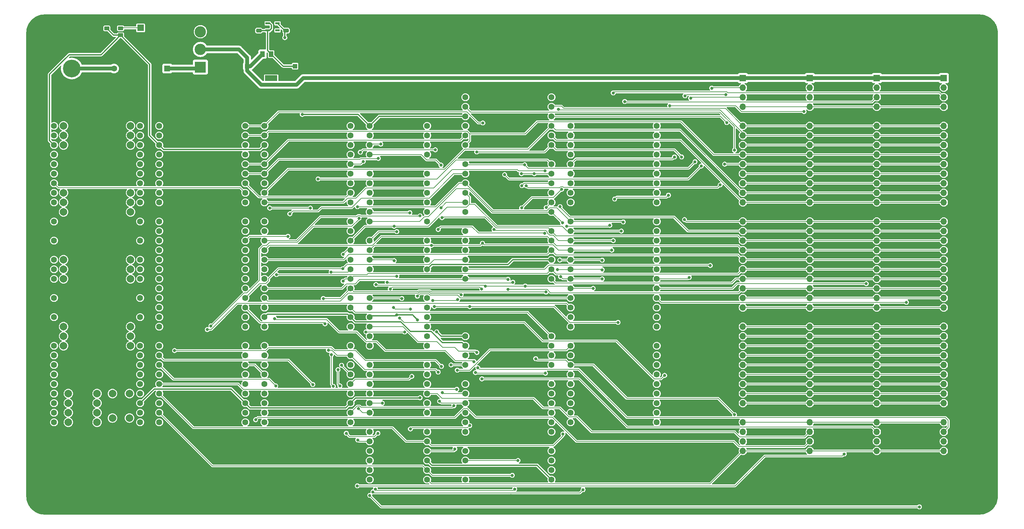
<source format=gbr>
%TF.GenerationSoftware,KiCad,Pcbnew,7.0.5*%
%TF.CreationDate,2023-12-18T12:03:12+02:00*%
%TF.ProjectId,HCP65 Test MPU Board,48435036-3520-4546-9573-74204d505520,rev?*%
%TF.SameCoordinates,Original*%
%TF.FileFunction,Copper,L1,Top*%
%TF.FilePolarity,Positive*%
%FSLAX46Y46*%
G04 Gerber Fmt 4.6, Leading zero omitted, Abs format (unit mm)*
G04 Created by KiCad (PCBNEW 7.0.5) date 2023-12-18 12:03:12*
%MOMM*%
%LPD*%
G01*
G04 APERTURE LIST*
G04 Aperture macros list*
%AMRoundRect*
0 Rectangle with rounded corners*
0 $1 Rounding radius*
0 $2 $3 $4 $5 $6 $7 $8 $9 X,Y pos of 4 corners*
0 Add a 4 corners polygon primitive as box body*
4,1,4,$2,$3,$4,$5,$6,$7,$8,$9,$2,$3,0*
0 Add four circle primitives for the rounded corners*
1,1,$1+$1,$2,$3*
1,1,$1+$1,$4,$5*
1,1,$1+$1,$6,$7*
1,1,$1+$1,$8,$9*
0 Add four rect primitives between the rounded corners*
20,1,$1+$1,$2,$3,$4,$5,0*
20,1,$1+$1,$4,$5,$6,$7,0*
20,1,$1+$1,$6,$7,$8,$9,0*
20,1,$1+$1,$8,$9,$2,$3,0*%
G04 Aperture macros list end*
%TA.AperFunction,ComponentPad*%
%ADD10R,3.000000X3.000000*%
%TD*%
%TA.AperFunction,ComponentPad*%
%ADD11C,3.000000*%
%TD*%
%TA.AperFunction,ComponentPad*%
%ADD12C,4.700000*%
%TD*%
%TA.AperFunction,ComponentPad*%
%ADD13C,4.150000*%
%TD*%
%TA.AperFunction,SMDPad,CuDef*%
%ADD14R,1.200000X1.500000*%
%TD*%
%TA.AperFunction,SMDPad,CuDef*%
%ADD15R,3.300000X1.500000*%
%TD*%
%TA.AperFunction,SMDPad,CuDef*%
%ADD16R,1.150000X0.600000*%
%TD*%
%TA.AperFunction,ComponentPad*%
%ADD17R,1.575000X1.575000*%
%TD*%
%TA.AperFunction,ComponentPad*%
%ADD18C,1.575000*%
%TD*%
%TA.AperFunction,ComponentPad*%
%ADD19C,1.600000*%
%TD*%
%TA.AperFunction,SMDPad,CuDef*%
%ADD20RoundRect,0.250000X0.475000X-0.250000X0.475000X0.250000X-0.475000X0.250000X-0.475000X-0.250000X0*%
%TD*%
%TA.AperFunction,ComponentPad*%
%ADD21R,1.700000X1.700000*%
%TD*%
%TA.AperFunction,ComponentPad*%
%ADD22O,1.700000X1.700000*%
%TD*%
%TA.AperFunction,ComponentPad*%
%ADD23C,5.600000*%
%TD*%
%TA.AperFunction,ComponentPad*%
%ADD24R,1.200000X1.200000*%
%TD*%
%TA.AperFunction,ComponentPad*%
%ADD25C,1.200000*%
%TD*%
%TA.AperFunction,SMDPad,CuDef*%
%ADD26RoundRect,0.250000X-0.450000X0.262500X-0.450000X-0.262500X0.450000X-0.262500X0.450000X0.262500X0*%
%TD*%
%TA.AperFunction,ComponentPad*%
%ADD27R,1.800000X1.800000*%
%TD*%
%TA.AperFunction,ComponentPad*%
%ADD28C,1.800000*%
%TD*%
%TA.AperFunction,WasherPad*%
%ADD29C,2.000000*%
%TD*%
%TA.AperFunction,ViaPad*%
%ADD30C,0.800000*%
%TD*%
%TA.AperFunction,Conductor*%
%ADD31C,0.380000*%
%TD*%
%TA.AperFunction,Conductor*%
%ADD32C,0.200000*%
%TD*%
%TA.AperFunction,Conductor*%
%ADD33C,1.000000*%
%TD*%
G04 APERTURE END LIST*
D10*
%TO.P,S2,1,P1*%
%TO.N,/12V Forward*%
X61722000Y-37719000D03*
D11*
%TO.P,S2,2,CM*%
%TO.N,/12V*%
X61722000Y-33020000D03*
%TO.P,S2,3,P2*%
%TO.N,unconnected-(S2-P2-Pad3)*%
X61722000Y-28321000D03*
%TD*%
D12*
%TO.P,J3,A1,VCC*%
%TO.N,/12V Socket*%
X27560000Y-38100000D03*
D13*
%TO.P,J3,B1,GND*%
%TO.N,/GND*%
X22860000Y-34900000D03*
%TO.P,J3,C1,GND*%
X27560000Y-31900000D03*
%TD*%
D14*
%TO.P,IC3,1,GND*%
%TO.N,/GND*%
X82818000Y-34265000D03*
%TO.P,IC3,2,5.0VOut*%
%TO.N,/5V*%
X80518000Y-34265000D03*
%TO.P,IC3,3,15VIn*%
%TO.N,/12V*%
X78218000Y-34265000D03*
D15*
%TO.P,IC3,4,N.C*%
%TO.N,unconnected-(IC3-N.C-Pad4)*%
X80518000Y-40665000D03*
%TD*%
D16*
%TO.P,IC2,1,VIN*%
%TO.N,/5V*%
X79585000Y-26076000D03*
%TO.P,IC2,2,GND*%
%TO.N,/GND*%
X79585000Y-27026000D03*
%TO.P,IC2,3,EN*%
%TO.N,/5V*%
X79585000Y-27976000D03*
%TO.P,IC2,4,ADJ*%
%TO.N,unconnected-(IC2-ADJ-Pad4)*%
X82185000Y-27976000D03*
%TO.P,IC2,5,VOUT*%
%TO.N,/3.3V*%
X82185000Y-26076000D03*
%TD*%
D17*
%TO.P,D1,1*%
%TO.N,/12V Forward*%
X52896500Y-38099500D03*
D18*
%TO.P,D1,2*%
%TO.N,/12V Socket*%
X38796500Y-38099500D03*
%TD*%
D19*
%TO.P,B3,1,~{Device__{CS}1}*%
%TO.N,/~{Select}_{Device}1*%
X50800000Y-53340000D03*
%TO.P,B3,2,~{Device__{CS}2}*%
%TO.N,/~{Select}_{Device}2*%
X50800000Y-55880000D03*
%TO.P,B3,3,5V*%
%TO.N,/5V*%
X50800000Y-58420000D03*
%TO.P,B3,4,~{Device__{CS}3}*%
%TO.N,/~{Select}_{Device}3*%
X50800000Y-60960000D03*
%TO.P,B3,5,~{Device__{CS}4}*%
%TO.N,unconnected-(B3-~{Device__{CS}4}-Pad5)*%
X50800000Y-63500000D03*
%TO.P,B3,6,~{Device__{CS}5}*%
%TO.N,unconnected-(B3-~{Device__{CS}5}-Pad6)*%
X50800000Y-66040000D03*
%TO.P,B3,7,~{Device__{CS}6}*%
%TO.N,unconnected-(B3-~{Device__{CS}6}-Pad7)*%
X50800000Y-68580000D03*
%TO.P,B3,8,~{Device__{CS}7}*%
%TO.N,unconnected-(B3-~{Device__{CS}7}-Pad8)*%
X50800000Y-71120000D03*
%TO.P,B3,9,~{Device__{CS}8}*%
%TO.N,unconnected-(B3-~{Device__{CS}8}-Pad9)*%
X50800000Y-73660000D03*
%TO.P,B3,10,GND*%
%TO.N,/GND*%
X50800000Y-76200000D03*
%TO.P,B3,11,~{Device__{CS}9}*%
%TO.N,unconnected-(B3-~{Device__{CS}9}-Pad11)*%
X50800000Y-78740000D03*
%TO.P,B3,12,~{Device__{CS}10}*%
%TO.N,unconnected-(B3-~{Device__{CS}10}-Pad12)*%
X50800000Y-81280000D03*
%TO.P,B3,13,~{Device__{CS}11}*%
%TO.N,unconnected-(B3-~{Device__{CS}11}-Pad13)*%
X50800000Y-83820000D03*
%TO.P,B3,14,~{Device__{CS}12}*%
%TO.N,unconnected-(B3-~{Device__{CS}12}-Pad14)*%
X50800000Y-86360000D03*
%TO.P,B3,15,~{Device__{CS}13}*%
%TO.N,unconnected-(B3-~{Device__{CS}13}-Pad15)*%
X50800000Y-88900000D03*
%TO.P,B3,16,~{Device__{CS}14}*%
%TO.N,unconnected-(B3-~{Device__{CS}14}-Pad16)*%
X50800000Y-91440000D03*
%TO.P,B3,17,~{Device__{CS}15}*%
%TO.N,unconnected-(B3-~{Device__{CS}15}-Pad17)*%
X50800000Y-93980000D03*
%TO.P,B3,18,~{Device__{CS}16}*%
%TO.N,/~{Select}_{Device}16*%
X50800000Y-96520000D03*
%TO.P,B3,19,~{Device__{CS}17}*%
%TO.N,unconnected-(B3-~{Device__{CS}17}-Pad19)*%
X50800000Y-99060000D03*
%TO.P,B3,20,~{Device__{CS}18}*%
%TO.N,unconnected-(B3-~{Device__{CS}18}-Pad20)*%
X50800000Y-101600000D03*
%TO.P,B3,21,~{Device__{CS}19}*%
%TO.N,unconnected-(B3-~{Device__{CS}19}-Pad21)*%
X50800000Y-104140000D03*
%TO.P,B3,22,~{Special__{CS}0}*%
%TO.N,unconnected-(B3-~{Special__{CS}0}-Pad22)*%
X50800000Y-106680000D03*
%TO.P,B3,23,GND*%
%TO.N,/GND*%
X50800000Y-109220000D03*
%TO.P,B3,24,~{Special__{CS}1}*%
%TO.N,unconnected-(B3-~{Special__{CS}1}-Pad24)*%
X50800000Y-111760000D03*
%TO.P,B3,25,~{Special__{CS}2}*%
%TO.N,/~{Device Interrupt}_{ 1..7}*%
X50800000Y-114300000D03*
%TO.P,B3,26,~{Special__{CS}3}*%
%TO.N,/~{Device Interrupt}_{ 16..19}*%
X50800000Y-116840000D03*
%TO.P,B3,27,~{Special__{CS}4}*%
%TO.N,/~{Device Interrupt}_{ 8..15}*%
X50800000Y-119380000D03*
%TO.P,B3,28,~{Special__{CS}5}*%
%TO.N,/~{Device Enable}_{ 8..15}*%
X50800000Y-121920000D03*
%TO.P,B3,29,~{Special__{CS}6}*%
%TO.N,/~{Device Enable}_{ 1..7}*%
X50800000Y-124460000D03*
%TO.P,B3,30,~{SPECIAL}*%
%TO.N,unconnected-(B3-~{SPECIAL}-Pad30)*%
X50800000Y-127000000D03*
%TO.P,B3,31,~{Special__{CS}7}*%
%TO.N,/~{Device Enable}_{ 16..19}*%
X50800000Y-129540000D03*
%TO.P,B3,32,~{Special__{CS}8}*%
%TO.N,/~{Timer Speed Select}*%
X50800000Y-132080000D03*
%TO.P,B3,33,~{Special__{CS}9}*%
%TO.N,unconnected-(B3-~{Special__{CS}9}-Pad33)*%
X73660000Y-132080000D03*
%TO.P,B3,34,~{Special__{CS}10}*%
%TO.N,unconnected-(B3-~{Special__{CS}10}-Pad34)*%
X73660000Y-129540000D03*
%TO.P,B3,35,5V*%
%TO.N,/5V*%
X73660000Y-127000000D03*
%TO.P,B3,36,~{Special__{CS}11}*%
%TO.N,unconnected-(B3-~{Special__{CS}11}-Pad36)*%
X73660000Y-124460000D03*
%TO.P,B3,37,~{Special__{CS}12}*%
%TO.N,unconnected-(B3-~{Special__{CS}12}-Pad37)*%
X73660000Y-121920000D03*
%TO.P,B3,38,A23*%
%TO.N,/BA7*%
X73660000Y-119380000D03*
%TO.P,B3,39,A22*%
%TO.N,/BA6*%
X73660000Y-116840000D03*
%TO.P,B3,40,A21*%
%TO.N,/BA5*%
X73660000Y-114300000D03*
%TO.P,B3,41,A20*%
%TO.N,/BA4*%
X73660000Y-111760000D03*
%TO.P,B3,42,GND*%
%TO.N,/GND*%
X73660000Y-109220000D03*
%TO.P,B3,43,A19*%
%TO.N,/BA3*%
X73660000Y-106680000D03*
%TO.P,B3,44,A18*%
%TO.N,/BA2*%
X73660000Y-104140000D03*
%TO.P,B3,45,A17*%
%TO.N,/BA1*%
X73660000Y-101600000D03*
%TO.P,B3,46,A16*%
%TO.N,/BA0*%
X73660000Y-99060000D03*
%TO.P,B3,47,A15*%
%TO.N,/A15*%
X73660000Y-96520000D03*
%TO.P,B3,48,~{OTHER}*%
%TO.N,unconnected-(B3-~{OTHER}-Pad48)*%
X73660000Y-93980000D03*
%TO.P,B3,49,~{Device_Group_128K}*%
%TO.N,unconnected-(B3-~{Device_Group_128K}-Pad49)*%
X73660000Y-91440000D03*
%TO.P,B3,50,~{Device_Group_32K}*%
%TO.N,unconnected-(B3-~{Device_Group_32K}-Pad50)*%
X73660000Y-88900000D03*
%TO.P,B3,51,~{ROM_{CS}}*%
%TO.N,/~{ROM_{CS}}*%
X73660000Y-86360000D03*
%TO.P,B3,52,~{RAM_{CS}}*%
%TO.N,/~{RAM_{CS}}*%
X73660000Y-83820000D03*
%TO.P,B3,53,~{Special__{CS}13}*%
%TO.N,unconnected-(B3-~{Special__{CS}13}-Pad53)*%
X73660000Y-81280000D03*
%TO.P,B3,54,~{Special__{CS}14}*%
%TO.N,unconnected-(B3-~{Special__{CS}14}-Pad54)*%
X73660000Y-78740000D03*
%TO.P,B3,55,GND*%
%TO.N,/GND*%
X73660000Y-76200000D03*
%TO.P,B3,56,~{Special__{CS}15}*%
%TO.N,unconnected-(B3-~{Special__{CS}15}-Pad56)*%
X73660000Y-73660000D03*
%TO.P,B3,57,~{Reset}*%
%TO.N,/~{Reset}*%
X73660000Y-71120000D03*
%TO.P,B3,58,Native_Latch*%
%TO.N,/Native Latch*%
X73660000Y-68580000D03*
%TO.P,B3,59,A3*%
%TO.N,/A3*%
X73660000Y-66040000D03*
%TO.P,B3,60,A2*%
%TO.N,/A2*%
X73660000Y-63500000D03*
%TO.P,B3,61,Kernal_Mode*%
%TO.N,/3.3V*%
X73660000Y-60960000D03*
%TO.P,B3,62,N.C.*%
%TO.N,unconnected-(B3-N.C.-Pad62)*%
X73660000Y-58420000D03*
%TO.P,B3,63,A1*%
%TO.N,/A1*%
X73660000Y-55880000D03*
%TO.P,B3,64,A0*%
%TO.N,/A0*%
X73660000Y-53340000D03*
%TD*%
%TO.P,B6,1,~{Interrupt}_4*%
%TO.N,unconnected-(B6-~{Interrupt}_4-Pad1)*%
X160020000Y-53340000D03*
%TO.P,B6,2,~{Interrupt}_3*%
%TO.N,/~{Interrupt}_{Device}3*%
X160020000Y-55880000D03*
%TO.P,B6,3,5V*%
%TO.N,/5V*%
X160020000Y-58420000D03*
%TO.P,B6,4,~{Interrupt}_2*%
%TO.N,/~{Interrupt}_{Device}2*%
X160020000Y-60960000D03*
%TO.P,B6,5,~{Interrupt}_1*%
%TO.N,/~{Interrupt}_{Device}1*%
X160020000Y-63500000D03*
%TO.P,B6,6,~{INT}*%
%TO.N,/~{IRQ}*%
X160020000Y-66040000D03*
%TO.P,B6,7,N.C.*%
%TO.N,unconnected-(B6-N.C.-Pad7)*%
X160020000Y-68580000D03*
%TO.P,B6,8,N.C.*%
%TO.N,unconnected-(B6-N.C.-Pad8)*%
X160020000Y-71120000D03*
%TO.P,B6,9,N.C.*%
%TO.N,unconnected-(B6-N.C.-Pad9)*%
X160020000Y-73660000D03*
%TO.P,B6,10,GND*%
%TO.N,/GND*%
X160020000Y-76200000D03*
%TO.P,B6,11,D0*%
%TO.N,/D0*%
X160020000Y-78740000D03*
%TO.P,B6,12,D1*%
%TO.N,/D1*%
X160020000Y-81280000D03*
%TO.P,B6,13,D2*%
%TO.N,/D2*%
X160020000Y-83820000D03*
%TO.P,B6,14,D3*%
%TO.N,/D3*%
X160020000Y-86360000D03*
%TO.P,B6,15,D4*%
%TO.N,/D4*%
X160020000Y-88900000D03*
%TO.P,B6,16,D5*%
%TO.N,/D5*%
X160020000Y-91440000D03*
%TO.P,B6,17,D6*%
%TO.N,/D6*%
X160020000Y-93980000D03*
%TO.P,B6,18,D7*%
%TO.N,/D7*%
X160020000Y-96520000D03*
%TO.P,B6,19,~{Interrupts}_1..7*%
%TO.N,/~{Device Interrupt}_{ 1..7}*%
X160020000Y-99060000D03*
%TO.P,B6,20,~{Interrupts}_8..15*%
%TO.N,/~{Device Interrupt}_{ 8..15}*%
X160020000Y-101600000D03*
%TO.P,B6,21,~{Interrupts}_16..19*%
%TO.N,/~{Device Interrupt}_{ 16..19}*%
X160020000Y-104140000D03*
%TO.P,B6,22,~{Enables}_1..7*%
%TO.N,/~{Device Enable}_{ 1..7}*%
X160020000Y-106680000D03*
%TO.P,B6,23,GND*%
%TO.N,/GND*%
X160020000Y-109220000D03*
%TO.P,B6,24,~{Enables}_8..15*%
%TO.N,/~{Device Enable}_{ 8..15}*%
X160020000Y-111760000D03*
%TO.P,B6,25,~{Enables}_16..19*%
%TO.N,/~{Device Enable}_{ 16..19}*%
X160020000Y-114300000D03*
%TO.P,B6,26,~{RD}*%
%TO.N,/~{RD}*%
X160020000Y-116840000D03*
%TO.P,B6,27,N.C.*%
%TO.N,unconnected-(B6-N.C.-Pad27)*%
X160020000Y-119380000D03*
%TO.P,B6,28,~{Enable}_19*%
%TO.N,unconnected-(B6-~{Enable}_19-Pad28)*%
X160020000Y-121920000D03*
%TO.P,B6,29,~{Enable}_18*%
%TO.N,unconnected-(B6-~{Enable}_18-Pad29)*%
X160020000Y-124460000D03*
%TO.P,B6,30,~{Enable}_17*%
%TO.N,unconnected-(B6-~{Enable}_17-Pad30)*%
X160020000Y-127000000D03*
%TO.P,B6,31,~{Enable}_16*%
%TO.N,/~{Enable}_{Device}16*%
X160020000Y-129540000D03*
%TO.P,B6,32,~{Enable}_15*%
%TO.N,unconnected-(B6-~{Enable}_15-Pad32)*%
X160020000Y-132080000D03*
%TO.P,B6,33,~{Enable}_14*%
%TO.N,unconnected-(B6-~{Enable}_14-Pad33)*%
X182880000Y-132080000D03*
%TO.P,B6,34,~{Enable}_13*%
%TO.N,unconnected-(B6-~{Enable}_13-Pad34)*%
X182880000Y-129540000D03*
%TO.P,B6,35,5V*%
%TO.N,/5V*%
X182880000Y-127000000D03*
%TO.P,B6,36,~{Enable}_12*%
%TO.N,unconnected-(B6-~{Enable}_12-Pad36)*%
X182880000Y-124460000D03*
%TO.P,B6,37,~{Enable}_11*%
%TO.N,unconnected-(B6-~{Enable}_11-Pad37)*%
X182880000Y-121920000D03*
%TO.P,B6,38,~{Enable}_10*%
%TO.N,unconnected-(B6-~{Enable}_10-Pad38)*%
X182880000Y-119380000D03*
%TO.P,B6,39,~{Enable}_9*%
%TO.N,unconnected-(B6-~{Enable}_9-Pad39)*%
X182880000Y-116840000D03*
%TO.P,B6,40,~{Enable}_8*%
%TO.N,unconnected-(B6-~{Enable}_8-Pad40)*%
X182880000Y-114300000D03*
%TO.P,B6,41,~{Enable}_7*%
%TO.N,unconnected-(B6-~{Enable}_7-Pad41)*%
X182880000Y-111760000D03*
%TO.P,B6,42,GND*%
%TO.N,/GND*%
X182880000Y-109220000D03*
%TO.P,B6,43,~{Enable}_6*%
%TO.N,unconnected-(B6-~{Enable}_6-Pad43)*%
X182880000Y-106680000D03*
%TO.P,B6,44,~{Enable}_5*%
%TO.N,unconnected-(B6-~{Enable}_5-Pad44)*%
X182880000Y-104140000D03*
%TO.P,B6,45,~{Enable}_4*%
%TO.N,unconnected-(B6-~{Enable}_4-Pad45)*%
X182880000Y-101600000D03*
%TO.P,B6,46,~{Enable}_3*%
%TO.N,/~{Enable}_{Device}3*%
X182880000Y-99060000D03*
%TO.P,B6,47,~{Enable}_2*%
%TO.N,/~{Enable}_{Device}2*%
X182880000Y-96520000D03*
%TO.P,B6,48,~{Enable}_1*%
%TO.N,/~{Enable}_{Device}1*%
X182880000Y-93980000D03*
%TO.P,B6,49,~{Interrupt}_19*%
%TO.N,unconnected-(B6-~{Interrupt}_19-Pad49)*%
X182880000Y-91440000D03*
%TO.P,B6,50,~{Interrupt}_18*%
%TO.N,unconnected-(B6-~{Interrupt}_18-Pad50)*%
X182880000Y-88900000D03*
%TO.P,B6,51,~{Interrupt}_17*%
%TO.N,unconnected-(B6-~{Interrupt}_17-Pad51)*%
X182880000Y-86360000D03*
%TO.P,B6,52,~{Interrupt}_16*%
%TO.N,/~{Interrupt}_{Device}16*%
X182880000Y-83820000D03*
%TO.P,B6,53,~{Interrupt}_15*%
%TO.N,unconnected-(B6-~{Interrupt}_15-Pad53)*%
X182880000Y-81280000D03*
%TO.P,B6,54,~{Interrupt}_14*%
%TO.N,unconnected-(B6-~{Interrupt}_14-Pad54)*%
X182880000Y-78740000D03*
%TO.P,B6,55,GND*%
%TO.N,/GND*%
X182880000Y-76200000D03*
%TO.P,B6,56,~{Interrupt}_13*%
%TO.N,unconnected-(B6-~{Interrupt}_13-Pad56)*%
X182880000Y-73660000D03*
%TO.P,B6,57,~{Interrupt}_12*%
%TO.N,unconnected-(B6-~{Interrupt}_12-Pad57)*%
X182880000Y-71120000D03*
%TO.P,B6,58,~{Interrupt}_11*%
%TO.N,unconnected-(B6-~{Interrupt}_11-Pad58)*%
X182880000Y-68580000D03*
%TO.P,B6,59,~{Interrupt}_10*%
%TO.N,unconnected-(B6-~{Interrupt}_10-Pad59)*%
X182880000Y-66040000D03*
%TO.P,B6,60,~{Interrupt}_9*%
%TO.N,unconnected-(B6-~{Interrupt}_9-Pad60)*%
X182880000Y-63500000D03*
%TO.P,B6,61,~{Interrupt}_8*%
%TO.N,unconnected-(B6-~{Interrupt}_8-Pad61)*%
X182880000Y-60960000D03*
%TO.P,B6,62,~{Interrupt}_7*%
%TO.N,unconnected-(B6-~{Interrupt}_7-Pad62)*%
X182880000Y-58420000D03*
%TO.P,B6,63,~{Interrupt}_6*%
%TO.N,unconnected-(B6-~{Interrupt}_6-Pad63)*%
X182880000Y-55880000D03*
%TO.P,B6,64,~{Interrupt}_5*%
%TO.N,unconnected-(B6-~{Interrupt}_5-Pad64)*%
X182880000Y-53340000D03*
%TD*%
D20*
%TO.P,C1,1*%
%TO.N,/5V*%
X77232000Y-28021000D03*
%TO.P,C1,2*%
%TO.N,/GND*%
X77232000Y-26121000D03*
%TD*%
D21*
%TO.P,J4,1,Pin_1*%
%TO.N,/12V*%
X259080000Y-40640000D03*
D22*
%TO.P,J4,2,Pin_2*%
%TO.N,/~{Enable}_{Device}3*%
X259080000Y-43180000D03*
%TO.P,J4,3,Pin_3*%
%TO.N,/~{Interrupt}_{Device}3*%
X259080000Y-45720000D03*
%TO.P,J4,4,Pin_4*%
%TO.N,/H0*%
X259080000Y-48260000D03*
%TO.P,J4,5,Pin_5*%
%TO.N,/GND*%
X259080000Y-50800000D03*
%TO.P,J4,6,Pin_6*%
%TO.N,/H1*%
X259080000Y-53340000D03*
%TO.P,J4,7,Pin_7*%
%TO.N,/H2*%
X259080000Y-55880000D03*
%TO.P,J4,8,Pin_8*%
%TO.N,/A0*%
X259080000Y-58420000D03*
%TO.P,J4,9,Pin_9*%
%TO.N,/A1*%
X259080000Y-60960000D03*
%TO.P,J4,10,Pin_10*%
%TO.N,/A2*%
X259080000Y-63500000D03*
%TO.P,J4,11,Pin_11*%
%TO.N,/A3*%
X259080000Y-66040000D03*
%TO.P,J4,12,Pin_12*%
%TO.N,/A4*%
X259080000Y-68580000D03*
%TO.P,J4,13,Pin_13*%
%TO.N,/A5*%
X259080000Y-71120000D03*
%TO.P,J4,14,Pin_14*%
%TO.N,/A6*%
X259080000Y-73660000D03*
%TO.P,J4,15,Pin_15*%
%TO.N,/GND*%
X259080000Y-76200000D03*
%TO.P,J4,16,Pin_16*%
%TO.N,/A7*%
X259080000Y-78740000D03*
%TO.P,J4,17,Pin_17*%
%TO.N,/A8*%
X259080000Y-81280000D03*
%TO.P,J4,18,Pin_18*%
%TO.N,/A9*%
X259080000Y-83820000D03*
%TO.P,J4,19,Pin_19*%
%TO.N,/A10*%
X259080000Y-86360000D03*
%TO.P,J4,20,Pin_20*%
%TO.N,/A11*%
X259080000Y-88900000D03*
%TO.P,J4,21,Pin_21*%
%TO.N,/A12*%
X259080000Y-91440000D03*
%TO.P,J4,22,Pin_22*%
%TO.N,/A13*%
X259080000Y-93980000D03*
%TO.P,J4,23,Pin_23*%
%TO.N,/A14*%
X259080000Y-96520000D03*
%TO.P,J4,24,Pin_24*%
%TO.N,/A15*%
X259080000Y-99060000D03*
%TO.P,J4,25,Pin_25*%
%TO.N,/A16*%
X259080000Y-101600000D03*
%TO.P,J4,26,Pin_26*%
%TO.N,/GND*%
X259080000Y-104140000D03*
%TO.P,J4,27,Pin_27*%
%TO.N,/D0*%
X259080000Y-106680000D03*
%TO.P,J4,28,Pin_28*%
%TO.N,/D1*%
X259080000Y-109220000D03*
%TO.P,J4,29,Pin_29*%
%TO.N,/D2*%
X259080000Y-111760000D03*
%TO.P,J4,30,Pin_30*%
%TO.N,/D3*%
X259080000Y-114300000D03*
%TO.P,J4,31,Pin_31*%
%TO.N,/D4*%
X259080000Y-116840000D03*
%TO.P,J4,32,Pin_32*%
%TO.N,/D5*%
X259080000Y-119380000D03*
%TO.P,J4,33,Pin_33*%
%TO.N,/D6*%
X259080000Y-121920000D03*
%TO.P,J4,34,Pin_34*%
%TO.N,/D7*%
X259080000Y-124460000D03*
%TO.P,J4,35,Pin_35*%
%TO.N,/~{WD}*%
X259080000Y-127000000D03*
%TO.P,J4,36,Pin_36*%
%TO.N,/GND*%
X259080000Y-129540000D03*
%TO.P,J4,37,Pin_37*%
%TO.N,/~{RD}*%
X259080000Y-132080000D03*
%TO.P,J4,38,Pin_38*%
%TO.N,/~{Reset}_{Device}3*%
X259080000Y-134620000D03*
%TO.P,J4,39,Pin_39*%
%TO.N,/~{Select}_{Device}3*%
X259080000Y-137160000D03*
%TO.P,J4,40,Pin_40*%
%TO.N,/CLK*%
X259080000Y-139700000D03*
%TD*%
D19*
%TO.P,B7,1,~{Reset}_1*%
%TO.N,/~{Reset}_{Device}1*%
X106680000Y-99060000D03*
%TO.P,B7,2,~{Reset}_2*%
%TO.N,/~{Reset}_{Device}2*%
X106680000Y-101600000D03*
%TO.P,B7,3,5V*%
%TO.N,/5V*%
X106680000Y-104140000D03*
%TO.P,B7,4,~{Reset}_3*%
%TO.N,/~{Reset}_{Device}3*%
X106680000Y-106680000D03*
%TO.P,B7,5,~{Reset}_8*%
%TO.N,unconnected-(B7-~{Reset}_8-Pad5)*%
X106680000Y-109220000D03*
%TO.P,B7,6,~{Reset}_9*%
%TO.N,unconnected-(B7-~{Reset}_9-Pad6)*%
X106680000Y-111760000D03*
%TO.P,B7,7,GND*%
%TO.N,/GND*%
X106680000Y-114300000D03*
%TO.P,B7,8,~{Reset}_10*%
%TO.N,unconnected-(B7-~{Reset}_10-Pad8)*%
X106680000Y-116840000D03*
%TO.P,B7,9,~{Reset}_11*%
%TO.N,unconnected-(B7-~{Reset}_11-Pad9)*%
X106680000Y-119380000D03*
%TO.P,B7,10,N.C.*%
%TO.N,unconnected-(B7-N.C.-Pad10)*%
X106680000Y-121920000D03*
%TO.P,B7,11,D0*%
%TO.N,/D0*%
X106680000Y-124460000D03*
%TO.P,B7,12,D1*%
%TO.N,/D1*%
X106680000Y-127000000D03*
%TO.P,B7,13,D2*%
%TO.N,/D2*%
X106680000Y-129540000D03*
%TO.P,B7,14,GND*%
%TO.N,/GND*%
X106680000Y-132080000D03*
%TO.P,B7,15,D3*%
%TO.N,/D3*%
X106680000Y-134620000D03*
%TO.P,B7,16,D4*%
%TO.N,/D4*%
X106680000Y-137160000D03*
%TO.P,B7,17,D5*%
%TO.N,/D5*%
X106680000Y-139700000D03*
%TO.P,B7,18,D6*%
%TO.N,/D6*%
X106680000Y-142240000D03*
%TO.P,B7,19,D7*%
%TO.N,/D7*%
X106680000Y-144780000D03*
%TO.P,B7,20,~{WD}*%
%TO.N,/~{WD}*%
X106680000Y-147320000D03*
%TO.P,B7,21,~{CLK}*%
%TO.N,/CLK*%
X121920000Y-147320000D03*
%TO.P,B7,22,~{Enables}_16..19*%
%TO.N,/~{Device Enable}_{ 16..19}*%
X121920000Y-144780000D03*
%TO.P,B7,23,5V*%
%TO.N,/5V*%
X121920000Y-142240000D03*
%TO.P,B7,24,~{Enables}_8..15*%
%TO.N,/~{Device Enable}_{ 8..15}*%
X121920000Y-139700000D03*
%TO.P,B7,25,~{Enables}_1..7*%
%TO.N,/~{Device Enable}_{ 1..7}*%
X121920000Y-137160000D03*
%TO.P,B7,26,~{Reset}_19*%
%TO.N,unconnected-(B7-~{Reset}_19-Pad26)*%
X121920000Y-134620000D03*
%TO.P,B7,27,GND*%
%TO.N,/GND*%
X121920000Y-132080000D03*
%TO.P,B7,28,~{Reset}_18*%
%TO.N,unconnected-(B7-~{Reset}_18-Pad28)*%
X121920000Y-129540000D03*
%TO.P,B7,29,~{Reset}_17*%
%TO.N,unconnected-(B7-~{Reset}_17-Pad29)*%
X121920000Y-127000000D03*
%TO.P,B7,30,~{Reset}_16*%
%TO.N,/~{Reset}_{Device}16*%
X121920000Y-124460000D03*
%TO.P,B7,31,~{Reset}_12*%
%TO.N,unconnected-(B7-~{Reset}_12-Pad31)*%
X121920000Y-121920000D03*
%TO.P,B7,32,~{Reset}_13*%
%TO.N,unconnected-(B7-~{Reset}_13-Pad32)*%
X121920000Y-119380000D03*
%TO.P,B7,33,~{Reset}_14*%
%TO.N,unconnected-(B7-~{Reset}_14-Pad33)*%
X121920000Y-116840000D03*
%TO.P,B7,34,GND*%
%TO.N,/GND*%
X121920000Y-114300000D03*
%TO.P,B7,35,~{Reset}_15*%
%TO.N,unconnected-(B7-~{Reset}_15-Pad35)*%
X121920000Y-111760000D03*
%TO.P,B7,36,~{Reset}_4*%
%TO.N,unconnected-(B7-~{Reset}_4-Pad36)*%
X121920000Y-109220000D03*
%TO.P,B7,37,~{Reset}_5*%
%TO.N,unconnected-(B7-~{Reset}_5-Pad37)*%
X121920000Y-106680000D03*
%TO.P,B7,38,~{Reset}_6*%
%TO.N,unconnected-(B7-~{Reset}_6-Pad38)*%
X121920000Y-104140000D03*
%TO.P,B7,39,~{Reset}_7*%
%TO.N,unconnected-(B7-~{Reset}_7-Pad39)*%
X121920000Y-101600000D03*
%TO.P,B7,40,~{Reset}*%
%TO.N,/~{Reset}*%
X121920000Y-99060000D03*
%TD*%
D23*
%TO.P,H19,1,GND*%
%TO.N,/GND*%
X213360000Y-30480000D03*
%TD*%
D19*
%TO.P,B13,1,5V*%
%TO.N,/5V*%
X106680000Y-53340000D03*
%TO.P,B13,2,~{Reset}*%
%TO.N,/~{Reset}*%
X106680000Y-55880000D03*
%TO.P,B13,3,~{RD}*%
%TO.N,/~{RD}*%
X106680000Y-58420000D03*
%TO.P,B13,4,~{WD}*%
%TO.N,/~{WD}*%
X106680000Y-60960000D03*
%TO.P,B13,5,GND*%
%TO.N,/GND*%
X106680000Y-63500000D03*
%TO.P,B13,6,CLK*%
%TO.N,/CLK*%
X106680000Y-66040000D03*
%TO.P,B13,7,~{NMI_Rate_Select}*%
%TO.N,/~{Timer Speed Select}*%
X106680000Y-68580000D03*
%TO.P,B13,8,D7*%
%TO.N,/D7*%
X106680000Y-71120000D03*
%TO.P,B13,9,D6*%
%TO.N,/D6*%
X106680000Y-73660000D03*
%TO.P,B13,10,D5*%
%TO.N,/D5*%
X106680000Y-76200000D03*
%TO.P,B13,11,D4*%
%TO.N,/D4*%
X106680000Y-78740000D03*
%TO.P,B13,12,GND*%
%TO.N,/GND*%
X106680000Y-81280000D03*
%TO.P,B13,13,D3*%
%TO.N,/D2*%
X106680000Y-83820000D03*
%TO.P,B13,14,D2*%
%TO.N,/D3*%
X106680000Y-86360000D03*
%TO.P,B13,15,D1*%
%TO.N,/D1*%
X106680000Y-88900000D03*
%TO.P,B13,16,D0*%
%TO.N,/D0*%
X106680000Y-91440000D03*
%TO.P,B13,17,5V*%
%TO.N,/5V*%
X121920000Y-91440000D03*
%TO.P,B13,18,N.C.*%
%TO.N,unconnected-(B13-N.C.-Pad18)*%
X121920000Y-88900000D03*
%TO.P,B13,19,N.C.*%
%TO.N,unconnected-(B13-N.C.-Pad19)*%
X121920000Y-86360000D03*
%TO.P,B13,20,N.C.*%
%TO.N,unconnected-(B13-N.C.-Pad20)*%
X121920000Y-83820000D03*
%TO.P,B13,21,GND*%
%TO.N,/GND*%
X121920000Y-81280000D03*
%TO.P,B13,22,N.C.*%
%TO.N,unconnected-(B13-N.C.-Pad22)*%
X121920000Y-78740000D03*
%TO.P,B13,23,N.C.*%
%TO.N,unconnected-(B13-N.C.-Pad23)*%
X121920000Y-76200000D03*
%TO.P,B13,24,N.C.*%
%TO.N,unconnected-(B13-N.C.-Pad24)*%
X121920000Y-73660000D03*
%TO.P,B13,25,N.C.*%
%TO.N,unconnected-(B13-N.C.-Pad25)*%
X121920000Y-71120000D03*
%TO.P,B13,26,~{Set_Timer}*%
%TO.N,/~{Timer}*%
X121920000Y-68580000D03*
%TO.P,B13,27,N.C.*%
%TO.N,unconnected-(B13-N.C.-Pad27)*%
X121920000Y-66040000D03*
%TO.P,B13,28,GND*%
%TO.N,/GND*%
X121920000Y-63500000D03*
%TO.P,B13,29,N.C.*%
%TO.N,unconnected-(B13-N.C.-Pad29)*%
X121920000Y-60960000D03*
%TO.P,B13,30,N.C.*%
%TO.N,unconnected-(B13-N.C.-Pad30)*%
X121920000Y-58420000D03*
%TO.P,B13,31,N.C.*%
%TO.N,unconnected-(B13-N.C.-Pad31)*%
X121920000Y-55880000D03*
%TO.P,B13,32,N.C.*%
%TO.N,unconnected-(B13-N.C.-Pad32)*%
X121920000Y-53340000D03*
%TD*%
D21*
%TO.P,J2,1,Pin_1*%
%TO.N,/12V*%
X241300000Y-40640000D03*
D22*
%TO.P,J2,2,Pin_2*%
%TO.N,/~{Enable}_{Device}2*%
X241300000Y-43180000D03*
%TO.P,J2,3,Pin_3*%
%TO.N,/~{Interrupt}_{Device}2*%
X241300000Y-45720000D03*
%TO.P,J2,4,Pin_4*%
%TO.N,/H0*%
X241300000Y-48260000D03*
%TO.P,J2,5,Pin_5*%
%TO.N,/GND*%
X241300000Y-50800000D03*
%TO.P,J2,6,Pin_6*%
%TO.N,/H1*%
X241300000Y-53340000D03*
%TO.P,J2,7,Pin_7*%
%TO.N,/H2*%
X241300000Y-55880000D03*
%TO.P,J2,8,Pin_8*%
%TO.N,/A0*%
X241300000Y-58420000D03*
%TO.P,J2,9,Pin_9*%
%TO.N,/A1*%
X241300000Y-60960000D03*
%TO.P,J2,10,Pin_10*%
%TO.N,/A2*%
X241300000Y-63500000D03*
%TO.P,J2,11,Pin_11*%
%TO.N,/A3*%
X241300000Y-66040000D03*
%TO.P,J2,12,Pin_12*%
%TO.N,/A4*%
X241300000Y-68580000D03*
%TO.P,J2,13,Pin_13*%
%TO.N,/A5*%
X241300000Y-71120000D03*
%TO.P,J2,14,Pin_14*%
%TO.N,/A6*%
X241300000Y-73660000D03*
%TO.P,J2,15,Pin_15*%
%TO.N,/GND*%
X241300000Y-76200000D03*
%TO.P,J2,16,Pin_16*%
%TO.N,/A7*%
X241300000Y-78740000D03*
%TO.P,J2,17,Pin_17*%
%TO.N,/A8*%
X241300000Y-81280000D03*
%TO.P,J2,18,Pin_18*%
%TO.N,/A9*%
X241300000Y-83820000D03*
%TO.P,J2,19,Pin_19*%
%TO.N,/A10*%
X241300000Y-86360000D03*
%TO.P,J2,20,Pin_20*%
%TO.N,/A11*%
X241300000Y-88900000D03*
%TO.P,J2,21,Pin_21*%
%TO.N,/A12*%
X241300000Y-91440000D03*
%TO.P,J2,22,Pin_22*%
%TO.N,/A13*%
X241300000Y-93980000D03*
%TO.P,J2,23,Pin_23*%
%TO.N,/A14*%
X241300000Y-96520000D03*
%TO.P,J2,24,Pin_24*%
%TO.N,/A15*%
X241300000Y-99060000D03*
%TO.P,J2,25,Pin_25*%
%TO.N,/A16*%
X241300000Y-101600000D03*
%TO.P,J2,26,Pin_26*%
%TO.N,/GND*%
X241300000Y-104140000D03*
%TO.P,J2,27,Pin_27*%
%TO.N,/D0*%
X241300000Y-106680000D03*
%TO.P,J2,28,Pin_28*%
%TO.N,/D1*%
X241300000Y-109220000D03*
%TO.P,J2,29,Pin_29*%
%TO.N,/D2*%
X241300000Y-111760000D03*
%TO.P,J2,30,Pin_30*%
%TO.N,/D3*%
X241300000Y-114300000D03*
%TO.P,J2,31,Pin_31*%
%TO.N,/D4*%
X241300000Y-116840000D03*
%TO.P,J2,32,Pin_32*%
%TO.N,/D5*%
X241300000Y-119380000D03*
%TO.P,J2,33,Pin_33*%
%TO.N,/D6*%
X241300000Y-121920000D03*
%TO.P,J2,34,Pin_34*%
%TO.N,/D7*%
X241300000Y-124460000D03*
%TO.P,J2,35,Pin_35*%
%TO.N,/~{WD}*%
X241300000Y-127000000D03*
%TO.P,J2,36,Pin_36*%
%TO.N,/GND*%
X241300000Y-129540000D03*
%TO.P,J2,37,Pin_37*%
%TO.N,/~{RD}*%
X241300000Y-132080000D03*
%TO.P,J2,38,Pin_38*%
%TO.N,/~{Reset}_{Device}2*%
X241300000Y-134620000D03*
%TO.P,J2,39,Pin_39*%
%TO.N,/~{Select}_{Device}2*%
X241300000Y-137160000D03*
%TO.P,J2,40,Pin_40*%
%TO.N,/CLK*%
X241300000Y-139700000D03*
%TD*%
D24*
%TO.P,C4,1*%
%TO.N,/12V*%
X74168000Y-37465000D03*
D25*
%TO.P,C4,2*%
%TO.N,/GND*%
X72168000Y-37465000D03*
%TD*%
D23*
%TO.P,H8,1,GND*%
%TO.N,/GND*%
X231140000Y-30480000D03*
%TD*%
D21*
%TO.P,J1,1,Pin_1*%
%TO.N,/12V*%
X205740000Y-40640000D03*
D22*
%TO.P,J1,2,Pin_2*%
%TO.N,/~{Enable}_{Device}1*%
X205740000Y-43180000D03*
%TO.P,J1,3,Pin_3*%
%TO.N,/~{Interrupt}_{Device}1*%
X205740000Y-45720000D03*
%TO.P,J1,4,Pin_4*%
%TO.N,/H0*%
X205740000Y-48260000D03*
%TO.P,J1,5,Pin_5*%
%TO.N,/GND*%
X205740000Y-50800000D03*
%TO.P,J1,6,Pin_6*%
%TO.N,/H1*%
X205740000Y-53340000D03*
%TO.P,J1,7,Pin_7*%
%TO.N,/H2*%
X205740000Y-55880000D03*
%TO.P,J1,8,Pin_8*%
%TO.N,/A0*%
X205740000Y-58420000D03*
%TO.P,J1,9,Pin_9*%
%TO.N,/A1*%
X205740000Y-60960000D03*
%TO.P,J1,10,Pin_10*%
%TO.N,/A2*%
X205740000Y-63500000D03*
%TO.P,J1,11,Pin_11*%
%TO.N,/A3*%
X205740000Y-66040000D03*
%TO.P,J1,12,Pin_12*%
%TO.N,/A4*%
X205740000Y-68580000D03*
%TO.P,J1,13,Pin_13*%
%TO.N,/A5*%
X205740000Y-71120000D03*
%TO.P,J1,14,Pin_14*%
%TO.N,/A6*%
X205740000Y-73660000D03*
%TO.P,J1,15,Pin_15*%
%TO.N,/GND*%
X205740000Y-76200000D03*
%TO.P,J1,16,Pin_16*%
%TO.N,/A7*%
X205740000Y-78740000D03*
%TO.P,J1,17,Pin_17*%
%TO.N,/A8*%
X205740000Y-81280000D03*
%TO.P,J1,18,Pin_18*%
%TO.N,/A9*%
X205740000Y-83820000D03*
%TO.P,J1,19,Pin_19*%
%TO.N,/A10*%
X205740000Y-86360000D03*
%TO.P,J1,20,Pin_20*%
%TO.N,/A11*%
X205740000Y-88900000D03*
%TO.P,J1,21,Pin_21*%
%TO.N,/A12*%
X205740000Y-91440000D03*
%TO.P,J1,22,Pin_22*%
%TO.N,/A13*%
X205740000Y-93980000D03*
%TO.P,J1,23,Pin_23*%
%TO.N,/A14*%
X205740000Y-96520000D03*
%TO.P,J1,24,Pin_24*%
%TO.N,/A15*%
X205740000Y-99060000D03*
%TO.P,J1,25,Pin_25*%
%TO.N,/A16*%
X205740000Y-101600000D03*
%TO.P,J1,26,Pin_26*%
%TO.N,/GND*%
X205740000Y-104140000D03*
%TO.P,J1,27,Pin_27*%
%TO.N,/D0*%
X205740000Y-106680000D03*
%TO.P,J1,28,Pin_28*%
%TO.N,/D1*%
X205740000Y-109220000D03*
%TO.P,J1,29,Pin_29*%
%TO.N,/D2*%
X205740000Y-111760000D03*
%TO.P,J1,30,Pin_30*%
%TO.N,/D3*%
X205740000Y-114300000D03*
%TO.P,J1,31,Pin_31*%
%TO.N,/D4*%
X205740000Y-116840000D03*
%TO.P,J1,32,Pin_32*%
%TO.N,/D5*%
X205740000Y-119380000D03*
%TO.P,J1,33,Pin_33*%
%TO.N,/D6*%
X205740000Y-121920000D03*
%TO.P,J1,34,Pin_34*%
%TO.N,/D7*%
X205740000Y-124460000D03*
%TO.P,J1,35,Pin_35*%
%TO.N,/~{WD}*%
X205740000Y-127000000D03*
%TO.P,J1,36,Pin_36*%
%TO.N,/GND*%
X205740000Y-129540000D03*
%TO.P,J1,37,Pin_37*%
%TO.N,/~{RD}*%
X205740000Y-132080000D03*
%TO.P,J1,38,Pin_38*%
%TO.N,/~{Reset}_{Device}1*%
X205740000Y-134620000D03*
%TO.P,J1,39,Pin_39*%
%TO.N,/~{Select}_{Device}1*%
X205740000Y-137160000D03*
%TO.P,J1,40,Pin_40*%
%TO.N,/CLK*%
X205740000Y-139700000D03*
%TD*%
D21*
%TO.P,J10,1,Pin_1*%
%TO.N,/12V*%
X223520000Y-40640000D03*
D22*
%TO.P,J10,2,Pin_2*%
%TO.N,/~{Enable}_{Device}16*%
X223520000Y-43180000D03*
%TO.P,J10,3,Pin_3*%
%TO.N,/~{Interrupt}_{Device}16*%
X223520000Y-45720000D03*
%TO.P,J10,4,Pin_4*%
%TO.N,/H0*%
X223520000Y-48260000D03*
%TO.P,J10,5,Pin_5*%
%TO.N,/GND*%
X223520000Y-50800000D03*
%TO.P,J10,6,Pin_6*%
%TO.N,/H1*%
X223520000Y-53340000D03*
%TO.P,J10,7,Pin_7*%
%TO.N,/H2*%
X223520000Y-55880000D03*
%TO.P,J10,8,Pin_8*%
%TO.N,/A0*%
X223520000Y-58420000D03*
%TO.P,J10,9,Pin_9*%
%TO.N,/A1*%
X223520000Y-60960000D03*
%TO.P,J10,10,Pin_10*%
%TO.N,/A2*%
X223520000Y-63500000D03*
%TO.P,J10,11,Pin_11*%
%TO.N,/A3*%
X223520000Y-66040000D03*
%TO.P,J10,12,Pin_12*%
%TO.N,/A4*%
X223520000Y-68580000D03*
%TO.P,J10,13,Pin_13*%
%TO.N,/A5*%
X223520000Y-71120000D03*
%TO.P,J10,14,Pin_14*%
%TO.N,/A6*%
X223520000Y-73660000D03*
%TO.P,J10,15,Pin_15*%
%TO.N,/GND*%
X223520000Y-76200000D03*
%TO.P,J10,16,Pin_16*%
%TO.N,/A7*%
X223520000Y-78740000D03*
%TO.P,J10,17,Pin_17*%
%TO.N,/A8*%
X223520000Y-81280000D03*
%TO.P,J10,18,Pin_18*%
%TO.N,/A9*%
X223520000Y-83820000D03*
%TO.P,J10,19,Pin_19*%
%TO.N,/A10*%
X223520000Y-86360000D03*
%TO.P,J10,20,Pin_20*%
%TO.N,/A11*%
X223520000Y-88900000D03*
%TO.P,J10,21,Pin_21*%
%TO.N,/A12*%
X223520000Y-91440000D03*
%TO.P,J10,22,Pin_22*%
%TO.N,/A13*%
X223520000Y-93980000D03*
%TO.P,J10,23,Pin_23*%
%TO.N,/A14*%
X223520000Y-96520000D03*
%TO.P,J10,24,Pin_24*%
%TO.N,/A15*%
X223520000Y-99060000D03*
%TO.P,J10,25,Pin_25*%
%TO.N,/A16*%
X223520000Y-101600000D03*
%TO.P,J10,26,Pin_26*%
%TO.N,/GND*%
X223520000Y-104140000D03*
%TO.P,J10,27,Pin_27*%
%TO.N,/D0*%
X223520000Y-106680000D03*
%TO.P,J10,28,Pin_28*%
%TO.N,/D1*%
X223520000Y-109220000D03*
%TO.P,J10,29,Pin_29*%
%TO.N,/D2*%
X223520000Y-111760000D03*
%TO.P,J10,30,Pin_30*%
%TO.N,/D3*%
X223520000Y-114300000D03*
%TO.P,J10,31,Pin_31*%
%TO.N,/D4*%
X223520000Y-116840000D03*
%TO.P,J10,32,Pin_32*%
%TO.N,/D5*%
X223520000Y-119380000D03*
%TO.P,J10,33,Pin_33*%
%TO.N,/D6*%
X223520000Y-121920000D03*
%TO.P,J10,34,Pin_34*%
%TO.N,/D7*%
X223520000Y-124460000D03*
%TO.P,J10,35,Pin_35*%
%TO.N,/~{WD}*%
X223520000Y-127000000D03*
%TO.P,J10,36,Pin_36*%
%TO.N,/GND*%
X223520000Y-129540000D03*
%TO.P,J10,37,Pin_37*%
%TO.N,/~{RD}*%
X223520000Y-132080000D03*
%TO.P,J10,38,Pin_38*%
%TO.N,/~{Reset}_{Device}16*%
X223520000Y-134620000D03*
%TO.P,J10,39,Pin_39*%
%TO.N,/~{Select}_{Device}16*%
X223520000Y-137160000D03*
%TO.P,J10,40,Pin_40*%
%TO.N,/CLK*%
X223520000Y-139700000D03*
%TD*%
D20*
%TO.P,C2,1*%
%TO.N,/3.3V*%
X84471000Y-28021000D03*
%TO.P,C2,2*%
%TO.N,/GND*%
X84471000Y-26121000D03*
%TD*%
D26*
%TO.P,R2,1*%
%TO.N,/5V*%
X36840000Y-27408500D03*
%TO.P,R2,2*%
%TO.N,/GND*%
X36840000Y-29233500D03*
%TD*%
D23*
%TO.P,H24,1,GND*%
%TO.N,/GND*%
X213360000Y-149860000D03*
%TD*%
%TO.P,H21,1,GND*%
%TO.N,/GND*%
X266700000Y-149860000D03*
%TD*%
D27*
%TO.P,LED2,1,K*%
%TO.N,Net-(LED2-K)*%
X45847000Y-27300000D03*
D28*
%TO.P,LED2,2,A*%
%TO.N,/GND*%
X45847000Y-29840000D03*
%TD*%
D24*
%TO.P,C3,1*%
%TO.N,/5V*%
X86868000Y-37465000D03*
D25*
%TO.P,C3,2*%
%TO.N,/GND*%
X88868000Y-37465000D03*
%TD*%
D19*
%TO.P,B1,1,A0*%
%TO.N,/A0*%
X78740000Y-53340000D03*
%TO.P,B1,2,A1*%
%TO.N,/A1*%
X78740000Y-55880000D03*
%TO.P,B1,3,5V*%
%TO.N,/5V*%
X78740000Y-58420000D03*
%TO.P,B1,4,Opcode_Valid*%
%TO.N,unconnected-(B1-Opcode_Valid-Pad4)*%
X78740000Y-60960000D03*
%TO.P,B1,5,A2*%
%TO.N,/A2*%
X78740000Y-63500000D03*
%TO.P,B1,6,A3*%
%TO.N,/A3*%
X78740000Y-66040000D03*
%TO.P,B1,7,A4*%
%TO.N,/A4*%
X78740000Y-68580000D03*
%TO.P,B1,8,A5*%
%TO.N,/A5*%
X78740000Y-71120000D03*
%TO.P,B1,9,A6*%
%TO.N,/A6*%
X78740000Y-73660000D03*
%TO.P,B1,10,GND*%
%TO.N,/GND*%
X78740000Y-76200000D03*
%TO.P,B1,11,A7*%
%TO.N,/A7*%
X78740000Y-78740000D03*
%TO.P,B1,12,A8*%
%TO.N,/A8*%
X78740000Y-81280000D03*
%TO.P,B1,13,A9*%
%TO.N,/A9*%
X78740000Y-83820000D03*
%TO.P,B1,14,A10*%
%TO.N,/A10*%
X78740000Y-86360000D03*
%TO.P,B1,15,A11*%
%TO.N,/A11*%
X78740000Y-88900000D03*
%TO.P,B1,16,A12*%
%TO.N,/A12*%
X78740000Y-91440000D03*
%TO.P,B1,17,A13*%
%TO.N,/A13*%
X78740000Y-93980000D03*
%TO.P,B1,18,A14*%
%TO.N,/A14*%
X78740000Y-96520000D03*
%TO.P,B1,19,A15*%
%TO.N,/A15*%
X78740000Y-99060000D03*
%TO.P,B1,20,BE*%
%TO.N,/3.3V*%
X78740000Y-101600000D03*
%TO.P,B1,21,RDY*%
X78740000Y-104140000D03*
%TO.P,B1,22,Address_Valid*%
%TO.N,unconnected-(B1-Address_Valid-Pad22)*%
X78740000Y-106680000D03*
%TO.P,B1,23,GND*%
%TO.N,/GND*%
X78740000Y-109220000D03*
%TO.P,B1,24,R~{W}*%
%TO.N,unconnected-(B1-R~{W}-Pad24)*%
X78740000Y-111760000D03*
%TO.P,B1,25,~{PHI2}_{OUT}*%
%TO.N,unconnected-(B1-~{PHI2}_{OUT}-Pad25)*%
X78740000Y-114300000D03*
%TO.P,B1,26,BA7*%
%TO.N,/BA7*%
X78740000Y-116840000D03*
%TO.P,B1,27,BA6*%
%TO.N,/BA6*%
X78740000Y-119380000D03*
%TO.P,B1,28,BA5*%
%TO.N,/BA5*%
X78740000Y-121920000D03*
%TO.P,B1,29,BA4*%
%TO.N,/BA4*%
X78740000Y-124460000D03*
%TO.P,B1,30,N.C.*%
%TO.N,unconnected-(B1-N.C.-Pad30)*%
X78740000Y-127000000D03*
%TO.P,B1,31,~{VP}*%
%TO.N,unconnected-(B1-~{VP}-Pad31)*%
X78740000Y-129540000D03*
%TO.P,B1,32,~{ML}*%
%TO.N,unconnected-(B1-~{ML}-Pad32)*%
X78740000Y-132080000D03*
%TO.P,B1,33,~{BANK_0}*%
%TO.N,unconnected-(B1-~{BANK_0}-Pad33)*%
X101600000Y-132080000D03*
%TO.P,B1,34,BA3*%
%TO.N,/BA2*%
X101600000Y-129540000D03*
%TO.P,B1,35,5V*%
%TO.N,/5V*%
X101600000Y-127000000D03*
%TO.P,B1,36,BA2*%
%TO.N,/BA3*%
X101600000Y-124460000D03*
%TO.P,B1,37,BA1*%
%TO.N,/BA1*%
X101600000Y-121920000D03*
%TO.P,B1,38,BA0*%
%TO.N,/BA0*%
X101600000Y-119380000D03*
%TO.P,B1,39,PHI2*%
%TO.N,/PHI2*%
X101600000Y-116840000D03*
%TO.P,B1,40,~{Reset}*%
%TO.N,/~{Reset}*%
X101600000Y-114300000D03*
%TO.P,B1,41,~{NMI}*%
%TO.N,/~{Timer}*%
X101600000Y-111760000D03*
%TO.P,B1,42,GND*%
%TO.N,/GND*%
X101600000Y-109220000D03*
%TO.P,B1,43,~{IRQ}*%
%TO.N,/~{IRQ}*%
X101600000Y-106680000D03*
%TO.P,B1,44,~{ABORT}*%
%TO.N,/3.3V*%
X101600000Y-104140000D03*
%TO.P,B1,45,DE*%
%TO.N,/PHI2*%
X101600000Y-101600000D03*
%TO.P,B1,46,D7*%
%TO.N,/D7*%
X101600000Y-99060000D03*
%TO.P,B1,47,D6*%
%TO.N,/D6*%
X101600000Y-96520000D03*
%TO.P,B1,48,D5*%
%TO.N,/D5*%
X101600000Y-93980000D03*
%TO.P,B1,49,D4*%
%TO.N,/D4*%
X101600000Y-91440000D03*
%TO.P,B1,50,D3*%
%TO.N,/D3*%
X101600000Y-88900000D03*
%TO.P,B1,51,D2*%
%TO.N,/D2*%
X101600000Y-86360000D03*
%TO.P,B1,52,D1*%
%TO.N,/D1*%
X101600000Y-83820000D03*
%TO.P,B1,53,D0*%
%TO.N,/D0*%
X101600000Y-81280000D03*
%TO.P,B1,54,E*%
%TO.N,unconnected-(B1-E-Pad54)*%
X101600000Y-78740000D03*
%TO.P,B1,55,GND*%
%TO.N,/GND*%
X101600000Y-76200000D03*
%TO.P,B1,56,VPA*%
%TO.N,unconnected-(B1-VPA-Pad56)*%
X101600000Y-73660000D03*
%TO.P,B1,57,Native_Latch*%
%TO.N,/Native Latch*%
X101600000Y-71120000D03*
%TO.P,B1,58,VDA*%
%TO.N,unconnected-(B1-VDA-Pad58)*%
X101600000Y-68580000D03*
%TO.P,B1,59,~{R}W*%
%TO.N,unconnected-(B1-~{R}W-Pad59)*%
X101600000Y-66040000D03*
%TO.P,B1,60,~{WD}*%
%TO.N,/~{WD}*%
X101600000Y-63500000D03*
%TO.P,B1,61,~{RD}*%
%TO.N,/~{RD}*%
X101600000Y-60960000D03*
%TO.P,B1,62,VPA\u00B7VDA*%
%TO.N,unconnected-(B1-VPA\u00B7VDA-Pad62)*%
X101600000Y-58420000D03*
%TO.P,B1,63,X*%
%TO.N,unconnected-(B1-X-Pad63)*%
X101600000Y-55880000D03*
%TO.P,B1,64,M*%
%TO.N,unconnected-(B1-M-Pad64)*%
X101600000Y-53340000D03*
%TD*%
D23*
%TO.P,H16,1,GND*%
%TO.N,/GND*%
X248920000Y-149860000D03*
%TD*%
D26*
%TO.P,R3,1*%
%TO.N,Net-(LED2-K)*%
X40523000Y-27408500D03*
%TO.P,R3,2*%
%TO.N,/5V*%
X40523000Y-29233500D03*
%TD*%
D23*
%TO.P,H17,1,GND*%
%TO.N,/GND*%
X231140000Y-149860000D03*
%TD*%
D19*
%TO.P,B2,1,5V*%
%TO.N,/5V*%
X132080000Y-109220000D03*
%TO.P,B2,2,~{Hold_Low}*%
%TO.N,/3.3V*%
X132080000Y-111760000D03*
%TO.P,B2,3,~{Hold_High}*%
X132080000Y-114300000D03*
%TO.P,B2,4,CLK*%
%TO.N,/CLK*%
X132080000Y-116840000D03*
%TO.P,B2,5,GND*%
%TO.N,/GND*%
X132080000Y-119380000D03*
%TO.P,B2,6,~{CLK}*%
%TO.N,unconnected-(B2-~{CLK}-Pad6)*%
X132080000Y-121920000D03*
%TO.P,B2,7,~{CLK}_{IN}*%
%TO.N,/CLK_{IN}*%
X132080000Y-124460000D03*
%TO.P,B2,8,~{Reset}*%
%TO.N,/~{Reset}*%
X132080000Y-127000000D03*
%TO.P,B2,9,Hold_Count_{0}D*%
%TO.N,unconnected-(B2-Hold_Count_{0}D-Pad9)*%
X132080000Y-129540000D03*
%TO.P,B2,10,Hold_Count_{1}D*%
%TO.N,unconnected-(B2-Hold_Count_{1}D-Pad10)*%
X132080000Y-132080000D03*
%TO.P,B2,11,Hold_Count_{2}D*%
%TO.N,unconnected-(B2-Hold_Count_{2}D-Pad11)*%
X132080000Y-134620000D03*
%TO.P,B2,12,GND*%
%TO.N,/GND*%
X132080000Y-137160000D03*
%TO.P,B2,13,Hold_Count_{3}D*%
%TO.N,unconnected-(B2-Hold_Count_{3}D-Pad13)*%
X132080000Y-139700000D03*
%TO.P,B2,14,HC_Latch_{2}*%
%TO.N,/H2*%
X132080000Y-142240000D03*
%TO.P,B2,15,HC_Latch_{3}*%
%TO.N,/GND*%
X132080000Y-144780000D03*
%TO.P,B2,16,N.C.*%
%TO.N,unconnected-(B2-N.C.-Pad16)*%
X132080000Y-147320000D03*
%TO.P,B2,17,5V*%
%TO.N,/5V*%
X154940000Y-147320000D03*
%TO.P,B2,18,CLK_High_Pulse*%
%TO.N,unconnected-(B2-CLK_High_Pulse-Pad18)*%
X154940000Y-144780000D03*
%TO.P,B2,19,~{HC=CC}*%
%TO.N,unconnected-(B2-~{HC=CC}-Pad19)*%
X154940000Y-142240000D03*
%TO.P,B2,20,HC=CC*%
%TO.N,unconnected-(B2-HC=CC-Pad20)*%
X154940000Y-139700000D03*
%TO.P,B2,21,GND*%
%TO.N,/GND*%
X154940000Y-137160000D03*
%TO.P,B2,22,HC_Latch_{1}*%
%TO.N,/H1*%
X154940000Y-134620000D03*
%TO.P,B2,23,HC_Latch_{0}*%
%TO.N,/H0*%
X154940000Y-132080000D03*
%TO.P,B2,24,~{PHI2}*%
%TO.N,unconnected-(B2-~{PHI2}-Pad24)*%
X154940000Y-129540000D03*
%TO.P,B2,25,Reset*%
%TO.N,unconnected-(B2-Reset-Pad25)*%
X154940000Y-127000000D03*
%TO.P,B2,26,Clk_Count_{3}*%
%TO.N,unconnected-(B2-Clk_Count_{3}-Pad26)*%
X154940000Y-124460000D03*
%TO.P,B2,27,Clk_Count_{2}*%
%TO.N,unconnected-(B2-Clk_Count_{2}-Pad27)*%
X154940000Y-121920000D03*
%TO.P,B2,28,GND*%
%TO.N,/GND*%
X154940000Y-119380000D03*
%TO.P,B2,29,Clk_Count_{1}*%
%TO.N,unconnected-(B2-Clk_Count_{1}-Pad29)*%
X154940000Y-116840000D03*
%TO.P,B2,30,Clk_Count_{0}*%
%TO.N,unconnected-(B2-Clk_Count_{0}-Pad30)*%
X154940000Y-114300000D03*
%TO.P,B2,31,CLK_Low_Pulse*%
%TO.N,unconnected-(B2-CLK_Low_Pulse-Pad31)*%
X154940000Y-111760000D03*
%TO.P,B2,32,PHI2*%
%TO.N,/PHI2*%
X154940000Y-109220000D03*
%TD*%
D29*
%TO.P,B12,*%
%TO.N,*%
X25400000Y-53340000D03*
X25400000Y-55880000D03*
X25400000Y-58420000D03*
X25400000Y-71120000D03*
X25400000Y-73660000D03*
X25400000Y-76200000D03*
X25400000Y-88900000D03*
X25400000Y-91440000D03*
X25400000Y-93980000D03*
X25400000Y-106680000D03*
X25400000Y-109220000D03*
X25400000Y-111760000D03*
X26670000Y-124460000D03*
X26670000Y-127000000D03*
X26670000Y-129540000D03*
X26670000Y-132080000D03*
X34290000Y-124460000D03*
X34290000Y-127000000D03*
X34290000Y-129540000D03*
X34290000Y-132080000D03*
X38390000Y-124460000D03*
X38390000Y-130960000D03*
X42890000Y-124460000D03*
X42890000Y-130960000D03*
X43180000Y-53340000D03*
X43180000Y-55880000D03*
X43180000Y-58420000D03*
X43180000Y-71120000D03*
X43180000Y-73660000D03*
X43180000Y-76200000D03*
X43180000Y-88900000D03*
X43180000Y-91440000D03*
X43180000Y-93980000D03*
X43180000Y-106680000D03*
X43180000Y-109220000D03*
X43180000Y-111760000D03*
D19*
%TO.P,B12,1,N.C.*%
%TO.N,unconnected-(B12-N.C.-Pad1)*%
X22860000Y-53340000D03*
%TO.P,B12,2,N.C.*%
%TO.N,unconnected-(B12-N.C.-Pad2)*%
X22860000Y-55880000D03*
%TO.P,B12,3,5V*%
%TO.N,/5V*%
X22860000Y-58420000D03*
%TO.P,B12,4,N.C.*%
%TO.N,unconnected-(B12-N.C.-Pad4)*%
X22860000Y-60960000D03*
%TO.P,B12,5,N.C.*%
%TO.N,unconnected-(B12-N.C.-Pad5)*%
X22860000Y-63500000D03*
%TO.P,B12,6,N.C.*%
%TO.N,unconnected-(B12-N.C.-Pad6)*%
X22860000Y-66040000D03*
%TO.P,B12,7,~{Reset}_{OUT}*%
%TO.N,/~{Reset}*%
X22860000Y-68580000D03*
%TO.P,B12,8,N.C.*%
%TO.N,unconnected-(B12-N.C.-Pad8)*%
X22860000Y-71120000D03*
%TO.P,B12,9,N.C.*%
%TO.N,unconnected-(B12-N.C.-Pad9)*%
X22860000Y-73660000D03*
%TO.P,B12,10,GND*%
%TO.N,/GND*%
X22860000Y-76200000D03*
%TO.P,B12,11,CLK_{0}*%
%TO.N,/CLK_{IN}*%
X22860000Y-78740000D03*
%TO.P,B12,12,GND*%
%TO.N,/GND*%
X22860000Y-81280000D03*
%TO.P,B12,13,~{Main_Access}_{0}*%
%TO.N,unconnected-(B12-~{Main_Access}_{0}-Pad13)*%
X22860000Y-83820000D03*
%TO.P,B12,14,GND*%
%TO.N,/GND*%
X22860000Y-86360000D03*
%TO.P,B12,15,N.C.*%
%TO.N,unconnected-(B12-N.C.-Pad15)*%
X22860000Y-88900000D03*
%TO.P,B12,16,N.C.*%
%TO.N,unconnected-(B12-N.C.-Pad16)*%
X22860000Y-91440000D03*
%TO.P,B12,17,N.C.*%
%TO.N,unconnected-(B12-N.C.-Pad17)*%
X22860000Y-93980000D03*
%TO.P,B12,18,GND*%
%TO.N,/GND*%
X22860000Y-96520000D03*
%TO.P,B12,19,~{Main_Access}_{3}*%
%TO.N,unconnected-(B12-~{Main_Access}_{3}-Pad19)*%
X22860000Y-99060000D03*
%TO.P,B12,20,GND*%
%TO.N,/GND*%
X22860000Y-101600000D03*
%TO.P,B12,21,CLK_{3}*%
%TO.N,unconnected-(B12-CLK_{3}-Pad21)*%
X22860000Y-104140000D03*
%TO.P,B12,22,GND*%
%TO.N,/GND*%
X22860000Y-106680000D03*
%TO.P,B12,23,GND*%
X22860000Y-109220000D03*
%TO.P,B12,24,N.C.*%
%TO.N,unconnected-(B12-N.C.-Pad24)*%
X22860000Y-111760000D03*
%TO.P,B12,25,N.C.*%
%TO.N,unconnected-(B12-N.C.-Pad25)*%
X22860000Y-114300000D03*
%TO.P,B12,26,N.C.*%
%TO.N,unconnected-(B12-N.C.-Pad26)*%
X22860000Y-116840000D03*
%TO.P,B12,27,N.C.*%
%TO.N,unconnected-(B12-N.C.-Pad27)*%
X22860000Y-119380000D03*
%TO.P,B12,28,N.C.*%
%TO.N,unconnected-(B12-N.C.-Pad28)*%
X22860000Y-121920000D03*
%TO.P,B12,29,N.C.*%
%TO.N,unconnected-(B12-N.C.-Pad29)*%
X22860000Y-124460000D03*
%TO.P,B12,30,N.C.*%
%TO.N,unconnected-(B12-N.C.-Pad30)*%
X22860000Y-127000000D03*
%TO.P,B12,31,N.C.*%
%TO.N,unconnected-(B12-N.C.-Pad31)*%
X22860000Y-129540000D03*
%TO.P,B12,32,N.C.*%
%TO.N,unconnected-(B12-N.C.-Pad32)*%
X22860000Y-132080000D03*
%TO.P,B12,33,N.C.*%
%TO.N,unconnected-(B12-N.C.-Pad33)*%
X45720000Y-132080000D03*
%TO.P,B12,34,N.C.*%
%TO.N,unconnected-(B12-N.C.-Pad34)*%
X45720000Y-129540000D03*
%TO.P,B12,35,5V*%
%TO.N,/5V*%
X45720000Y-127000000D03*
%TO.P,B12,36,N.C.*%
%TO.N,unconnected-(B12-N.C.-Pad36)*%
X45720000Y-124460000D03*
%TO.P,B12,37,N.C.*%
%TO.N,unconnected-(B12-N.C.-Pad37)*%
X45720000Y-121920000D03*
%TO.P,B12,38,N.C.*%
%TO.N,unconnected-(B12-N.C.-Pad38)*%
X45720000Y-119380000D03*
%TO.P,B12,39,N.C.*%
%TO.N,unconnected-(B12-N.C.-Pad39)*%
X45720000Y-116840000D03*
%TO.P,B12,40,N.C.*%
%TO.N,unconnected-(B12-N.C.-Pad40)*%
X45720000Y-114300000D03*
%TO.P,B12,41,N.C.*%
%TO.N,unconnected-(B12-N.C.-Pad41)*%
X45720000Y-111760000D03*
%TO.P,B12,42,GND*%
%TO.N,/GND*%
X45720000Y-109220000D03*
%TO.P,B12,43,GND*%
X45720000Y-106680000D03*
%TO.P,B12,44,CLK_{2}*%
%TO.N,unconnected-(B12-CLK_{2}-Pad44)*%
X45720000Y-104140000D03*
%TO.P,B12,45,GND*%
%TO.N,/GND*%
X45720000Y-101600000D03*
%TO.P,B12,46,~{Main_Access}_{2}*%
%TO.N,unconnected-(B12-~{Main_Access}_{2}-Pad46)*%
X45720000Y-99060000D03*
%TO.P,B12,47,GND*%
%TO.N,/GND*%
X45720000Y-96520000D03*
%TO.P,B12,48,N.C.*%
%TO.N,unconnected-(B12-N.C.-Pad48)*%
X45720000Y-93980000D03*
%TO.P,B12,49,N.C.*%
%TO.N,unconnected-(B12-N.C.-Pad49)*%
X45720000Y-91440000D03*
%TO.P,B12,50,N.C.*%
%TO.N,unconnected-(B12-N.C.-Pad50)*%
X45720000Y-88900000D03*
%TO.P,B12,51,GND*%
%TO.N,/GND*%
X45720000Y-86360000D03*
%TO.P,B12,52,~{Main_Access}_{1}*%
%TO.N,unconnected-(B12-~{Main_Access}_{1}-Pad52)*%
X45720000Y-83820000D03*
%TO.P,B12,53,GND*%
%TO.N,/GND*%
X45720000Y-81280000D03*
%TO.P,B12,54,CLK_{1}*%
%TO.N,unconnected-(B12-CLK_{1}-Pad54)*%
X45720000Y-78740000D03*
%TO.P,B12,55,GND*%
%TO.N,/GND*%
X45720000Y-76200000D03*
%TO.P,B12,56,N.C.*%
%TO.N,unconnected-(B12-N.C.-Pad56)*%
X45720000Y-73660000D03*
%TO.P,B12,57,N.C.*%
%TO.N,unconnected-(B12-N.C.-Pad57)*%
X45720000Y-71120000D03*
%TO.P,B12,58,N.C.*%
%TO.N,unconnected-(B12-N.C.-Pad58)*%
X45720000Y-68580000D03*
%TO.P,B12,59,N.C.*%
%TO.N,unconnected-(B12-N.C.-Pad59)*%
X45720000Y-66040000D03*
%TO.P,B12,60,N.C.*%
%TO.N,unconnected-(B12-N.C.-Pad60)*%
X45720000Y-63500000D03*
%TO.P,B12,61,N.C.*%
%TO.N,unconnected-(B12-N.C.-Pad61)*%
X45720000Y-60960000D03*
%TO.P,B12,62,N.C.*%
%TO.N,unconnected-(B12-N.C.-Pad62)*%
X45720000Y-58420000D03*
%TO.P,B12,63,N.C.*%
%TO.N,unconnected-(B12-N.C.-Pad63)*%
X45720000Y-55880000D03*
%TO.P,B12,64,N.C.*%
%TO.N,unconnected-(B12-N.C.-Pad64)*%
X45720000Y-53340000D03*
%TD*%
D23*
%TO.P,H12,1,GND*%
%TO.N,/GND*%
X248920000Y-30480000D03*
%TD*%
D19*
%TO.P,B4,1,~{ROM_{CS}}*%
%TO.N,/~{ROM_{CS}}*%
X132080000Y-45720000D03*
%TO.P,B4,2,A4*%
%TO.N,/A4*%
X132080000Y-48260000D03*
%TO.P,B4,3,5V*%
%TO.N,/5V*%
X132080000Y-50800000D03*
%TO.P,B4,4,A3*%
%TO.N,/A3*%
X132080000Y-53340000D03*
%TO.P,B4,5,A2*%
%TO.N,/A2*%
X132080000Y-55880000D03*
%TO.P,B4,6,A1*%
%TO.N,/A1*%
X132080000Y-58420000D03*
%TO.P,B4,7,GND*%
%TO.N,/GND*%
X132080000Y-60960000D03*
%TO.P,B4,8,A0*%
%TO.N,/A0*%
X132080000Y-63500000D03*
%TO.P,B4,9,~{RAM_{CS}}*%
%TO.N,/~{RAM_{CS}}*%
X132080000Y-66040000D03*
%TO.P,B4,10,D0*%
%TO.N,/D0*%
X132080000Y-68580000D03*
%TO.P,B4,11,D1*%
%TO.N,/D1*%
X132080000Y-71120000D03*
%TO.P,B4,12,D2*%
%TO.N,/D2*%
X132080000Y-73660000D03*
%TO.P,B4,13,D3*%
%TO.N,/D3*%
X132080000Y-76200000D03*
%TO.P,B4,14,GND*%
%TO.N,/GND*%
X132080000Y-78740000D03*
%TO.P,B4,15,~{WD}*%
%TO.N,/~{WD}*%
X132080000Y-81280000D03*
%TO.P,B4,16,A18*%
%TO.N,/BA2*%
X132080000Y-83820000D03*
%TO.P,B4,17,A17*%
%TO.N,/BA1*%
X132080000Y-86360000D03*
%TO.P,B4,18,A16*%
%TO.N,/BA0*%
X132080000Y-88900000D03*
%TO.P,B4,19,A15*%
%TO.N,/A15*%
X132080000Y-91440000D03*
%TO.P,B4,20,A14*%
%TO.N,/A14*%
X132080000Y-93980000D03*
%TO.P,B4,21,A13*%
%TO.N,/A13*%
X154940000Y-93980000D03*
%TO.P,B4,22,A12*%
%TO.N,/A12*%
X154940000Y-91440000D03*
%TO.P,B4,23,5V*%
%TO.N,/5V*%
X154940000Y-88900000D03*
%TO.P,B4,24,A11*%
%TO.N,/A11*%
X154940000Y-86360000D03*
%TO.P,B4,25,A10*%
%TO.N,/A10*%
X154940000Y-83820000D03*
%TO.P,B4,26,A9*%
%TO.N,/A9*%
X154940000Y-81280000D03*
%TO.P,B4,27,GND*%
%TO.N,/GND*%
X154940000Y-78740000D03*
%TO.P,B4,28,D4*%
%TO.N,/D4*%
X154940000Y-76200000D03*
%TO.P,B4,29,D5*%
%TO.N,/D5*%
X154940000Y-73660000D03*
%TO.P,B4,30,D6*%
%TO.N,/D6*%
X154940000Y-71120000D03*
%TO.P,B4,31,D7*%
%TO.N,/D7*%
X154940000Y-68580000D03*
%TO.P,B4,32,~{RD}*%
%TO.N,/~{RD}*%
X154940000Y-66040000D03*
%TO.P,B4,33,A8*%
%TO.N,/A8*%
X154940000Y-63500000D03*
%TO.P,B4,34,GND*%
%TO.N,/GND*%
X154940000Y-60960000D03*
%TO.P,B4,35,A7*%
%TO.N,/A7*%
X154940000Y-58420000D03*
%TO.P,B4,36,A6*%
%TO.N,/A6*%
X154940000Y-55880000D03*
%TO.P,B4,37,A5*%
%TO.N,/A5*%
X154940000Y-53340000D03*
%TO.P,B4,38,CH0_{OUT}*%
%TO.N,/H0*%
X154940000Y-50800000D03*
%TO.P,B4,39,CH1_{OUT}*%
%TO.N,/H1*%
X154940000Y-48260000D03*
%TO.P,B4,40,CH2_{OUT}*%
%TO.N,/H2*%
X154940000Y-45720000D03*
%TD*%
D23*
%TO.P,H9,1,GND*%
%TO.N,/GND*%
X266700000Y-30480000D03*
%TD*%
D30*
%TO.N,/5V*%
X124460000Y-108062578D03*
X88755200Y-50287400D03*
X120052150Y-125565850D03*
X113855500Y-103570006D03*
X119368700Y-104871200D03*
%TO.N,/GND*%
X86995000Y-77216000D03*
X162814000Y-76200000D03*
X85471000Y-109220000D03*
X162814000Y-109220000D03*
X144193632Y-151576000D03*
%TO.N,/A0*%
X136701600Y-52559300D03*
X147828000Y-63678400D03*
X193040006Y-62865000D03*
%TO.N,/A2*%
X194691000Y-64007998D03*
X142494002Y-66294000D03*
X200914000Y-63500000D03*
%TO.N,/A3*%
X148257486Y-69247971D03*
X199720000Y-69017800D03*
X108966000Y-61976000D03*
%TO.N,/A4*%
X203526200Y-59805700D03*
%TO.N,/3.3V*%
X84128600Y-29885500D03*
%TO.N,/A6*%
X153227000Y-65309400D03*
%TO.N,/A7*%
X135090300Y-60254600D03*
X104181500Y-60337800D03*
X189484000Y-61595000D03*
X124079000Y-59690100D03*
X190246000Y-78232000D03*
%TO.N,/A8*%
X92964000Y-67437000D03*
X157206700Y-74797800D03*
%TO.N,/A9*%
X120060200Y-77250300D03*
X125857000Y-77724000D03*
%TO.N,/A12*%
X81928000Y-92837100D03*
%TO.N,/A13*%
X81407000Y-104521000D03*
X134747000Y-118872000D03*
X134366000Y-115951000D03*
X153326900Y-119041800D03*
%TO.N,/A14*%
X143383000Y-94107000D03*
X143383000Y-96774000D03*
%TO.N,/A15*%
X197104002Y-90424000D03*
X130937000Y-98184300D03*
%TO.N,/BA2*%
X129031999Y-127700000D03*
%TO.N,/BA1*%
X94807000Y-105918000D03*
X117856000Y-119888000D03*
X123443990Y-99695000D03*
X130048000Y-99441000D03*
%TO.N,/BA0*%
X99535900Y-91285200D03*
X99207900Y-116947000D03*
%TO.N,/~{Reset}*%
X115948117Y-108079883D03*
X90932004Y-75184000D03*
X124841000Y-118745000D03*
X105664000Y-108077000D03*
X95696000Y-112942300D03*
X80136998Y-75184000D03*
X125222000Y-126492000D03*
%TO.N,/D7*%
X108331000Y-95504000D03*
X165989000Y-96520002D03*
X137413994Y-95884994D03*
X147066000Y-69215000D03*
X117474997Y-133857997D03*
X133210200Y-132963300D03*
X147955000Y-95885000D03*
%TO.N,/D6*%
X94361000Y-99187000D03*
X157359700Y-93410000D03*
X153500000Y-97484300D03*
X168402000Y-93980000D03*
%TO.N,/D5*%
X156479400Y-91487700D03*
X117330500Y-76420800D03*
X113872400Y-93283900D03*
X99617900Y-94607800D03*
X153100000Y-81832981D03*
X124866100Y-80847200D03*
X168402000Y-91567000D03*
X153511225Y-75051275D03*
%TO.N,/D4*%
X157144400Y-88983100D03*
X103505002Y-136779000D03*
X168402000Y-89027000D03*
X157848116Y-79108116D03*
X96435500Y-92163500D03*
X97006300Y-122533400D03*
X96515900Y-114151400D03*
%TO.N,/D3*%
X170942000Y-86360000D03*
X136611300Y-84524800D03*
X123063000Y-85090000D03*
%TO.N,/D2*%
X139667100Y-80845400D03*
X99649000Y-87449800D03*
X171323002Y-83820000D03*
X113857000Y-81429900D03*
X98246900Y-118121300D03*
X103720600Y-128464000D03*
X98760300Y-122434300D03*
X125603002Y-75057002D03*
%TO.N,/D1*%
X113030000Y-101600000D03*
X173482002Y-81280000D03*
X113157000Y-89154000D03*
X113157000Y-80010000D03*
X110008200Y-126982000D03*
X117475000Y-101981000D03*
%TO.N,/D0*%
X173990000Y-78867000D03*
X103404200Y-74820800D03*
%TO.N,/CLK*%
X128270004Y-116840002D03*
%TO.N,/CLK_{IN}*%
X125984002Y-124206000D03*
X125730000Y-117221000D03*
X54864000Y-113030000D03*
%TO.N,/~{Select}_{Device}1*%
X107533278Y-150583456D03*
X163322000Y-149987000D03*
%TO.N,/~{Select}_{Device}2*%
X103378002Y-148971000D03*
X232663000Y-140516500D03*
%TO.N,/~{Select}_{Device}3*%
X252603000Y-154559000D03*
X106680000Y-151511004D03*
%TO.N,/~{Timer Speed Select}*%
X103823000Y-77874300D03*
X64520300Y-106475100D03*
%TO.N,/~{IRQ}*%
X157633500Y-70197100D03*
X111309300Y-94915700D03*
X144653000Y-94869000D03*
X147015800Y-75138000D03*
%TO.N,/~{WD}*%
X133223000Y-101346002D03*
X172593000Y-105537000D03*
X123825003Y-101345997D03*
X104956000Y-62789700D03*
X125603000Y-63754000D03*
%TO.N,/~{RD}*%
X150368000Y-66040000D03*
X146939000Y-66040000D03*
X203526200Y-130079500D03*
X150749000Y-115189000D03*
X109606200Y-58184400D03*
%TO.N,/H2*%
X156750900Y-48957000D03*
X146050000Y-142240000D03*
%TO.N,/H0*%
X201458022Y-52460973D03*
%TO.N,/~{Select}_{Device}16*%
X76384000Y-131413000D03*
%TO.N,/~{Reset}_{Device}1*%
X114595588Y-104351476D03*
X184962800Y-119629000D03*
X115189000Y-99187000D03*
%TO.N,/~{Interrupt}_{Device}1*%
X191897006Y-45974000D03*
X187579000Y-61595000D03*
%TO.N,/~{Enable}_{Device}1*%
X197485002Y-43307000D03*
X191516000Y-93599000D03*
%TO.N,/~{Reset}_{Device}2*%
X112141700Y-96647000D03*
X136448000Y-120548200D03*
X136398000Y-96647000D03*
%TO.N,/~{Interrupt}_{Device}2*%
X174371000Y-46863006D03*
%TO.N,/~{RAM_{CS}}*%
X85471000Y-76707986D03*
X84963000Y-82677000D03*
%TO.N,/~{Enable}_{Device}2*%
X238506000Y-95250000D03*
%TO.N,/~{Reset}_{Device}3*%
X135128000Y-113538000D03*
X135382000Y-117602004D03*
%TO.N,/~{Interrupt}_{Device}3*%
X171323000Y-44577000D03*
%TO.N,/~{Enable}_{Device}3*%
X249174000Y-100203000D03*
%TO.N,/~{Interrupt}_{Device}16*%
X221996000Y-49530000D03*
X186309000Y-48005988D03*
%TO.N,/~{Enable}_{Device}16*%
X170434000Y-79756000D03*
X159004000Y-80010000D03*
X185993000Y-71755000D03*
X171704000Y-72771000D03*
X190373001Y-45338999D03*
X201223784Y-45020000D03*
%TO.N,/~{Device Enable}_{ 16..19}*%
X144526000Y-146177000D03*
%TO.N,/~{Device Interrupt}_{ 1..7}*%
X119316500Y-98584300D03*
X91567000Y-122047000D03*
X100457000Y-135001002D03*
X108839000Y-135001000D03*
%TO.N,/~{Device Enable}_{ 8..15}*%
X129286000Y-139192000D03*
X129921000Y-118237000D03*
X129794000Y-123317000D03*
%TO.N,/~{Device Interrupt}_{ 8..15}*%
X63568900Y-107455500D03*
%TO.N,/~{Device Interrupt}_{ 16..19}*%
X108184936Y-149824940D03*
X81717000Y-122412300D03*
X145161000Y-149860000D03*
%TO.N,/~{Device Enable}_{ 1..7}*%
X157976900Y-135197700D03*
%TD*%
D31*
%TO.N,/5V*%
X119960100Y-125657900D02*
X120052150Y-125565850D01*
X106680000Y-53340000D02*
X103627400Y-50287400D01*
X106983600Y-103836400D02*
X113589106Y-103836400D01*
X132080000Y-109220000D02*
X125617422Y-109220000D01*
X80577900Y-26539300D02*
X80114600Y-26076000D01*
X77232000Y-28021000D02*
X79540000Y-28021000D01*
X45720000Y-127000000D02*
X49474900Y-123245100D01*
X103627400Y-50287400D02*
X88755200Y-50287400D01*
X83718000Y-37465000D02*
X80518000Y-34265000D01*
X26898600Y-34417000D02*
X35339500Y-34417000D01*
X125617422Y-109220000D02*
X124460000Y-108062578D01*
X154940000Y-88900000D02*
X144642100Y-88900000D01*
X101600000Y-127000000D02*
X102942100Y-125657900D01*
X51991900Y-59611900D02*
X50800000Y-58420000D01*
X22860000Y-58420000D02*
X21670000Y-57230000D01*
X113589106Y-103836400D02*
X113855500Y-103570006D01*
X38665000Y-29233500D02*
X36840000Y-27408500D01*
X79540000Y-33287000D02*
X80518000Y-34265000D01*
X121920000Y-142240000D02*
X123190000Y-143510000D01*
X74930000Y-128270000D02*
X100330000Y-128270000D01*
X143372200Y-90169900D02*
X123190100Y-90169900D01*
X21670000Y-57230000D02*
X21670000Y-39645600D01*
X69905100Y-123245100D02*
X73660000Y-127000000D01*
X21670000Y-39645600D02*
X26898600Y-34417000D01*
X50800000Y-58420000D02*
X48260000Y-55880000D01*
X113864030Y-103561476D02*
X113855500Y-103570006D01*
X48260000Y-55880000D02*
X48260000Y-36970500D01*
X102942100Y-125657900D02*
X119960100Y-125657900D01*
X86868000Y-37465000D02*
X83718000Y-37465000D01*
X48260000Y-36970500D02*
X40523000Y-29233500D01*
X80114600Y-26076000D02*
X79585000Y-26076000D01*
X40523000Y-29233500D02*
X38665000Y-29233500D01*
X151130000Y-143510000D02*
X154940000Y-147320000D01*
X77548100Y-59611900D02*
X51991900Y-59611900D01*
X79540000Y-28021000D02*
X79540000Y-33287000D01*
X49474900Y-123245100D02*
X69905100Y-123245100D01*
X100330000Y-128270000D02*
X101600000Y-127000000D01*
X109220000Y-50800000D02*
X106680000Y-53340000D01*
X123190000Y-143510000D02*
X151130000Y-143510000D01*
X78740000Y-58420000D02*
X77548100Y-59611900D01*
X80101900Y-27976000D02*
X80577900Y-27500000D01*
X73660000Y-127000000D02*
X74930000Y-128270000D01*
X123190100Y-90169900D02*
X121920000Y-91440000D01*
X119368700Y-104871200D02*
X118058976Y-103561476D01*
X118058976Y-103561476D02*
X113864030Y-103561476D01*
X132080000Y-50800000D02*
X109220000Y-50800000D01*
X35339500Y-34417000D02*
X40523000Y-29233500D01*
X80577900Y-27500000D02*
X80577900Y-26539300D01*
X79585000Y-27976000D02*
X80101900Y-27976000D01*
X144642100Y-88900000D02*
X143372200Y-90169900D01*
%TO.N,/GND*%
X231140000Y-30480000D02*
X213360000Y-30480000D01*
X205740000Y-104140000D02*
X204496200Y-105383800D01*
X25019000Y-113919000D02*
X44196000Y-113919000D01*
X78820400Y-25384100D02*
X78115100Y-26089400D01*
X121920000Y-114300000D02*
X106680000Y-114300000D01*
X134102900Y-135137100D02*
X134102900Y-132417300D01*
X204496200Y-109220000D02*
X204496200Y-128296200D01*
X248920000Y-30480000D02*
X231140000Y-30480000D01*
X241300000Y-76200000D02*
X259080000Y-76200000D01*
X78740000Y-109220000D02*
X85471000Y-109220000D01*
X130394400Y-132080000D02*
X121920000Y-132080000D01*
X84471000Y-26121000D02*
X83734100Y-25384100D01*
X85660800Y-27310800D02*
X84471000Y-26121000D01*
X129286000Y-119380000D02*
X132080000Y-119380000D01*
X50800000Y-109220000D02*
X45720000Y-109220000D01*
X21670000Y-112252915D02*
X22367085Y-112950000D01*
X61012472Y-35407600D02*
X59375400Y-33770528D01*
X121920000Y-132080000D02*
X106680000Y-132080000D01*
X22367085Y-112950000D02*
X24050000Y-112950000D01*
X46212915Y-112950000D02*
X46910000Y-112252915D01*
X223520000Y-76200000D02*
X241300000Y-76200000D01*
X182880000Y-76200000D02*
X205740000Y-76200000D01*
X136125800Y-137160000D02*
X134102900Y-135137100D01*
X131586300Y-130888100D02*
X130394400Y-132080000D01*
X27560000Y-31900000D02*
X33072900Y-31900000D01*
X44328000Y-28321000D02*
X45847000Y-29840000D01*
X241300000Y-104140000D02*
X259080000Y-104140000D01*
X39443700Y-28321000D02*
X44328000Y-28321000D01*
X72682500Y-30670500D02*
X77232000Y-26121000D01*
X205740000Y-104140000D02*
X223520000Y-104140000D01*
X121920000Y-114300000D02*
X124206000Y-114300000D01*
X182880000Y-109220000D02*
X204496200Y-109220000D01*
X204496200Y-105383800D02*
X204496200Y-109220000D01*
X124968000Y-78740000D02*
X132080000Y-78740000D01*
X101600000Y-76200000D02*
X100838000Y-76962000D01*
X88868000Y-37465000D02*
X85668000Y-34265000D01*
X85660800Y-34265000D02*
X82818000Y-34265000D01*
X46910000Y-110410000D02*
X45720000Y-109220000D01*
X80219000Y-77679000D02*
X86532000Y-77679000D01*
X78115100Y-26089400D02*
X79051700Y-27026000D01*
X44196000Y-113919000D02*
X45165000Y-112950000D01*
X106680000Y-63500000D02*
X121920000Y-63500000D01*
X213360000Y-149860000D02*
X209400203Y-149860000D01*
X160020000Y-76200000D02*
X162814000Y-76200000D01*
X132166500Y-61046500D02*
X154853500Y-61046500D01*
X45847000Y-29840000D02*
X48173200Y-32166200D01*
X154940000Y-137160000D02*
X136125800Y-137160000D01*
X45720000Y-76200000D02*
X46990000Y-76200000D01*
X205740000Y-76200000D02*
X223520000Y-76200000D01*
X207684203Y-151576000D02*
X144193632Y-151576000D01*
X204496200Y-128296200D02*
X205740000Y-129540000D01*
X20574000Y-37186000D02*
X21668100Y-36091900D01*
X86532000Y-77679000D02*
X86995000Y-77216000D01*
X132573700Y-130888100D02*
X131586300Y-130888100D01*
X106680000Y-114300000D02*
X101600000Y-109220000D01*
X231140000Y-149860000D02*
X213360000Y-149860000D01*
X78740000Y-76200000D02*
X80219000Y-77679000D01*
X85668000Y-34265000D02*
X85660800Y-34265000D01*
X132080000Y-137160000D02*
X134102900Y-135137100D01*
X72168000Y-37465000D02*
X70110600Y-35407600D01*
X248920000Y-149860000D02*
X266700000Y-149860000D01*
X73660000Y-109220000D02*
X50800000Y-109220000D01*
X162814000Y-76200000D02*
X182880000Y-76200000D01*
X22860000Y-109220000D02*
X21670000Y-110410000D01*
X70110600Y-35407600D02*
X61012472Y-35407600D01*
X122428000Y-81280000D02*
X124968000Y-78740000D01*
X83734100Y-25384100D02*
X78820400Y-25384100D01*
X248920000Y-149860000D02*
X231140000Y-149860000D01*
X35739400Y-29233500D02*
X35739400Y-26883100D01*
X87249000Y-76962000D02*
X86995000Y-77216000D01*
X35739400Y-29233500D02*
X36840000Y-29233500D01*
X241300000Y-50800000D02*
X259080000Y-50800000D01*
X209400203Y-149860000D02*
X207684203Y-151576000D01*
X59375400Y-33770528D02*
X59375400Y-32166200D01*
X45720000Y-81280000D02*
X46990000Y-80010000D01*
X46990000Y-76200000D02*
X50800000Y-76200000D01*
X134102900Y-132417300D02*
X132573700Y-130888100D01*
X78115100Y-26089400D02*
X77263600Y-26089400D01*
X85471000Y-109220000D02*
X101600000Y-109220000D01*
X22860000Y-76200000D02*
X20574000Y-73914000D01*
X160020000Y-109220000D02*
X162814000Y-109220000D01*
X79051700Y-27026000D02*
X79585000Y-27026000D01*
X85660800Y-34265000D02*
X85660800Y-27310800D01*
X46990000Y-80010000D02*
X46990000Y-76200000D01*
X241300000Y-129540000D02*
X259080000Y-129540000D01*
X35739400Y-26883100D02*
X36127100Y-26495400D01*
X205740000Y-129540000D02*
X223520000Y-129540000D01*
X48173200Y-32166200D02*
X59375400Y-32166200D01*
X37618100Y-26495400D02*
X39443700Y-28321000D01*
X21670000Y-110410000D02*
X21670000Y-112252915D01*
X36127100Y-26495400D02*
X37618100Y-26495400D01*
X162814000Y-109220000D02*
X182880000Y-109220000D01*
X60871100Y-30670500D02*
X72682500Y-30670500D01*
X24050000Y-112950000D02*
X25019000Y-113919000D01*
X73660000Y-109220000D02*
X78740000Y-109220000D01*
X45165000Y-112950000D02*
X46212915Y-112950000D01*
X20574000Y-73914000D02*
X20574000Y-37186000D01*
X46910000Y-112252915D02*
X46910000Y-110410000D01*
X266700000Y-30480000D02*
X248920000Y-30480000D01*
X73660000Y-76200000D02*
X50800000Y-76200000D01*
X223520000Y-104140000D02*
X241300000Y-104140000D01*
X78740000Y-76200000D02*
X73660000Y-76200000D01*
X33072900Y-31900000D02*
X35739400Y-29233500D01*
X205740000Y-50800000D02*
X223520000Y-50800000D01*
X59375400Y-32166200D02*
X60871100Y-30670500D01*
X124206000Y-114300000D02*
X129286000Y-119380000D01*
X100838000Y-76962000D02*
X87249000Y-76962000D01*
D32*
%TO.N,/A0*%
X205740000Y-58420000D02*
X223520000Y-58420000D01*
X78740000Y-53340000D02*
X82494500Y-49585500D01*
X132465200Y-49585500D02*
X135439000Y-52559300D01*
X241300000Y-58420000D02*
X259080000Y-58420000D01*
X148759000Y-64609400D02*
X191295606Y-64609400D01*
X135439000Y-52559300D02*
X136701600Y-52559300D01*
X223520000Y-58420000D02*
X241300000Y-58420000D01*
X147828000Y-63678400D02*
X148759000Y-64609400D01*
X73660000Y-53340000D02*
X78740000Y-53340000D01*
X132258400Y-63678400D02*
X147828000Y-63678400D01*
X191295606Y-64609400D02*
X193040006Y-62865000D01*
X82494500Y-49585500D02*
X132465200Y-49585500D01*
%TO.N,/A1*%
X205740000Y-60960000D02*
X198039900Y-60960000D01*
X151155700Y-52225700D02*
X147932400Y-55449000D01*
X241300000Y-60960000D02*
X259080000Y-60960000D01*
X79852700Y-54767300D02*
X78740000Y-55880000D01*
X133211400Y-57288600D02*
X133211400Y-55449000D01*
X189305600Y-52225700D02*
X151155700Y-52225700D01*
X198039900Y-60960000D02*
X189305600Y-52225700D01*
X132080000Y-58420000D02*
X133211400Y-57288600D01*
X223520000Y-60960000D02*
X205740000Y-60960000D01*
X223520000Y-60960000D02*
X241300000Y-60960000D01*
X133211400Y-55449000D02*
X132529700Y-54767300D01*
X73660000Y-55880000D02*
X78740000Y-55880000D01*
X132529700Y-54767300D02*
X79852700Y-54767300D01*
X147932400Y-55449000D02*
X133211400Y-55449000D01*
%TO.N,/A2*%
X223520000Y-63500000D02*
X205740000Y-63500000D01*
X73660000Y-63500000D02*
X78740000Y-63500000D01*
X130810000Y-57150000D02*
X85090000Y-57150000D01*
X132080000Y-55880000D02*
X130810000Y-57150000D01*
X223520000Y-63500000D02*
X241300000Y-63500000D01*
X143637002Y-67437000D02*
X191261998Y-67437000D01*
X191261998Y-67437000D02*
X194691000Y-64007998D01*
X85090000Y-57150000D02*
X78740000Y-63500000D01*
X205740000Y-63500000D02*
X200914000Y-63500000D01*
X241300000Y-63500000D02*
X259080000Y-63500000D01*
X142494002Y-66294000D02*
X143637002Y-67437000D01*
%TO.N,/A3*%
X108852300Y-62089700D02*
X108966000Y-61976000D01*
X158126700Y-69697700D02*
X157924200Y-69495200D01*
X157924200Y-69495200D02*
X157342900Y-69495200D01*
X199040100Y-69697700D02*
X158126700Y-69697700D01*
X241300000Y-66040000D02*
X259080000Y-66040000D01*
X223520000Y-66040000D02*
X241300000Y-66040000D01*
X223520000Y-66040000D02*
X205740000Y-66040000D01*
X104226300Y-62089700D02*
X108852300Y-62089700D01*
X78740000Y-66040000D02*
X82550000Y-62230000D01*
X157115100Y-69723000D02*
X148732515Y-69723000D01*
X104086000Y-62230000D02*
X104226300Y-62089700D01*
X148732515Y-69723000D02*
X148257486Y-69247971D01*
X78740000Y-66040000D02*
X73660000Y-66040000D01*
X199720000Y-69017800D02*
X199040100Y-69697700D01*
X157342900Y-69495200D02*
X157115100Y-69723000D01*
X82550000Y-62230000D02*
X104086000Y-62230000D01*
%TO.N,/A4*%
X205740000Y-68580000D02*
X223520000Y-68580000D01*
X156050900Y-49660000D02*
X156053900Y-49657000D01*
X133480000Y-49660000D02*
X156050900Y-49660000D01*
X203526200Y-53539200D02*
X203526200Y-59805700D01*
X132080000Y-48260000D02*
X133480000Y-49660000D01*
X156053900Y-49657000D02*
X199644000Y-49657000D01*
X241300000Y-68580000D02*
X259080000Y-68580000D01*
X199644000Y-49657000D02*
X203526200Y-53539200D01*
X223520000Y-68580000D02*
X241300000Y-68580000D01*
%TO.N,/A5*%
X156071300Y-54471300D02*
X189091300Y-54471300D01*
X154940000Y-53340000D02*
X156071300Y-54471300D01*
X259080000Y-71120000D02*
X241300000Y-71120000D01*
X85024998Y-64835002D02*
X78740000Y-71120000D01*
X189091300Y-54471300D02*
X205740000Y-71120000D01*
X223520000Y-71120000D02*
X205740000Y-71120000D01*
X126553998Y-64835002D02*
X85024998Y-64835002D01*
X131836300Y-59552700D02*
X126553998Y-64835002D01*
X154940000Y-53340000D02*
X148727300Y-59552700D01*
X241300000Y-71120000D02*
X223520000Y-71120000D01*
X148727300Y-59552700D02*
X131836300Y-59552700D01*
D31*
%TO.N,/3.3V*%
X114961148Y-105410000D02*
X102870000Y-105410000D01*
X84130000Y-29884100D02*
X84130000Y-28021000D01*
X84128600Y-29885500D02*
X84130000Y-29884100D01*
X131191000Y-110871000D02*
X125933385Y-110871000D01*
X78740000Y-104140000D02*
X79539999Y-103340001D01*
X102870000Y-105410000D02*
X101600000Y-104140000D01*
X100800001Y-103340001D02*
X101600000Y-104140000D01*
X123027471Y-107965086D02*
X117516234Y-107965086D01*
X79539999Y-103340001D02*
X100800001Y-103340001D01*
X132080000Y-111760000D02*
X131191000Y-110871000D01*
X84130000Y-28021000D02*
X82185000Y-26076000D01*
X125933385Y-110871000D02*
X123027471Y-107965086D01*
X117516234Y-107965086D02*
X114961148Y-105410000D01*
D32*
%TO.N,/A6*%
X100783500Y-72558100D02*
X102992800Y-72558100D01*
X99681600Y-73660000D02*
X100783500Y-72558100D01*
X259080000Y-73660000D02*
X241300000Y-73660000D01*
X105700900Y-69850000D02*
X123664800Y-69850000D01*
X156210000Y-57150000D02*
X154940000Y-55880000D01*
X145811800Y-64931600D02*
X146189600Y-65309400D01*
X123664800Y-69850000D02*
X128583200Y-64931600D01*
X205740000Y-73660000D02*
X189230000Y-57150000D01*
X102992800Y-72558100D02*
X105700900Y-69850000D01*
X189230000Y-57150000D02*
X156210000Y-57150000D01*
X146189600Y-65309400D02*
X153227000Y-65309400D01*
X128583200Y-64931600D02*
X145811800Y-64931600D01*
X241300000Y-73660000D02*
X223520000Y-73660000D01*
X223520000Y-73660000D02*
X205740000Y-73660000D01*
X78740000Y-73660000D02*
X99681600Y-73660000D01*
%TO.N,/A7*%
X187579000Y-59690000D02*
X189484000Y-61595000D01*
X104181500Y-60337800D02*
X104829300Y-59690000D01*
X124078900Y-59690000D02*
X124079000Y-59690100D01*
X241300000Y-78740000D02*
X259080000Y-78740000D01*
X154940000Y-58420000D02*
X156210000Y-59690000D01*
X205740000Y-78740000D02*
X190754000Y-78740000D01*
X190754000Y-78740000D02*
X190246000Y-78232000D01*
X153105400Y-60254600D02*
X135090300Y-60254600D01*
X205740000Y-78740000D02*
X223520000Y-78740000D01*
X223520000Y-78740000D02*
X241300000Y-78740000D01*
X154940000Y-58420000D02*
X153105400Y-60254600D01*
X104829300Y-59690000D02*
X124078900Y-59690000D01*
X156210000Y-59690000D02*
X187579000Y-59690000D01*
%TO.N,/A8*%
X153828700Y-62388700D02*
X129565986Y-62388700D01*
X241300000Y-81280000D02*
X223520000Y-81280000D01*
X223520000Y-81280000D02*
X205740000Y-81280000D01*
X159796100Y-77552300D02*
X187462193Y-77552300D01*
X154940000Y-63500000D02*
X153828700Y-62388700D01*
X259080000Y-81280000D02*
X241300000Y-81280000D01*
X187462193Y-77552300D02*
X191189893Y-81280000D01*
X191189893Y-81280000D02*
X205740000Y-81280000D01*
X124517686Y-67437000D02*
X92964000Y-67437000D01*
X157206700Y-74797800D02*
X157206700Y-74962900D01*
X129565986Y-62388700D02*
X124517686Y-67437000D01*
X157206700Y-74962900D02*
X159796100Y-77552300D01*
%TO.N,/A9*%
X156210000Y-82550000D02*
X154940000Y-81280000D01*
X103234800Y-77470000D02*
X93599000Y-77470000D01*
X154131800Y-80471800D02*
X140286100Y-80471800D01*
X126063975Y-77517025D02*
X125857000Y-77724000D01*
X104256500Y-77315200D02*
X104113700Y-77172400D01*
X223520000Y-83820000D02*
X241300000Y-83820000D01*
X241300000Y-83820000D02*
X259080000Y-83820000D01*
X223520000Y-83820000D02*
X205740000Y-83820000D01*
X204470000Y-82550000D02*
X156210000Y-82550000D01*
X103532400Y-77172400D02*
X103234800Y-77470000D01*
X87249000Y-83820000D02*
X79020700Y-83820000D01*
X119995300Y-77315200D02*
X104256500Y-77315200D01*
X140286100Y-80471800D02*
X137331325Y-77517025D01*
X205740000Y-83820000D02*
X204470000Y-82550000D01*
X120060200Y-77250300D02*
X119995300Y-77315200D01*
X93599000Y-77470000D02*
X87249000Y-83820000D01*
X154940000Y-81280000D02*
X154131800Y-80471800D01*
X137331325Y-77517025D02*
X126063975Y-77517025D01*
X104113700Y-77172400D02*
X103532400Y-77172400D01*
%TO.N,/A10*%
X205740000Y-86360000D02*
X204554900Y-85174900D01*
X223520000Y-86360000D02*
X241300000Y-86360000D01*
X78740000Y-86360000D02*
X80010000Y-85090000D01*
X109756600Y-82708700D02*
X153828700Y-82708700D01*
X107375300Y-85090000D02*
X109756600Y-82708700D01*
X153828700Y-82708700D02*
X154940000Y-83820000D01*
X156294900Y-85174900D02*
X154940000Y-83820000D01*
X204554900Y-85174900D02*
X156294900Y-85174900D01*
X223520000Y-86360000D02*
X205740000Y-86360000D01*
X80010000Y-85090000D02*
X107375300Y-85090000D01*
X241300000Y-86360000D02*
X259080000Y-86360000D01*
%TO.N,/A11*%
X154940000Y-86360000D02*
X153811700Y-87488300D01*
X223520000Y-88900000D02*
X241300000Y-88900000D01*
X153811700Y-87488300D02*
X101161500Y-87488300D01*
X241300000Y-88900000D02*
X259080000Y-88900000D01*
X154940000Y-86360000D02*
X156210000Y-87630000D01*
X99749800Y-88900000D02*
X78740000Y-88900000D01*
X156210000Y-87630000D02*
X204470000Y-87630000D01*
X101161500Y-87488300D02*
X99749800Y-88900000D01*
X205740000Y-88900000D02*
X223520000Y-88900000D01*
X204470000Y-87630000D02*
X205740000Y-88900000D01*
%TO.N,/A12*%
X204470000Y-92710000D02*
X156210000Y-92710000D01*
X241300000Y-91440000D02*
X259080000Y-91440000D01*
X156210000Y-92710000D02*
X154940000Y-91440000D01*
X223520000Y-91440000D02*
X241300000Y-91440000D01*
X205740000Y-91440000D02*
X204470000Y-92710000D01*
X81956400Y-92865500D02*
X81928000Y-92837100D01*
X106256400Y-92565400D02*
X105956300Y-92865500D01*
X105956300Y-92865500D02*
X81956400Y-92865500D01*
X154940000Y-91440000D02*
X153814600Y-92565400D01*
X205740000Y-91440000D02*
X223520000Y-91440000D01*
X153814600Y-92565400D02*
X106256400Y-92565400D01*
%TO.N,/A13*%
X156045200Y-95085200D02*
X154940000Y-93980000D01*
X205740000Y-93980000D02*
X203835000Y-93980000D01*
X126746000Y-113030000D02*
X129413000Y-115697000D01*
X105754900Y-110631600D02*
X108466600Y-110631600D01*
X81661000Y-104775000D02*
X95250000Y-104775000D01*
X103198600Y-108075300D02*
X105754900Y-110631600D01*
X110865000Y-113030000D02*
X126746000Y-113030000D01*
X241300000Y-93980000D02*
X259080000Y-93980000D01*
X81407000Y-104521000D02*
X81661000Y-104775000D01*
X129413000Y-115697000D02*
X134112000Y-115697000D01*
X98550300Y-108075300D02*
X103198600Y-108075300D01*
X202729800Y-95085200D02*
X156045200Y-95085200D01*
X205740000Y-93980000D02*
X223520000Y-93980000D01*
X203835000Y-93980000D02*
X202729800Y-95085200D01*
X134112000Y-115697000D02*
X134366000Y-115951000D01*
X153326900Y-119041800D02*
X134916800Y-119041800D01*
X223520000Y-93980000D02*
X241300000Y-93980000D01*
X134916800Y-119041800D02*
X134747000Y-118872000D01*
X108466600Y-110631600D02*
X110865000Y-113030000D01*
X95250000Y-104775000D02*
X98550300Y-108075300D01*
%TO.N,/A14*%
X102811800Y-95308200D02*
X100499600Y-95308200D01*
X205740000Y-96520000D02*
X204597000Y-97663000D01*
X154668650Y-97663000D02*
X153779650Y-96774000D01*
X100499600Y-95308200D02*
X99287800Y-96520000D01*
X103934000Y-94186000D02*
X102811800Y-95308200D01*
X204597000Y-97663000D02*
X154668650Y-97663000D01*
X241300000Y-96520000D02*
X259080000Y-96520000D01*
X205740000Y-96520000D02*
X223520000Y-96520000D01*
X131874000Y-94186000D02*
X103934000Y-94186000D01*
X132080000Y-93980000D02*
X143256000Y-93980000D01*
X223520000Y-96520000D02*
X241300000Y-96520000D01*
X99287800Y-96520000D02*
X78740000Y-96520000D01*
X153779650Y-96774000D02*
X143383000Y-96774000D01*
X143256000Y-93980000D02*
X143383000Y-94107000D01*
%TO.N,/A15*%
X223520000Y-99060000D02*
X241300000Y-99060000D01*
X119775115Y-97560000D02*
X122541321Y-97560000D01*
X98877700Y-99887000D02*
X100993700Y-97771000D01*
X79567000Y-99887000D02*
X98877700Y-99887000D01*
X78740000Y-99060000D02*
X79567000Y-99887000D01*
X223520000Y-99060000D02*
X205740000Y-99060000D01*
X100993700Y-97771000D02*
X119564114Y-97771000D01*
X132080000Y-91440000D02*
X153093600Y-91440000D01*
X130637000Y-97884300D02*
X130937000Y-98184300D01*
X119564114Y-97771000D02*
X119775115Y-97560000D01*
X154204900Y-90328700D02*
X197008702Y-90328700D01*
X153093600Y-91440000D02*
X154204900Y-90328700D01*
X197008702Y-90328700D02*
X197104002Y-90424000D01*
X122541321Y-97560000D02*
X122865621Y-97884300D01*
X241300000Y-99060000D02*
X259080000Y-99060000D01*
X122865621Y-97884300D02*
X130637000Y-97884300D01*
%TO.N,/BA6*%
X76200000Y-116840000D02*
X73660000Y-116840000D01*
X78740000Y-119380000D02*
X76200000Y-116840000D01*
%TO.N,/BA2*%
X101600000Y-129540000D02*
X103377900Y-127762100D01*
X128630099Y-128101900D02*
X129031999Y-127700000D01*
X103377900Y-127762100D02*
X104025700Y-127762100D01*
X104025700Y-127762100D02*
X104365500Y-128101900D01*
X104365500Y-128101900D02*
X128630099Y-128101900D01*
%TO.N,/BA1*%
X123443990Y-99695000D02*
X129794000Y-99695000D01*
X94469000Y-105580000D02*
X94807000Y-105918000D01*
X77640000Y-105580000D02*
X94469000Y-105580000D01*
X102870000Y-120650000D02*
X117094000Y-120650000D01*
X129794000Y-99695000D02*
X130048000Y-99441000D01*
X101600000Y-121920000D02*
X102870000Y-120650000D01*
X73660000Y-101600000D02*
X77640000Y-105580000D01*
X117094000Y-120650000D02*
X117856000Y-119888000D01*
%TO.N,/BA0*%
X123764400Y-88900000D02*
X122494400Y-90170000D01*
X100651100Y-90170000D02*
X99535900Y-91285200D01*
X79069400Y-95250000D02*
X79841900Y-94477500D01*
X79841900Y-93887400D02*
X82444100Y-91285200D01*
X132080000Y-88900000D02*
X123764400Y-88900000D01*
X79841900Y-94477500D02*
X79841900Y-93887400D01*
X73660000Y-99060000D02*
X77470000Y-95250000D01*
X77470000Y-95250000D02*
X79069400Y-95250000D01*
X99207900Y-116987900D02*
X99207900Y-116947000D01*
X122494400Y-90170000D02*
X100651100Y-90170000D01*
X82444100Y-91285200D02*
X99535900Y-91285200D01*
X101600000Y-119380000D02*
X99207900Y-116987900D01*
%TO.N,/~{Reset}*%
X101600000Y-114300000D02*
X105410000Y-118110000D01*
X124206000Y-118110000D02*
X124841000Y-118745000D01*
X125730000Y-127000000D02*
X125222000Y-126492000D01*
X72263000Y-69723000D02*
X24003000Y-69723000D01*
X101600000Y-114300000D02*
X98012000Y-114300000D01*
X105664000Y-108077000D02*
X115945234Y-108077000D01*
X73660000Y-71120000D02*
X72263000Y-69723000D01*
X24003000Y-69723000D02*
X22860000Y-68580000D01*
X80136998Y-75184000D02*
X90932004Y-75184000D01*
X98012000Y-114300000D02*
X96654300Y-112942300D01*
X96654300Y-112942300D02*
X95696000Y-112942300D01*
X105410000Y-118110000D02*
X124206000Y-118110000D01*
X115945234Y-108077000D02*
X115948117Y-108079883D01*
X132080000Y-127000000D02*
X125730000Y-127000000D01*
%TO.N,/D7*%
X205740000Y-124460000D02*
X223520000Y-124460000D01*
X137413994Y-95884994D02*
X137160000Y-95631000D01*
X154907971Y-68547971D02*
X147733029Y-68547971D01*
X160020000Y-96520000D02*
X159385000Y-95885000D01*
X165988998Y-96520000D02*
X165989000Y-96520002D01*
X223520000Y-124460000D02*
X241300000Y-124460000D01*
X160020000Y-96520000D02*
X165988998Y-96520000D01*
X241300000Y-124460000D02*
X259080000Y-124460000D01*
X147733029Y-68547971D02*
X147066000Y-69215000D01*
X137414000Y-95885000D02*
X137413994Y-95884994D01*
X159385000Y-95885000D02*
X147955000Y-95885000D01*
X108458000Y-95631000D02*
X108331000Y-95504000D01*
X147955000Y-95885000D02*
X137414000Y-95885000D01*
X117825394Y-133507600D02*
X117474997Y-133857997D01*
X133210200Y-132963300D02*
X132665900Y-133507600D01*
X137160000Y-95631000D02*
X108458000Y-95631000D01*
X132665900Y-133507600D02*
X117825394Y-133507600D01*
%TO.N,/D6*%
X160020000Y-93980000D02*
X168402000Y-93980000D01*
X122707007Y-97160000D02*
X123031307Y-97484300D01*
X241300000Y-121920000D02*
X259080000Y-121920000D01*
X102061600Y-96981600D02*
X102451000Y-97371000D01*
X157929700Y-93980000D02*
X157359700Y-93410000D01*
X102451000Y-97371000D02*
X119398430Y-97371000D01*
X223520000Y-121920000D02*
X241300000Y-121920000D01*
X160020000Y-93980000D02*
X157929700Y-93980000D01*
X205740000Y-121920000D02*
X223520000Y-121920000D01*
X98933000Y-99187000D02*
X94361000Y-99187000D01*
X123031307Y-97484300D02*
X153500000Y-97484300D01*
X119398430Y-97371000D02*
X119609430Y-97160000D01*
X119609430Y-97160000D02*
X122707007Y-97160000D01*
X101600000Y-96520000D02*
X98933000Y-99187000D01*
%TO.N,/D5*%
X160020000Y-91440000D02*
X168275000Y-91440000D01*
X125546000Y-80167300D02*
X133865200Y-80167300D01*
X168275000Y-91440000D02*
X168402000Y-91567000D01*
X205740000Y-119380000D02*
X223520000Y-119380000D01*
X117330500Y-76420800D02*
X106900800Y-76420800D01*
X156479400Y-91487700D02*
X159972300Y-91487700D01*
X153072919Y-81805900D02*
X153100000Y-81832981D01*
X101600000Y-93980000D02*
X102296100Y-93283900D01*
X99617900Y-94607800D02*
X100245700Y-93980000D01*
X133865200Y-80167300D02*
X135503800Y-81805900D01*
X241300000Y-119380000D02*
X259080000Y-119380000D01*
X100245700Y-93980000D02*
X101600000Y-93980000D01*
X154902500Y-73660000D02*
X153511225Y-75051275D01*
X135503800Y-81805900D02*
X153072919Y-81805900D01*
X102296100Y-93283900D02*
X113872400Y-93283900D01*
X223520000Y-119380000D02*
X241300000Y-119380000D01*
X124866100Y-80847200D02*
X125546000Y-80167300D01*
%TO.N,/D4*%
X241300000Y-116840000D02*
X259080000Y-116840000D01*
X100876400Y-92163600D02*
X100333200Y-92163600D01*
X96435500Y-92165100D02*
X96435500Y-92163500D01*
X106680000Y-137160000D02*
X103886002Y-137160000D01*
X154940000Y-76200000D02*
X157848116Y-79108116D01*
X168275000Y-88900000D02*
X168402000Y-89027000D01*
X106680000Y-78740000D02*
X119905500Y-78740000D01*
X129653650Y-70016400D02*
X132941700Y-70016400D01*
X96515900Y-114151400D02*
X96515900Y-122043000D01*
X139205700Y-76280400D02*
X154859600Y-76280400D01*
X119905500Y-78740000D02*
X121175500Y-77470000D01*
X100333200Y-92163600D02*
X100331700Y-92165100D01*
X223520000Y-116840000D02*
X241300000Y-116840000D01*
X157144400Y-88983100D02*
X159936900Y-88983100D01*
X160020000Y-88900000D02*
X168275000Y-88900000D01*
X205740000Y-116840000D02*
X223520000Y-116840000D01*
X100331700Y-92165100D02*
X96435500Y-92165100D01*
X124268000Y-75430400D02*
X124268000Y-75402050D01*
X96515900Y-122043000D02*
X97006300Y-122533400D01*
X101600000Y-91440000D02*
X100876400Y-92163600D01*
X103886002Y-137160000D02*
X103505002Y-136779000D01*
X121175500Y-77470000D02*
X122228400Y-77470000D01*
X132941700Y-70016400D02*
X139205700Y-76280400D01*
X124268000Y-75402050D02*
X129653650Y-70016400D01*
X122228400Y-77470000D02*
X124268000Y-75430400D01*
%TO.N,/D3*%
X155354200Y-84948300D02*
X156765900Y-86360000D01*
X136611300Y-84524800D02*
X136046100Y-85090000D01*
X156765900Y-86360000D02*
X160020000Y-86360000D01*
X136046100Y-85090000D02*
X123063000Y-85090000D01*
X107950000Y-85090000D02*
X123063000Y-85090000D01*
X160020000Y-86360000D02*
X170942000Y-86360000D01*
X223520000Y-114300000D02*
X241300000Y-114300000D01*
X106680000Y-86360000D02*
X107950000Y-85090000D01*
X241300000Y-114300000D02*
X259080000Y-114300000D01*
X136611300Y-84524800D02*
X137034800Y-84948300D01*
X205740000Y-114300000D02*
X223520000Y-114300000D01*
X137034800Y-84948300D02*
X155354200Y-84948300D01*
%TO.N,/D2*%
X101600000Y-86360000D02*
X100738800Y-86360000D01*
X127000004Y-73660000D02*
X125603002Y-75057002D01*
X106680000Y-83820000D02*
X109070100Y-81429900D01*
X155386000Y-82408300D02*
X156797700Y-83820000D01*
X153800000Y-81543031D02*
X153800000Y-81757400D01*
X153800000Y-81757400D02*
X154450900Y-82408300D01*
X109070100Y-81429900D02*
X113857000Y-81429900D01*
X241300000Y-111760000D02*
X259080000Y-111760000D01*
X139954681Y-81132981D02*
X153389950Y-81132981D01*
X100738800Y-86360000D02*
X99649000Y-87449800D01*
X139667100Y-80845400D02*
X139954681Y-81132981D01*
X223520000Y-111760000D02*
X241300000Y-111760000D01*
X153389950Y-81132981D02*
X153800000Y-81543031D01*
X205740000Y-111760000D02*
X223520000Y-111760000D01*
X106680000Y-129540000D02*
X104796600Y-129540000D01*
X98246900Y-121920900D02*
X98760300Y-122434300D01*
X98246900Y-118121300D02*
X98246900Y-121920900D01*
X104796600Y-129540000D02*
X103720600Y-128464000D01*
X132080000Y-73660000D02*
X127000004Y-73660000D01*
X154450900Y-82408300D02*
X155386000Y-82408300D01*
X160020000Y-83820000D02*
X171323002Y-83820000D01*
X156797700Y-83820000D02*
X160020000Y-83820000D01*
%TO.N,/D1*%
X106685000Y-88905000D02*
X112908000Y-88905000D01*
X157822300Y-80010000D02*
X159092300Y-81280000D01*
X133183700Y-74151300D02*
X132369050Y-74965950D01*
X132369050Y-74965950D02*
X127252450Y-74965950D01*
X133183700Y-72223700D02*
X133183700Y-74151300D01*
X223520000Y-109220000D02*
X241300000Y-109220000D01*
X105410000Y-80010000D02*
X113157000Y-80010000D01*
X132080000Y-71120000D02*
X133183700Y-72223700D01*
X101600000Y-83820000D02*
X105410000Y-80010000D01*
X133183700Y-74151300D02*
X134533900Y-74151300D01*
X122208400Y-80010000D02*
X113157000Y-80010000D01*
X117475000Y-101981000D02*
X113411000Y-101981000D01*
X159092300Y-81280000D02*
X160020000Y-81280000D01*
X160020000Y-81280000D02*
X173482002Y-81280000D01*
X113411000Y-101981000D02*
X113030000Y-101600000D01*
X134533900Y-74151300D02*
X140392600Y-80010000D01*
X140392600Y-80010000D02*
X157822300Y-80010000D01*
X110008200Y-126982000D02*
X106698000Y-126982000D01*
X112908000Y-88905000D02*
X113157000Y-89154000D01*
X127252450Y-74965950D02*
X122208400Y-80010000D01*
X205740000Y-109220000D02*
X223520000Y-109220000D01*
X241300000Y-109220000D02*
X259080000Y-109220000D01*
%TO.N,/D0*%
X156377200Y-75097200D02*
X160020000Y-78740000D01*
X154457900Y-75097200D02*
X156377200Y-75097200D01*
X139345800Y-75845800D02*
X153709300Y-75845800D01*
X132080000Y-68580000D02*
X130414700Y-68580000D01*
X160020000Y-78740000D02*
X173863000Y-78740000D01*
X205740000Y-106680000D02*
X223520000Y-106680000D01*
X173863000Y-78740000D02*
X173990000Y-78867000D01*
X153709300Y-75845800D02*
X154457900Y-75097200D01*
X132080000Y-68580000D02*
X139345800Y-75845800D01*
X223520000Y-106680000D02*
X241300000Y-106680000D01*
X241300000Y-106680000D02*
X259080000Y-106680000D01*
X124173900Y-74820800D02*
X103404200Y-74820800D01*
X130414700Y-68580000D02*
X124173900Y-74820800D01*
%TO.N,/Native Latch*%
X101600000Y-71120000D02*
X100491800Y-72228200D01*
X77308200Y-72228200D02*
X73660000Y-68580000D01*
X100491800Y-72228200D02*
X77308200Y-72228200D01*
%TO.N,/CLK*%
X196994100Y-148445900D02*
X123045900Y-148445900D01*
X223520000Y-139700000D02*
X241300000Y-139700000D01*
X205740000Y-139700000D02*
X196994100Y-148445900D01*
X128270006Y-116840000D02*
X128270004Y-116840002D01*
X132080000Y-116840000D02*
X128270006Y-116840000D01*
X241300000Y-139700000D02*
X259080000Y-139700000D01*
X223520000Y-139700000D02*
X205740000Y-139700000D01*
X123045900Y-148445900D02*
X121920000Y-147320000D01*
%TO.N,/CLK_{IN}*%
X54864000Y-113030000D02*
X79028400Y-113030000D01*
X79028400Y-113030000D02*
X79823400Y-112235000D01*
X97329400Y-113049100D02*
X102922200Y-113049100D01*
X96515300Y-112235000D02*
X97329400Y-113049100D01*
X79823400Y-112235000D02*
X96515300Y-112235000D01*
X105552100Y-115679000D02*
X124188000Y-115679000D01*
X126238002Y-124460000D02*
X125984002Y-124206000D01*
X124188000Y-115679000D02*
X125730000Y-117221000D01*
X102922200Y-113049100D02*
X105552100Y-115679000D01*
X132080000Y-124460000D02*
X126238002Y-124460000D01*
D33*
%TO.N,/12V*%
X71932800Y-33020000D02*
X61722000Y-33020000D01*
X77868000Y-42415000D02*
X87226600Y-42415000D01*
X205740000Y-40640000D02*
X223520000Y-40640000D01*
X89001600Y-40640000D02*
X205740000Y-40640000D01*
X74168000Y-37465000D02*
X74168000Y-38715000D01*
X78218000Y-34265000D02*
X75018000Y-37465000D01*
X241300000Y-40640000D02*
X259080000Y-40640000D01*
X74168000Y-37465000D02*
X74168000Y-35255200D01*
X223520000Y-40640000D02*
X241300000Y-40640000D01*
X74168000Y-35255200D02*
X71932800Y-33020000D01*
X74168000Y-38715000D02*
X77868000Y-42415000D01*
X87226600Y-42415000D02*
X89001600Y-40640000D01*
X75018000Y-37465000D02*
X74168000Y-37465000D01*
D32*
%TO.N,/~{Select}_{Device}1*%
X107533278Y-150583456D02*
X107825822Y-150876000D01*
X107825822Y-150876000D02*
X162433000Y-150876000D01*
X162433000Y-150876000D02*
X163322000Y-149987000D01*
%TO.N,/~{Select}_{Device}2*%
X203645400Y-148971000D02*
X103378002Y-148971000D01*
X232116500Y-141063000D02*
X211553400Y-141063000D01*
X211553400Y-141063000D02*
X203645400Y-148971000D01*
X232663000Y-140516500D02*
X232116500Y-141063000D01*
%TO.N,/~{Select}_{Device}3*%
X106680004Y-151511004D02*
X106680000Y-151511004D01*
X252603000Y-154559000D02*
X109728000Y-154559000D01*
X109728000Y-154559000D02*
X106680004Y-151511004D01*
%TO.N,/A16*%
X241300000Y-101600000D02*
X223520000Y-101600000D01*
X205740000Y-101600000D02*
X223520000Y-101600000D01*
X241300000Y-101600000D02*
X259080000Y-101600000D01*
%TO.N,/PHI2*%
X101600000Y-101600000D02*
X102870000Y-102870000D01*
X148590000Y-102870000D02*
X154940000Y-109220000D01*
X102870000Y-102870000D02*
X148590000Y-102870000D01*
%TO.N,/~{Timer Speed Select}*%
X77470000Y-94326100D02*
X77470000Y-85986600D01*
X77470000Y-85986600D02*
X78366600Y-85090000D01*
X103823000Y-78109000D02*
X103823000Y-77874300D01*
X101922000Y-80010000D02*
X103823000Y-78109000D01*
X64520300Y-106475100D02*
X73261700Y-97733700D01*
X74062400Y-97733700D02*
X77470000Y-94326100D01*
X73261700Y-97733700D02*
X74062400Y-97733700D01*
X78366600Y-85090000D02*
X79305686Y-85090000D01*
X79305686Y-85090000D02*
X80175686Y-84220000D01*
X87414686Y-84220000D02*
X91624686Y-80010000D01*
X91624686Y-80010000D02*
X101922000Y-80010000D01*
X80175686Y-84220000D02*
X87414686Y-84220000D01*
%TO.N,/~{IRQ}*%
X111504900Y-95111300D02*
X144410700Y-95111300D01*
X157633500Y-70197100D02*
X155440600Y-72390000D01*
X144410700Y-95111300D02*
X144653000Y-94869000D01*
X149763800Y-72390000D02*
X147015800Y-75138000D01*
X155440600Y-72390000D02*
X149763800Y-72390000D01*
X111309300Y-94915700D02*
X111504900Y-95111300D01*
%TO.N,/~{WD}*%
X241300000Y-127000000D02*
X259080000Y-127000000D01*
X121804365Y-62400000D02*
X124249000Y-62400000D01*
X172593000Y-105537000D02*
X159849500Y-105537000D01*
X155658502Y-101346002D02*
X133223000Y-101346002D01*
X120364365Y-60960000D02*
X121804365Y-62400000D01*
X106680000Y-60960000D02*
X120364365Y-60960000D01*
X223520000Y-127000000D02*
X205740000Y-127000000D01*
X159849500Y-105537000D02*
X155658502Y-101346002D01*
X104245700Y-63500000D02*
X104956000Y-62789700D01*
X124249000Y-62400000D02*
X125603000Y-63754000D01*
X123825003Y-101345997D02*
X133222995Y-101345997D01*
X101600000Y-63500000D02*
X104245700Y-63500000D01*
X223520000Y-127000000D02*
X241300000Y-127000000D01*
X133222995Y-101345997D02*
X133223000Y-101346002D01*
%TO.N,/~{RD}*%
X166060800Y-116840000D02*
X160020000Y-116840000D01*
X150368000Y-66040000D02*
X146939000Y-66040000D01*
X109606200Y-58184400D02*
X106915600Y-58184400D01*
X158750000Y-115570000D02*
X151130000Y-115570000D01*
X160020000Y-116840000D02*
X158750000Y-115570000D01*
X223520000Y-132080000D02*
X241300000Y-132080000D01*
X205740000Y-132080000D02*
X223520000Y-132080000D01*
X151130000Y-115570000D02*
X150749000Y-115189000D01*
X203526200Y-130079500D02*
X199176700Y-125730000D01*
X154940000Y-66040000D02*
X150368000Y-66040000D01*
X241300000Y-132080000D02*
X259080000Y-132080000D01*
X199176700Y-125730000D02*
X174950800Y-125730000D01*
X174950800Y-125730000D02*
X166060800Y-116840000D01*
%TO.N,/H2*%
X205740000Y-55187315D02*
X199658685Y-49106000D01*
X132080000Y-142240000D02*
X146050000Y-142240000D01*
X223520000Y-55880000D02*
X205740000Y-55880000D01*
X156899900Y-49106000D02*
X156750900Y-48957000D01*
X241300000Y-55880000D02*
X223520000Y-55880000D01*
X199658685Y-49106000D02*
X156899900Y-49106000D01*
X259080000Y-55880000D02*
X241300000Y-55880000D01*
%TO.N,/H1*%
X155077800Y-48122200D02*
X157596200Y-48122200D01*
X223520000Y-53340000D02*
X205740000Y-53340000D01*
X158180000Y-48706000D02*
X201106000Y-48706000D01*
X241300000Y-53340000D02*
X259080000Y-53340000D01*
X223520000Y-53340000D02*
X241300000Y-53340000D01*
X157596200Y-48122200D02*
X158180000Y-48706000D01*
X201106000Y-48706000D02*
X205740000Y-53340000D01*
%TO.N,/H0*%
X241300000Y-48260000D02*
X259080000Y-48260000D01*
X199797049Y-50800000D02*
X201458022Y-52460973D01*
X205740000Y-48260000D02*
X223520000Y-48260000D01*
X223520000Y-48260000D02*
X241300000Y-48260000D01*
X154940000Y-50800000D02*
X199797049Y-50800000D01*
%TO.N,/~{Select}_{Device}16*%
X129261100Y-130800600D02*
X131623600Y-128438100D01*
X132536500Y-128438100D02*
X134861200Y-130762800D01*
X131623600Y-128438100D02*
X132536500Y-128438100D01*
X76384000Y-131413000D02*
X76996400Y-130800600D01*
X161578400Y-137160000D02*
X203327000Y-137160000D01*
X76996400Y-130800600D02*
X129261100Y-130800600D01*
X204717000Y-138550000D02*
X222130000Y-138550000D01*
X222130000Y-138550000D02*
X223520000Y-137160000D01*
X134861200Y-130762800D02*
X155181200Y-130762800D01*
X155181200Y-130762800D02*
X161578400Y-137160000D01*
X203327000Y-137160000D02*
X204717000Y-138550000D01*
%TO.N,/~{Reset}_{Device}1*%
X152610400Y-110490000D02*
X147691600Y-105571200D01*
X172189800Y-110490000D02*
X152610400Y-110490000D01*
X115815312Y-105571200D02*
X114595588Y-104351476D01*
X184962800Y-119629000D02*
X184064600Y-120527200D01*
X106680000Y-99060000D02*
X115062000Y-99060000D01*
X182227000Y-120527200D02*
X172189800Y-110490000D01*
X115062000Y-99060000D02*
X115189000Y-99187000D01*
X184064600Y-120527200D02*
X182227000Y-120527200D01*
X147691600Y-105571200D02*
X115815312Y-105571200D01*
%TO.N,/~{Interrupt}_{Device}1*%
X192151006Y-45720000D02*
X191897006Y-45974000D01*
X160020000Y-63500000D02*
X161417000Y-62103000D01*
X187071000Y-62103000D02*
X187579000Y-61595000D01*
X205740000Y-45720000D02*
X192151006Y-45720000D01*
X161417000Y-62103000D02*
X187071000Y-62103000D01*
%TO.N,/~{Enable}_{Device}1*%
X197612002Y-43180000D02*
X197485002Y-43307000D01*
X182880000Y-93980000D02*
X191135000Y-93980000D01*
X191135000Y-93980000D02*
X191516000Y-93599000D01*
X205740000Y-43180000D02*
X197612002Y-43180000D01*
%TO.N,/~{Reset}_{Device}2*%
X175056500Y-133350000D02*
X240030000Y-133350000D01*
X162254700Y-120548200D02*
X175056500Y-133350000D01*
X136448000Y-120548200D02*
X162254700Y-120548200D01*
X135889300Y-96138300D02*
X112650400Y-96138300D01*
X112650400Y-96138300D02*
X112141700Y-96647000D01*
X240030000Y-133350000D02*
X241300000Y-134620000D01*
X136398000Y-96647000D02*
X135889300Y-96138300D01*
%TO.N,/~{Interrupt}_{Device}2*%
X174497994Y-46990000D02*
X174371000Y-46863006D01*
X241300000Y-45720000D02*
X240030000Y-46990000D01*
X240030000Y-46990000D02*
X174497994Y-46990000D01*
%TO.N,/~{RAM_{CS}}*%
X92964002Y-75946000D02*
X86232986Y-75946000D01*
X128931050Y-66040000D02*
X122439450Y-72531600D01*
X122439450Y-72531600D02*
X104459500Y-72531600D01*
X132080000Y-66040000D02*
X128931050Y-66040000D01*
X86232986Y-75946000D02*
X85471000Y-76707986D01*
X74803000Y-82677000D02*
X84963000Y-82677000D01*
X101934100Y-75057000D02*
X93853002Y-75057000D01*
X104459500Y-72531600D02*
X101934100Y-75057000D01*
X73660000Y-83820000D02*
X74803000Y-82677000D01*
X93853002Y-75057000D02*
X92964002Y-75946000D01*
%TO.N,/~{Enable}_{Device}2*%
X202946000Y-96520000D02*
X204216000Y-95250000D01*
X204216000Y-95250000D02*
X238506000Y-95250000D01*
X182880000Y-96520000D02*
X202946000Y-96520000D01*
%TO.N,/~{Reset}_{Device}3*%
X174929100Y-130804000D02*
X162108100Y-117983000D01*
X124546386Y-110645700D02*
X126041686Y-112141000D01*
X106680000Y-106680000D02*
X115538184Y-106680000D01*
X115538184Y-106680000D02*
X119503884Y-110645700D01*
X119503884Y-110645700D02*
X124546386Y-110645700D01*
X259080000Y-134620000D02*
X260270000Y-133430000D01*
X162108100Y-117983000D02*
X135762996Y-117983000D01*
X126041686Y-112141000D02*
X129286000Y-112141000D01*
X260270000Y-131588900D02*
X259485100Y-130804000D01*
X130302000Y-113157000D02*
X134747000Y-113157000D01*
X259485100Y-130804000D02*
X174929100Y-130804000D01*
X260270000Y-133430000D02*
X260270000Y-131588900D01*
X135762996Y-117983000D02*
X135382000Y-117602004D01*
X134747000Y-113157000D02*
X135128000Y-113538000D01*
X129286000Y-112141000D02*
X130302000Y-113157000D01*
%TO.N,/~{Interrupt}_{Device}3*%
X201761834Y-44568100D02*
X201513734Y-44320000D01*
X259080000Y-45720000D02*
X257928100Y-44568100D01*
X257928100Y-44568100D02*
X201761834Y-44568100D01*
X171580000Y-44320000D02*
X171323000Y-44577000D01*
X201513734Y-44320000D02*
X171580000Y-44320000D01*
%TO.N,/~{Enable}_{Device}3*%
X249167000Y-100210000D02*
X249174000Y-100203000D01*
X182880000Y-99060000D02*
X184030000Y-100210000D01*
X184030000Y-100210000D02*
X249167000Y-100210000D01*
%TO.N,/~{Reset}_{Device}16*%
X121920000Y-124460000D02*
X124587000Y-124460000D01*
X203581000Y-134620000D02*
X204971000Y-136010000D01*
X124587000Y-124460000D02*
X125857000Y-125730000D01*
X204971000Y-136010000D02*
X222130000Y-136010000D01*
X150186900Y-125730000D02*
X152726900Y-128270000D01*
X125857000Y-125730000D02*
X150186900Y-125730000D01*
X161655100Y-130641900D02*
X165633200Y-134620000D01*
X222130000Y-136010000D02*
X223520000Y-134620000D01*
X159563500Y-130641900D02*
X161655100Y-130641900D01*
X157191600Y-128270000D02*
X159563500Y-130641900D01*
X152726900Y-128270000D02*
X157191600Y-128270000D01*
X165633200Y-134620000D02*
X203581000Y-134620000D01*
%TO.N,/~{Interrupt}_{Device}16*%
X221996000Y-49530000D02*
X205383654Y-49530000D01*
X203859642Y-48005988D02*
X186309000Y-48005988D01*
X205383654Y-49530000D02*
X203859642Y-48005988D01*
%TO.N,/~{Enable}_{Device}16*%
X185485000Y-72263000D02*
X185993000Y-71755000D01*
X171704000Y-72771000D02*
X172212000Y-72263000D01*
X190692000Y-45020000D02*
X190373001Y-45338999D01*
X159004000Y-80010000D02*
X170180000Y-80010000D01*
X201223784Y-45020000D02*
X190692000Y-45020000D01*
X172212000Y-72263000D02*
X185485000Y-72263000D01*
X170180000Y-80010000D02*
X170434000Y-79756000D01*
%TO.N,/~{Device Enable}_{ 16..19}*%
X123317000Y-146177000D02*
X144526000Y-146177000D01*
X121920000Y-144780000D02*
X123317000Y-146177000D01*
X120791600Y-143651600D02*
X64911600Y-143651600D01*
X64911600Y-143651600D02*
X50800000Y-129540000D01*
X121920000Y-144780000D02*
X120791600Y-143651600D01*
%TO.N,/~{Device Interrupt}_{ 1..7}*%
X119940800Y-97960000D02*
X119316500Y-98584300D01*
X52070000Y-115570000D02*
X85090000Y-115570000D01*
X85090000Y-115570000D02*
X91567000Y-122047000D01*
X122699935Y-98284300D02*
X122375635Y-97960000D01*
X122375635Y-97960000D02*
X119940800Y-97960000D01*
X100457000Y-135001002D02*
X101345998Y-135890000D01*
X130034300Y-98284300D02*
X122699935Y-98284300D01*
X160020000Y-99060000D02*
X130810000Y-99060000D01*
X101345998Y-135890000D02*
X107950000Y-135890000D01*
X130810000Y-99060000D02*
X130034300Y-98284300D01*
X107950000Y-135890000D02*
X108839000Y-135001000D01*
X50800000Y-114300000D02*
X52070000Y-115570000D01*
%TO.N,/~{Device Enable}_{ 8..15}*%
X121920000Y-139700000D02*
X129032000Y-139700000D01*
X158915200Y-112864800D02*
X138569150Y-112864800D01*
X129286000Y-139446000D02*
X129286000Y-139192000D01*
X133196950Y-118237000D02*
X129921000Y-118237000D01*
X71724900Y-121920000D02*
X73121900Y-123317000D01*
X129032000Y-139700000D02*
X129286000Y-139446000D01*
X138569150Y-112864800D02*
X133196950Y-118237000D01*
X160020000Y-111760000D02*
X158915200Y-112864800D01*
X73121900Y-123317000D02*
X129794000Y-123317000D01*
X50800000Y-121920000D02*
X71724900Y-121920000D01*
%TO.N,/~{Device Interrupt}_{ 8..15}*%
X71521200Y-100466800D02*
X158886800Y-100466800D01*
X158886800Y-100466800D02*
X160020000Y-101600000D01*
X64532500Y-107455500D02*
X71521200Y-100466800D01*
X63568900Y-107455500D02*
X64532500Y-107455500D01*
%TO.N,/~{Device Interrupt}_{ 16..19}*%
X108184936Y-149824940D02*
X108535996Y-150176000D01*
X81717000Y-122412300D02*
X79954700Y-120650000D01*
X54610000Y-120650000D02*
X50800000Y-116840000D01*
X108535996Y-150176000D02*
X144845000Y-150176000D01*
X79954700Y-120650000D02*
X54610000Y-120650000D01*
X144845000Y-150176000D02*
X145161000Y-149860000D01*
%TO.N,/~{Device Enable}_{ 1..7}*%
X155389300Y-138271200D02*
X123031200Y-138271200D01*
X157976900Y-135197700D02*
X157976900Y-135683600D01*
X116332000Y-137160000D02*
X121920000Y-137160000D01*
X50800000Y-124460000D02*
X59847400Y-133507400D01*
X157976900Y-135683600D02*
X155389300Y-138271200D01*
X59847400Y-133507400D02*
X112679400Y-133507400D01*
X123031200Y-138271200D02*
X121920000Y-137160000D01*
X112679400Y-133507400D02*
X116332000Y-137160000D01*
%TO.N,Net-(LED2-K)*%
X45847000Y-27300000D02*
X40631500Y-27300000D01*
D33*
%TO.N,/12V Forward*%
X52896500Y-38099500D02*
X61341500Y-38099500D01*
%TO.N,/12V Socket*%
X38796500Y-38099500D02*
X27560500Y-38099500D01*
%TD*%
%TA.AperFunction,Conductor*%
%TO.N,/GND*%
G36*
X157062095Y-128640185D02*
G01*
X157082737Y-128656819D01*
X159280862Y-130854944D01*
X159296986Y-130874799D01*
X159302063Y-130882569D01*
X159328008Y-130902762D01*
X159333760Y-130907842D01*
X159336193Y-130910275D01*
X159352914Y-130922213D01*
X159354921Y-130923709D01*
X159394374Y-130954417D01*
X159394376Y-130954417D01*
X159400857Y-130957925D01*
X159407434Y-130961140D01*
X159424974Y-130966362D01*
X159483610Y-131004356D01*
X159512397Y-131068020D01*
X159502195Y-131137141D01*
X159456242Y-131189773D01*
X159448053Y-131194562D01*
X159433549Y-131202315D01*
X159273589Y-131333589D01*
X159147274Y-131487507D01*
X159142315Y-131493550D01*
X159139841Y-131498179D01*
X159044769Y-131676043D01*
X159044768Y-131676045D01*
X159044768Y-131676046D01*
X159037898Y-131698692D01*
X158984699Y-131874067D01*
X158964417Y-132079999D01*
X158984699Y-132285932D01*
X158994794Y-132319210D01*
X159044768Y-132483954D01*
X159142315Y-132666450D01*
X159142317Y-132666452D01*
X159273589Y-132826410D01*
X159370209Y-132905702D01*
X159433550Y-132957685D01*
X159616046Y-133055232D01*
X159814066Y-133115300D01*
X159814065Y-133115300D01*
X159834348Y-133117297D01*
X160020000Y-133135583D01*
X160225934Y-133115300D01*
X160423954Y-133055232D01*
X160606450Y-132957685D01*
X160766410Y-132826410D01*
X160897685Y-132666450D01*
X160995232Y-132483954D01*
X161055300Y-132285934D01*
X161075583Y-132080000D01*
X161055300Y-131874066D01*
X160995232Y-131676046D01*
X160897685Y-131493550D01*
X160831579Y-131412999D01*
X160766410Y-131333589D01*
X160618561Y-131212254D01*
X160579226Y-131154508D01*
X160577355Y-131084663D01*
X160613542Y-131024895D01*
X160676298Y-130994179D01*
X160697225Y-130992400D01*
X161458556Y-130992400D01*
X161525595Y-131012085D01*
X161546237Y-131028719D01*
X165350562Y-134833044D01*
X165366686Y-134852899D01*
X165371763Y-134860669D01*
X165397708Y-134880862D01*
X165403460Y-134885942D01*
X165405893Y-134888375D01*
X165422614Y-134900313D01*
X165424621Y-134901809D01*
X165464074Y-134932517D01*
X165464076Y-134932517D01*
X165470557Y-134936025D01*
X165477133Y-134939240D01*
X165525022Y-134953497D01*
X165527442Y-134954272D01*
X165574712Y-134970500D01*
X165574714Y-134970500D01*
X165581951Y-134971707D01*
X165589246Y-134972617D01*
X165639150Y-134970552D01*
X165641711Y-134970500D01*
X203384456Y-134970500D01*
X203451495Y-134990185D01*
X203472137Y-135006819D01*
X204688360Y-136223041D01*
X204704484Y-136242896D01*
X204709563Y-136250669D01*
X204735509Y-136270863D01*
X204741272Y-136275953D01*
X204743694Y-136278375D01*
X204760391Y-136290296D01*
X204762429Y-136291816D01*
X204801874Y-136322517D01*
X204801875Y-136322517D01*
X204801876Y-136322518D01*
X204809440Y-136326612D01*
X204809493Y-136326639D01*
X204810955Y-136327431D01*
X204810954Y-136327431D01*
X204813491Y-136328804D01*
X204819935Y-136332818D01*
X204823132Y-136335093D01*
X204820289Y-136339087D01*
X204848534Y-136358717D01*
X204875242Y-136423281D01*
X204862806Y-136492035D01*
X204850902Y-136511206D01*
X204800327Y-136578179D01*
X204709422Y-136760739D01*
X204709417Y-136760752D01*
X204653602Y-136956917D01*
X204634785Y-137159999D01*
X204634785Y-137160000D01*
X204653602Y-137363082D01*
X204709417Y-137559247D01*
X204709422Y-137559260D01*
X204800327Y-137741821D01*
X204923237Y-137904581D01*
X205010206Y-137983863D01*
X205046488Y-138043574D01*
X205044727Y-138113422D01*
X205005484Y-138171229D01*
X204941217Y-138198644D01*
X204926668Y-138199500D01*
X204913544Y-138199500D01*
X204846505Y-138179815D01*
X204825863Y-138163181D01*
X203609637Y-136946955D01*
X203593511Y-136927098D01*
X203588437Y-136919331D01*
X203562487Y-136899133D01*
X203556741Y-136894059D01*
X203554307Y-136891625D01*
X203537609Y-136879703D01*
X203535555Y-136878171D01*
X203510275Y-136858496D01*
X203496126Y-136847483D01*
X203496124Y-136847482D01*
X203489648Y-136843977D01*
X203483066Y-136840759D01*
X203435182Y-136826503D01*
X203432743Y-136825722D01*
X203385484Y-136809498D01*
X203378269Y-136808294D01*
X203370953Y-136807382D01*
X203322139Y-136809401D01*
X203321049Y-136809447D01*
X203318489Y-136809500D01*
X161774944Y-136809500D01*
X161707905Y-136789815D01*
X161687263Y-136773181D01*
X155516262Y-130602180D01*
X155482777Y-130540857D01*
X155487761Y-130471165D01*
X155525279Y-130418645D01*
X155526446Y-130417686D01*
X155526450Y-130417685D01*
X155686410Y-130286410D01*
X155817685Y-130126450D01*
X155915232Y-129943954D01*
X155975300Y-129745934D01*
X155995583Y-129540000D01*
X155975300Y-129334066D01*
X155915232Y-129136046D01*
X155817685Y-128953550D01*
X155710681Y-128823164D01*
X155683369Y-128758854D01*
X155695160Y-128689987D01*
X155742313Y-128638427D01*
X155806535Y-128620500D01*
X156995056Y-128620500D01*
X157062095Y-128640185D01*
G37*
%TD.AperFunction*%
%TA.AperFunction,Conductor*%
G36*
X133280732Y-129688531D02*
G01*
X133315898Y-129713180D01*
X134578562Y-130975844D01*
X134594686Y-130995699D01*
X134599763Y-131003469D01*
X134625708Y-131023662D01*
X134631460Y-131028742D01*
X134633893Y-131031175D01*
X134650635Y-131043128D01*
X134652623Y-131044611D01*
X134652738Y-131044700D01*
X134692075Y-131075318D01*
X134698521Y-131078806D01*
X134705131Y-131082037D01*
X134705134Y-131082039D01*
X134753020Y-131096294D01*
X134755402Y-131097057D01*
X134802712Y-131113300D01*
X134802716Y-131113300D01*
X134809960Y-131114509D01*
X134817246Y-131115417D01*
X134867150Y-131113352D01*
X134869711Y-131113300D01*
X154115457Y-131113300D01*
X154182496Y-131132985D01*
X154228251Y-131185789D01*
X154238195Y-131254947D01*
X154209170Y-131318503D01*
X154194120Y-131333155D01*
X154193589Y-131333590D01*
X154067274Y-131487507D01*
X154062315Y-131493550D01*
X154059841Y-131498179D01*
X153964769Y-131676043D01*
X153964768Y-131676045D01*
X153964768Y-131676046D01*
X153957898Y-131698692D01*
X153904699Y-131874067D01*
X153884417Y-132079999D01*
X153904699Y-132285932D01*
X153914794Y-132319210D01*
X153964768Y-132483954D01*
X154062315Y-132666450D01*
X154062317Y-132666452D01*
X154193589Y-132826410D01*
X154290209Y-132905702D01*
X154353550Y-132957685D01*
X154536046Y-133055232D01*
X154734066Y-133115300D01*
X154734065Y-133115300D01*
X154752281Y-133117094D01*
X154940000Y-133135583D01*
X155145934Y-133115300D01*
X155343954Y-133055232D01*
X155526450Y-132957685D01*
X155686410Y-132826410D01*
X155817685Y-132666450D01*
X155915232Y-132483954D01*
X155969558Y-132304862D01*
X156007853Y-132246428D01*
X156071665Y-132217971D01*
X156140732Y-132228531D01*
X156175898Y-132253180D01*
X158290819Y-134368101D01*
X158324304Y-134429424D01*
X158319320Y-134499116D01*
X158277448Y-134555049D01*
X158211984Y-134579466D01*
X158173464Y-134576179D01*
X158055886Y-134547200D01*
X158055885Y-134547200D01*
X157897915Y-134547200D01*
X157897914Y-134547200D01*
X157744534Y-134585003D01*
X157604662Y-134658415D01*
X157486416Y-134763171D01*
X157396681Y-134893175D01*
X157396680Y-134893176D01*
X157340662Y-135040881D01*
X157321622Y-135197699D01*
X157321622Y-135197700D01*
X157340662Y-135354518D01*
X157371387Y-135435532D01*
X157396680Y-135502223D01*
X157422951Y-135540283D01*
X157446567Y-135574497D01*
X157468450Y-135640852D01*
X157450985Y-135708503D01*
X157432198Y-135732618D01*
X155280437Y-137884381D01*
X155219114Y-137917866D01*
X155192756Y-137920700D01*
X123227744Y-137920700D01*
X123160705Y-137901015D01*
X123140063Y-137884381D01*
X122930191Y-137674509D01*
X122896706Y-137613186D01*
X122899210Y-137550837D01*
X122955300Y-137365934D01*
X122975583Y-137160000D01*
X122955300Y-136954066D01*
X122895232Y-136756046D01*
X122797685Y-136573550D01*
X122745702Y-136510209D01*
X122666410Y-136413589D01*
X122527021Y-136299197D01*
X122506450Y-136282315D01*
X122323954Y-136184768D01*
X122125934Y-136124700D01*
X122125932Y-136124699D01*
X122125934Y-136124699D01*
X121920000Y-136104417D01*
X121714067Y-136124699D01*
X121516043Y-136184769D01*
X121406842Y-136243139D01*
X121333550Y-136282315D01*
X121333548Y-136282316D01*
X121333547Y-136282317D01*
X121173589Y-136413589D01*
X121042317Y-136573547D01*
X121042315Y-136573550D01*
X120994914Y-136662228D01*
X120951231Y-136743954D01*
X120902268Y-136793798D01*
X120841873Y-136809500D01*
X116528544Y-136809500D01*
X116461505Y-136789815D01*
X116440863Y-136773181D01*
X113525679Y-133857997D01*
X116819719Y-133857997D01*
X116838759Y-134014815D01*
X116886719Y-134141272D01*
X116894777Y-134162520D01*
X116984514Y-134292527D01*
X117102757Y-134397280D01*
X117102759Y-134397281D01*
X117242631Y-134470693D01*
X117396011Y-134508497D01*
X117396012Y-134508497D01*
X117553982Y-134508497D01*
X117707362Y-134470693D01*
X117724468Y-134461715D01*
X117847237Y-134397280D01*
X117965480Y-134292527D01*
X118055217Y-134162520D01*
X118111234Y-134014815D01*
X118117020Y-133967154D01*
X118144643Y-133902976D01*
X118202577Y-133863919D01*
X118240117Y-133858100D01*
X120929214Y-133858100D01*
X120996253Y-133877785D01*
X121042008Y-133930589D01*
X121051952Y-133999747D01*
X121038573Y-134040550D01*
X120991602Y-134128427D01*
X120944769Y-134216043D01*
X120944768Y-134216045D01*
X120944768Y-134216046D01*
X120943339Y-134220758D01*
X120884699Y-134414067D01*
X120864417Y-134620000D01*
X120884699Y-134825932D01*
X120914734Y-134924944D01*
X120944768Y-135023954D01*
X121042315Y-135206450D01*
X121042317Y-135206452D01*
X121173589Y-135366410D01*
X121215916Y-135401146D01*
X121333550Y-135497685D01*
X121516046Y-135595232D01*
X121714066Y-135655300D01*
X121714065Y-135655300D01*
X121723437Y-135656223D01*
X121920000Y-135675583D01*
X122125934Y-135655300D01*
X122323954Y-135595232D01*
X122506450Y-135497685D01*
X122666410Y-135366410D01*
X122797685Y-135206450D01*
X122895232Y-135023954D01*
X122955300Y-134825934D01*
X122975583Y-134620000D01*
X122955300Y-134414066D01*
X122895232Y-134216046D01*
X122801427Y-134040551D01*
X122787186Y-133972151D01*
X122812186Y-133906907D01*
X122868490Y-133865536D01*
X122910786Y-133858100D01*
X131089214Y-133858100D01*
X131156253Y-133877785D01*
X131202008Y-133930589D01*
X131211952Y-133999747D01*
X131198573Y-134040550D01*
X131151602Y-134128427D01*
X131104769Y-134216043D01*
X131104768Y-134216045D01*
X131104768Y-134216046D01*
X131103339Y-134220758D01*
X131044699Y-134414067D01*
X131024417Y-134620000D01*
X131044699Y-134825932D01*
X131074734Y-134924944D01*
X131104768Y-135023954D01*
X131202315Y-135206450D01*
X131202317Y-135206452D01*
X131333589Y-135366410D01*
X131375916Y-135401146D01*
X131493550Y-135497685D01*
X131676046Y-135595232D01*
X131874066Y-135655300D01*
X131874065Y-135655300D01*
X131883437Y-135656223D01*
X132080000Y-135675583D01*
X132285934Y-135655300D01*
X132483954Y-135595232D01*
X132666450Y-135497685D01*
X132826410Y-135366410D01*
X132957685Y-135206450D01*
X133055232Y-135023954D01*
X133115300Y-134825934D01*
X133135583Y-134620000D01*
X153884417Y-134620000D01*
X153904699Y-134825932D01*
X153934734Y-134924944D01*
X153964768Y-135023954D01*
X154062315Y-135206450D01*
X154062317Y-135206452D01*
X154193589Y-135366410D01*
X154235916Y-135401146D01*
X154353550Y-135497685D01*
X154536046Y-135595232D01*
X154734066Y-135655300D01*
X154734065Y-135655300D01*
X154743437Y-135656223D01*
X154940000Y-135675583D01*
X155145934Y-135655300D01*
X155343954Y-135595232D01*
X155526450Y-135497685D01*
X155686410Y-135366410D01*
X155817685Y-135206450D01*
X155915232Y-135023954D01*
X155975300Y-134825934D01*
X155995583Y-134620000D01*
X155975300Y-134414066D01*
X155915232Y-134216046D01*
X155817685Y-134033550D01*
X155733188Y-133930589D01*
X155686410Y-133873589D01*
X155554739Y-133765531D01*
X155526450Y-133742315D01*
X155343954Y-133644768D01*
X155145934Y-133584700D01*
X155145932Y-133584699D01*
X155145934Y-133584699D01*
X154958463Y-133566235D01*
X154940000Y-133564417D01*
X154939999Y-133564417D01*
X154734067Y-133584699D01*
X154536043Y-133644769D01*
X154430511Y-133701178D01*
X154353550Y-133742315D01*
X154353548Y-133742316D01*
X154353547Y-133742317D01*
X154193589Y-133873589D01*
X154077690Y-134014815D01*
X154062315Y-134033550D01*
X154023643Y-134105897D01*
X153964769Y-134216043D01*
X153964768Y-134216045D01*
X153964768Y-134216046D01*
X153963339Y-134220758D01*
X153904699Y-134414067D01*
X153884417Y-134620000D01*
X133135583Y-134620000D01*
X133115300Y-134414066D01*
X133055232Y-134216046D01*
X132957685Y-134033550D01*
X132884888Y-133944846D01*
X132857577Y-133880537D01*
X132869368Y-133811670D01*
X132889509Y-133782204D01*
X132918023Y-133751228D01*
X132919725Y-133749455D01*
X133020925Y-133648255D01*
X133082246Y-133614772D01*
X133123471Y-133615339D01*
X133123768Y-133612896D01*
X133131214Y-133613800D01*
X133131215Y-133613800D01*
X133289185Y-133613800D01*
X133442565Y-133575996D01*
X133449916Y-133572138D01*
X133582440Y-133502583D01*
X133700683Y-133397830D01*
X133790420Y-133267823D01*
X133846437Y-133120118D01*
X133865478Y-132963300D01*
X133862315Y-132937246D01*
X133846437Y-132806481D01*
X133808950Y-132707638D01*
X133790420Y-132658777D01*
X133700683Y-132528770D01*
X133582440Y-132424017D01*
X133582438Y-132424016D01*
X133582437Y-132424015D01*
X133442565Y-132350603D01*
X133289186Y-132312800D01*
X133289185Y-132312800D01*
X133249467Y-132312800D01*
X133182428Y-132293115D01*
X133136673Y-132240311D01*
X133126064Y-132176646D01*
X133129715Y-132139573D01*
X133135583Y-132080000D01*
X133115300Y-131874066D01*
X133055232Y-131676046D01*
X132957685Y-131493550D01*
X132891579Y-131412999D01*
X132826410Y-131333589D01*
X132697735Y-131227990D01*
X132666450Y-131202315D01*
X132483954Y-131104768D01*
X132285934Y-131044700D01*
X132285932Y-131044699D01*
X132285934Y-131044699D01*
X132096316Y-131026024D01*
X132080000Y-131024417D01*
X132079999Y-131024417D01*
X131874067Y-131044699D01*
X131676043Y-131104769D01*
X131580868Y-131155642D01*
X131493550Y-131202315D01*
X131493548Y-131202316D01*
X131493547Y-131202317D01*
X131333589Y-131333589D01*
X131207274Y-131487507D01*
X131202315Y-131493550D01*
X131199841Y-131498179D01*
X131104769Y-131676043D01*
X131104768Y-131676045D01*
X131104768Y-131676046D01*
X131097898Y-131698692D01*
X131044699Y-131874067D01*
X131024417Y-132079999D01*
X131044699Y-132285932D01*
X131054794Y-132319210D01*
X131104768Y-132483954D01*
X131202315Y-132666450D01*
X131202317Y-132666452D01*
X131333589Y-132826410D01*
X131468645Y-132937246D01*
X131507980Y-132994992D01*
X131509851Y-133064836D01*
X131473664Y-133124605D01*
X131410908Y-133155321D01*
X131389981Y-133157100D01*
X117874600Y-133157100D01*
X117849155Y-133154461D01*
X117840079Y-133152558D01*
X117840076Y-133152558D01*
X117807462Y-133156623D01*
X117799786Y-133157100D01*
X117796354Y-133157100D01*
X117776110Y-133160477D01*
X117773587Y-133160845D01*
X117724000Y-133167026D01*
X117716969Y-133169119D01*
X117710015Y-133171506D01*
X117666082Y-133195282D01*
X117663804Y-133196454D01*
X117652411Y-133202024D01*
X117583538Y-133213783D01*
X117568278Y-133211020D01*
X117553985Y-133207497D01*
X117553982Y-133207497D01*
X117396012Y-133207497D01*
X117396011Y-133207497D01*
X117242631Y-133245300D01*
X117102759Y-133318712D01*
X116984513Y-133423468D01*
X116894778Y-133553472D01*
X116894777Y-133553473D01*
X116838759Y-133701178D01*
X116819719Y-133857996D01*
X116819719Y-133857997D01*
X113525679Y-133857997D01*
X112962037Y-133294355D01*
X112945911Y-133274498D01*
X112940837Y-133266731D01*
X112914887Y-133246533D01*
X112909141Y-133241459D01*
X112906707Y-133239025D01*
X112890009Y-133227103D01*
X112887955Y-133225571D01*
X112862675Y-133205896D01*
X112848526Y-133194883D01*
X112848524Y-133194882D01*
X112842048Y-133191377D01*
X112835466Y-133188159D01*
X112787582Y-133173903D01*
X112785143Y-133173122D01*
X112737884Y-133156898D01*
X112730669Y-133155694D01*
X112723353Y-133154782D01*
X112674539Y-133156801D01*
X112673449Y-133156847D01*
X112670889Y-133156900D01*
X102290263Y-133156900D01*
X102223224Y-133137215D01*
X102177469Y-133084411D01*
X102167525Y-133015253D01*
X102196550Y-132951697D01*
X102211599Y-132937046D01*
X102346410Y-132826410D01*
X102362765Y-132806481D01*
X102477685Y-132666450D01*
X102575232Y-132483954D01*
X102635300Y-132285934D01*
X102655583Y-132080000D01*
X102635300Y-131874066D01*
X102575232Y-131676046D01*
X102477685Y-131493550D01*
X102411579Y-131412999D01*
X102362967Y-131353764D01*
X102335655Y-131289454D01*
X102347446Y-131220587D01*
X102394599Y-131169027D01*
X102458821Y-131151100D01*
X129211889Y-131151100D01*
X129237334Y-131153738D01*
X129246415Y-131155643D01*
X129262105Y-131153687D01*
X129279039Y-131151577D01*
X129286715Y-131151100D01*
X129290135Y-131151100D01*
X129290140Y-131151100D01*
X129299403Y-131149554D01*
X129310378Y-131147723D01*
X129312911Y-131147353D01*
X129362493Y-131141173D01*
X129362499Y-131141169D01*
X129369551Y-131139070D01*
X129376477Y-131136692D01*
X129376481Y-131136692D01*
X129405366Y-131121059D01*
X129420429Y-131112908D01*
X129422690Y-131111743D01*
X129467584Y-131089798D01*
X129467587Y-131089794D01*
X129473553Y-131085535D01*
X129479354Y-131081019D01*
X129479358Y-131081018D01*
X129513201Y-131044253D01*
X129514926Y-131042454D01*
X130844126Y-129713254D01*
X130905447Y-129679771D01*
X130975139Y-129684755D01*
X131031072Y-129726627D01*
X131050465Y-129764941D01*
X131104768Y-129943954D01*
X131202315Y-130126450D01*
X131221439Y-130149753D01*
X131333589Y-130286410D01*
X131423347Y-130360071D01*
X131493550Y-130417685D01*
X131676046Y-130515232D01*
X131874066Y-130575300D01*
X131874065Y-130575300D01*
X131894348Y-130577297D01*
X132080000Y-130595583D01*
X132285934Y-130575300D01*
X132483954Y-130515232D01*
X132666450Y-130417685D01*
X132826410Y-130286410D01*
X132957685Y-130126450D01*
X133055232Y-129943954D01*
X133109558Y-129764862D01*
X133147853Y-129706428D01*
X133211665Y-129677971D01*
X133280732Y-129688531D01*
G37*
%TD.AperFunction*%
%TA.AperFunction,Conductor*%
G36*
X69738316Y-123705285D02*
G01*
X69758958Y-123721919D01*
X72620184Y-126583145D01*
X72653669Y-126644468D01*
X72651164Y-126706819D01*
X72624700Y-126794063D01*
X72624699Y-126794066D01*
X72604417Y-127000000D01*
X72624699Y-127205932D01*
X72647484Y-127281044D01*
X72684768Y-127403954D01*
X72782315Y-127586450D01*
X72801439Y-127609753D01*
X72913589Y-127746410D01*
X72992992Y-127811573D01*
X73073550Y-127877685D01*
X73256046Y-127975232D01*
X73454066Y-128035300D01*
X73454065Y-128035300D01*
X73474347Y-128037297D01*
X73660000Y-128055583D01*
X73865934Y-128035300D01*
X73953176Y-128008834D01*
X74023043Y-128008211D01*
X74076853Y-128039814D01*
X74598555Y-128561516D01*
X74603191Y-128566704D01*
X74620294Y-128588149D01*
X74626999Y-128596557D01*
X74662583Y-128620818D01*
X74674099Y-128628669D01*
X74675982Y-128630006D01*
X74721842Y-128663852D01*
X74721846Y-128663853D01*
X74729223Y-128667752D01*
X74736713Y-128671359D01*
X74736715Y-128671360D01*
X74764679Y-128679985D01*
X74791184Y-128688161D01*
X74793370Y-128688880D01*
X74847181Y-128707710D01*
X74847186Y-128707710D01*
X74855356Y-128709256D01*
X74863604Y-128710499D01*
X74863605Y-128710500D01*
X74920596Y-128710500D01*
X74922877Y-128710542D01*
X74979877Y-128712675D01*
X74989110Y-128711635D01*
X74989206Y-128712489D01*
X75004320Y-128710500D01*
X77799604Y-128710500D01*
X77866643Y-128730185D01*
X77912398Y-128782989D01*
X77922342Y-128852147D01*
X77895458Y-128913164D01*
X77862317Y-128953546D01*
X77764769Y-129136043D01*
X77704699Y-129334067D01*
X77685186Y-129532196D01*
X77684417Y-129540000D01*
X77686632Y-129562497D01*
X77704699Y-129745932D01*
X77721362Y-129800863D01*
X77764768Y-129943954D01*
X77837219Y-130079500D01*
X77862317Y-130126453D01*
X77961604Y-130247435D01*
X77988917Y-130311745D01*
X77977126Y-130380613D01*
X77929974Y-130432173D01*
X77865751Y-130450100D01*
X77045606Y-130450100D01*
X77020161Y-130447461D01*
X77011085Y-130445558D01*
X77011082Y-130445558D01*
X76978468Y-130449623D01*
X76970792Y-130450100D01*
X76967360Y-130450100D01*
X76947116Y-130453477D01*
X76944593Y-130453845D01*
X76895006Y-130460026D01*
X76887975Y-130462119D01*
X76881018Y-130464507D01*
X76837087Y-130488282D01*
X76834811Y-130489453D01*
X76789913Y-130511403D01*
X76783966Y-130515648D01*
X76778139Y-130520184D01*
X76744313Y-130556929D01*
X76742539Y-130558777D01*
X76573274Y-130728042D01*
X76511951Y-130761527D01*
X76470721Y-130761004D01*
X76470430Y-130763404D01*
X76462985Y-130762500D01*
X76305015Y-130762500D01*
X76305014Y-130762500D01*
X76151634Y-130800303D01*
X76011762Y-130873715D01*
X75893516Y-130978471D01*
X75803781Y-131108475D01*
X75803780Y-131108476D01*
X75747762Y-131256181D01*
X75728722Y-131412999D01*
X75728722Y-131413000D01*
X75747762Y-131569818D01*
X75800857Y-131709815D01*
X75803780Y-131717523D01*
X75893517Y-131847530D01*
X76011760Y-131952283D01*
X76011762Y-131952284D01*
X76151634Y-132025696D01*
X76305014Y-132063500D01*
X76305015Y-132063500D01*
X76462985Y-132063500D01*
X76616365Y-132025696D01*
X76616364Y-132025696D01*
X76756240Y-131952283D01*
X76874483Y-131847530D01*
X76964220Y-131717523D01*
X77020237Y-131569818D01*
X77039278Y-131413000D01*
X77029274Y-131330617D01*
X77040734Y-131261698D01*
X77064691Y-131227990D01*
X77105266Y-131187417D01*
X77166590Y-131153933D01*
X77192945Y-131151100D01*
X77881179Y-131151100D01*
X77948218Y-131170785D01*
X77993973Y-131223589D01*
X78003917Y-131292747D01*
X77977033Y-131353764D01*
X77867274Y-131487507D01*
X77862315Y-131493550D01*
X77859841Y-131498179D01*
X77764769Y-131676043D01*
X77764768Y-131676045D01*
X77764768Y-131676046D01*
X77757898Y-131698692D01*
X77704699Y-131874067D01*
X77684417Y-132080000D01*
X77704699Y-132285932D01*
X77714794Y-132319210D01*
X77764768Y-132483954D01*
X77862315Y-132666450D01*
X77862317Y-132666452D01*
X77993589Y-132826410D01*
X78128401Y-132937046D01*
X78167736Y-132994792D01*
X78169607Y-133064637D01*
X78133420Y-133124405D01*
X78070664Y-133155121D01*
X78049737Y-133156900D01*
X74350263Y-133156900D01*
X74283224Y-133137215D01*
X74237469Y-133084411D01*
X74227525Y-133015253D01*
X74256550Y-132951697D01*
X74271599Y-132937046D01*
X74406410Y-132826410D01*
X74422765Y-132806481D01*
X74537685Y-132666450D01*
X74635232Y-132483954D01*
X74695300Y-132285934D01*
X74715583Y-132080000D01*
X74695300Y-131874066D01*
X74635232Y-131676046D01*
X74537685Y-131493550D01*
X74471579Y-131412999D01*
X74406410Y-131333589D01*
X74277735Y-131227990D01*
X74246450Y-131202315D01*
X74063954Y-131104768D01*
X73865934Y-131044700D01*
X73865932Y-131044699D01*
X73865934Y-131044699D01*
X73676316Y-131026024D01*
X73660000Y-131024417D01*
X73659999Y-131024417D01*
X73454067Y-131044699D01*
X73256043Y-131104769D01*
X73160868Y-131155642D01*
X73073550Y-131202315D01*
X73073548Y-131202316D01*
X73073547Y-131202317D01*
X72913589Y-131333589D01*
X72787274Y-131487507D01*
X72782315Y-131493550D01*
X72779841Y-131498179D01*
X72684769Y-131676043D01*
X72684768Y-131676045D01*
X72684768Y-131676046D01*
X72677898Y-131698692D01*
X72624699Y-131874067D01*
X72604417Y-132080000D01*
X72624699Y-132285932D01*
X72634794Y-132319210D01*
X72684768Y-132483954D01*
X72782315Y-132666450D01*
X72782317Y-132666452D01*
X72913589Y-132826410D01*
X73048401Y-132937046D01*
X73087736Y-132994792D01*
X73089607Y-133064637D01*
X73053420Y-133124405D01*
X72990664Y-133155121D01*
X72969737Y-133156900D01*
X60043944Y-133156900D01*
X59976905Y-133137215D01*
X59956263Y-133120581D01*
X56375682Y-129540000D01*
X72604417Y-129540000D01*
X72606632Y-129562497D01*
X72624699Y-129745932D01*
X72641362Y-129800863D01*
X72684768Y-129943954D01*
X72782315Y-130126450D01*
X72801439Y-130149753D01*
X72913589Y-130286410D01*
X73003347Y-130360071D01*
X73073550Y-130417685D01*
X73256046Y-130515232D01*
X73454066Y-130575300D01*
X73454065Y-130575300D01*
X73474347Y-130577297D01*
X73660000Y-130595583D01*
X73865934Y-130575300D01*
X74063954Y-130515232D01*
X74246450Y-130417685D01*
X74406410Y-130286410D01*
X74537685Y-130126450D01*
X74635232Y-129943954D01*
X74695300Y-129745934D01*
X74715583Y-129540000D01*
X74695300Y-129334066D01*
X74635232Y-129136046D01*
X74537685Y-128953550D01*
X74485702Y-128890209D01*
X74406410Y-128793589D01*
X74258930Y-128672557D01*
X74246450Y-128662315D01*
X74063954Y-128564768D01*
X73865934Y-128504700D01*
X73865932Y-128504699D01*
X73865934Y-128504699D01*
X73660000Y-128484417D01*
X73454067Y-128504699D01*
X73278692Y-128557898D01*
X73260909Y-128563293D01*
X73256043Y-128564769D01*
X73151185Y-128620818D01*
X73073550Y-128662315D01*
X73073548Y-128662316D01*
X73073547Y-128662317D01*
X72913589Y-128793589D01*
X72782318Y-128953546D01*
X72782315Y-128953550D01*
X72743862Y-129025489D01*
X72684769Y-129136043D01*
X72624699Y-129334067D01*
X72605186Y-129532196D01*
X72604417Y-129540000D01*
X56375682Y-129540000D01*
X51810191Y-124974509D01*
X51776706Y-124913186D01*
X51779210Y-124850837D01*
X51835300Y-124665934D01*
X51855583Y-124460000D01*
X51835300Y-124254066D01*
X51775232Y-124056046D01*
X51677685Y-123873550D01*
X51677682Y-123873546D01*
X51674813Y-123868178D01*
X51677351Y-123866821D01*
X51660110Y-123811914D01*
X51678540Y-123744519D01*
X51730481Y-123697787D01*
X51784088Y-123685600D01*
X69671277Y-123685600D01*
X69738316Y-123705285D01*
G37*
%TD.AperFunction*%
%TA.AperFunction,Conductor*%
G36*
X100808218Y-131170785D02*
G01*
X100853973Y-131223589D01*
X100863917Y-131292747D01*
X100837033Y-131353764D01*
X100727274Y-131487507D01*
X100722315Y-131493550D01*
X100719841Y-131498179D01*
X100624769Y-131676043D01*
X100624768Y-131676045D01*
X100624768Y-131676046D01*
X100617898Y-131698692D01*
X100564699Y-131874067D01*
X100544417Y-132080000D01*
X100564699Y-132285932D01*
X100574794Y-132319210D01*
X100624768Y-132483954D01*
X100722315Y-132666450D01*
X100722317Y-132666452D01*
X100853589Y-132826410D01*
X100988401Y-132937046D01*
X101027736Y-132994792D01*
X101029607Y-133064637D01*
X100993420Y-133124405D01*
X100930664Y-133155121D01*
X100909737Y-133156900D01*
X79430263Y-133156900D01*
X79363224Y-133137215D01*
X79317469Y-133084411D01*
X79307525Y-133015253D01*
X79336550Y-132951697D01*
X79351599Y-132937046D01*
X79486410Y-132826410D01*
X79502765Y-132806481D01*
X79617685Y-132666450D01*
X79715232Y-132483954D01*
X79775300Y-132285934D01*
X79795583Y-132080000D01*
X79775300Y-131874066D01*
X79715232Y-131676046D01*
X79617685Y-131493550D01*
X79551579Y-131412999D01*
X79502967Y-131353764D01*
X79475655Y-131289454D01*
X79487446Y-131220587D01*
X79534599Y-131169027D01*
X79598821Y-131151100D01*
X100741179Y-131151100D01*
X100808218Y-131170785D01*
G37*
%TD.AperFunction*%
%TA.AperFunction,Conductor*%
G36*
X131068912Y-127370185D02*
G01*
X131111231Y-127416046D01*
X131118332Y-127429330D01*
X131202315Y-127586450D01*
X131221439Y-127609753D01*
X131333589Y-127746410D01*
X131493548Y-127877684D01*
X131493550Y-127877685D01*
X131506139Y-127884414D01*
X131555983Y-127933374D01*
X131571445Y-128001512D01*
X131547615Y-128067192D01*
X131506702Y-128102828D01*
X131464280Y-128125784D01*
X131462004Y-128126956D01*
X131417115Y-128148901D01*
X131411164Y-128153149D01*
X131405339Y-128157683D01*
X131371513Y-128194429D01*
X131369739Y-128196277D01*
X129152237Y-130413781D01*
X129090914Y-130447266D01*
X129064556Y-130450100D01*
X122794249Y-130450100D01*
X122727210Y-130430415D01*
X122681455Y-130377611D01*
X122671511Y-130308453D01*
X122698396Y-130247435D01*
X122775795Y-130153123D01*
X122797685Y-130126450D01*
X122895232Y-129943954D01*
X122955300Y-129745934D01*
X122975583Y-129540000D01*
X122955300Y-129334066D01*
X122895232Y-129136046D01*
X122797685Y-128953550D01*
X122745702Y-128890209D01*
X122666410Y-128793589D01*
X122518561Y-128672254D01*
X122479226Y-128614508D01*
X122477355Y-128544663D01*
X122513542Y-128484895D01*
X122576298Y-128454179D01*
X122597225Y-128452400D01*
X128580888Y-128452400D01*
X128606333Y-128455038D01*
X128615414Y-128456943D01*
X128631104Y-128454987D01*
X128648038Y-128452877D01*
X128655714Y-128452400D01*
X128659134Y-128452400D01*
X128659139Y-128452400D01*
X128668402Y-128450854D01*
X128679377Y-128449023D01*
X128681910Y-128448653D01*
X128731492Y-128442473D01*
X128731498Y-128442469D01*
X128738550Y-128440370D01*
X128745476Y-128437992D01*
X128745480Y-128437992D01*
X128774365Y-128422359D01*
X128789428Y-128414208D01*
X128791689Y-128413043D01*
X128836583Y-128391098D01*
X128836586Y-128391094D01*
X128842552Y-128386835D01*
X128856472Y-128376003D01*
X128857525Y-128377357D01*
X128857737Y-128377244D01*
X128858403Y-128378484D01*
X128858832Y-128379036D01*
X128901993Y-128353070D01*
X128948344Y-128349933D01*
X128953013Y-128350500D01*
X128953014Y-128350500D01*
X129110984Y-128350500D01*
X129264364Y-128312696D01*
X129317661Y-128284723D01*
X129404239Y-128239283D01*
X129522482Y-128134530D01*
X129612219Y-128004523D01*
X129668236Y-127856818D01*
X129687277Y-127700000D01*
X129668236Y-127543182D01*
X129668235Y-127543179D01*
X129668235Y-127543178D01*
X129658865Y-127518470D01*
X129653498Y-127448807D01*
X129686646Y-127387301D01*
X129747785Y-127353480D01*
X129774807Y-127350500D01*
X131001873Y-127350500D01*
X131068912Y-127370185D01*
G37*
%TD.AperFunction*%
%TA.AperFunction,Conductor*%
G36*
X150057395Y-126100185D02*
G01*
X150078037Y-126116819D01*
X152444262Y-128483044D01*
X152460386Y-128502899D01*
X152465463Y-128510668D01*
X152465463Y-128510669D01*
X152465465Y-128510671D01*
X152482409Y-128523858D01*
X152488917Y-128528924D01*
X152491405Y-128530860D01*
X152497168Y-128535950D01*
X152499593Y-128538375D01*
X152499595Y-128538377D01*
X152516290Y-128550297D01*
X152518345Y-128551829D01*
X152533075Y-128563293D01*
X152557774Y-128582517D01*
X152557778Y-128582518D01*
X152564246Y-128586018D01*
X152570830Y-128589237D01*
X152570833Y-128589239D01*
X152618742Y-128603502D01*
X152621144Y-128604272D01*
X152668412Y-128620500D01*
X152668414Y-128620500D01*
X152675654Y-128621708D01*
X152682946Y-128622617D01*
X152732850Y-128620552D01*
X152735411Y-128620500D01*
X154073465Y-128620500D01*
X154140504Y-128640185D01*
X154186259Y-128692989D01*
X154196203Y-128762147D01*
X154169319Y-128823164D01*
X154095459Y-128913164D01*
X154062315Y-128953550D01*
X154023862Y-129025489D01*
X153964769Y-129136043D01*
X153904699Y-129334067D01*
X153884417Y-129540000D01*
X153904699Y-129745932D01*
X153921362Y-129800863D01*
X153964768Y-129943954D01*
X154062315Y-130126450D01*
X154081439Y-130149753D01*
X154130583Y-130209636D01*
X154157895Y-130273946D01*
X154146104Y-130342813D01*
X154098951Y-130394373D01*
X154034729Y-130412300D01*
X135057744Y-130412300D01*
X134990705Y-130392615D01*
X134970063Y-130375981D01*
X132819137Y-128225055D01*
X132803011Y-128205198D01*
X132797937Y-128197431D01*
X132771987Y-128177233D01*
X132766241Y-128172159D01*
X132763807Y-128169725D01*
X132747109Y-128157803D01*
X132745055Y-128156271D01*
X132717118Y-128134528D01*
X132705626Y-128125583D01*
X132705624Y-128125582D01*
X132699148Y-128122077D01*
X132692570Y-128118861D01*
X132686184Y-128116960D01*
X132675021Y-128113636D01*
X132616387Y-128075641D01*
X132587601Y-128011976D01*
X132597806Y-127942856D01*
X132643759Y-127890225D01*
X132651935Y-127885443D01*
X132666450Y-127877685D01*
X132826410Y-127746410D01*
X132957685Y-127586450D01*
X133055232Y-127403954D01*
X133115300Y-127205934D01*
X133135583Y-127000000D01*
X133115300Y-126794066D01*
X133055232Y-126596046D01*
X132957685Y-126413550D01*
X132870768Y-126307641D01*
X132850681Y-126283164D01*
X132823369Y-126218854D01*
X132835160Y-126149987D01*
X132882313Y-126098427D01*
X132946535Y-126080500D01*
X149990356Y-126080500D01*
X150057395Y-126100185D01*
G37*
%TD.AperFunction*%
%TA.AperFunction,Conductor*%
G36*
X71595395Y-122290185D02*
G01*
X71616037Y-122306819D01*
X72839262Y-123530044D01*
X72855386Y-123549899D01*
X72860463Y-123557669D01*
X72867133Y-123562860D01*
X72870551Y-123565521D01*
X72911364Y-123622232D01*
X72915037Y-123692005D01*
X72890242Y-123742038D01*
X72782317Y-123873546D01*
X72684769Y-124056043D01*
X72684768Y-124056045D01*
X72684768Y-124056046D01*
X72677898Y-124078692D01*
X72624699Y-124254067D01*
X72604417Y-124460000D01*
X72624699Y-124665932D01*
X72648770Y-124745283D01*
X72684768Y-124863954D01*
X72782315Y-125046450D01*
X72782317Y-125046452D01*
X72913589Y-125206410D01*
X73010209Y-125285702D01*
X73073550Y-125337685D01*
X73256046Y-125435232D01*
X73454066Y-125495300D01*
X73454065Y-125495300D01*
X73474347Y-125497297D01*
X73660000Y-125515583D01*
X73865934Y-125495300D01*
X74063954Y-125435232D01*
X74246450Y-125337685D01*
X74406410Y-125206410D01*
X74537685Y-125046450D01*
X74635232Y-124863954D01*
X74695300Y-124665934D01*
X74715583Y-124460000D01*
X74695300Y-124254066D01*
X74635232Y-124056046D01*
X74537685Y-123873550D01*
X74534908Y-123870166D01*
X74507594Y-123805859D01*
X74519383Y-123736991D01*
X74566534Y-123685429D01*
X74630760Y-123667500D01*
X77769240Y-123667500D01*
X77836279Y-123687185D01*
X77882034Y-123739989D01*
X77891978Y-123809147D01*
X77865091Y-123870166D01*
X77862315Y-123873550D01*
X77835194Y-123924289D01*
X77764769Y-124056043D01*
X77764768Y-124056045D01*
X77764768Y-124056046D01*
X77757898Y-124078692D01*
X77704699Y-124254067D01*
X77684417Y-124460000D01*
X77704699Y-124665932D01*
X77728770Y-124745283D01*
X77764768Y-124863954D01*
X77862315Y-125046450D01*
X77862317Y-125046452D01*
X77993589Y-125206410D01*
X78090209Y-125285702D01*
X78153550Y-125337685D01*
X78336046Y-125435232D01*
X78534066Y-125495300D01*
X78534065Y-125495300D01*
X78554347Y-125497297D01*
X78740000Y-125515583D01*
X78945934Y-125495300D01*
X79143954Y-125435232D01*
X79326450Y-125337685D01*
X79486410Y-125206410D01*
X79617685Y-125046450D01*
X79715232Y-124863954D01*
X79775300Y-124665934D01*
X79795583Y-124460000D01*
X79775300Y-124254066D01*
X79715232Y-124056046D01*
X79617685Y-123873550D01*
X79614908Y-123870166D01*
X79587594Y-123805859D01*
X79599383Y-123736991D01*
X79646534Y-123685429D01*
X79710760Y-123667500D01*
X100629240Y-123667500D01*
X100696279Y-123687185D01*
X100742034Y-123739989D01*
X100751978Y-123809147D01*
X100725091Y-123870166D01*
X100722315Y-123873550D01*
X100695194Y-123924289D01*
X100624769Y-124056043D01*
X100624768Y-124056045D01*
X100624768Y-124056046D01*
X100617898Y-124078692D01*
X100564699Y-124254067D01*
X100544417Y-124459999D01*
X100564699Y-124665932D01*
X100588770Y-124745283D01*
X100624768Y-124863954D01*
X100722315Y-125046450D01*
X100722317Y-125046452D01*
X100853589Y-125206410D01*
X100950209Y-125285702D01*
X101013550Y-125337685D01*
X101196046Y-125435232D01*
X101394066Y-125495300D01*
X101394065Y-125495300D01*
X101414347Y-125497297D01*
X101600000Y-125515583D01*
X101805934Y-125495300D01*
X102003954Y-125435232D01*
X102186450Y-125337685D01*
X102346410Y-125206410D01*
X102477685Y-125046450D01*
X102575232Y-124863954D01*
X102635300Y-124665934D01*
X102655583Y-124460000D01*
X102635300Y-124254066D01*
X102575232Y-124056046D01*
X102477685Y-123873550D01*
X102474908Y-123870166D01*
X102447594Y-123805859D01*
X102459383Y-123736991D01*
X102506534Y-123685429D01*
X102570760Y-123667500D01*
X105709240Y-123667500D01*
X105776279Y-123687185D01*
X105822034Y-123739989D01*
X105831978Y-123809147D01*
X105805091Y-123870166D01*
X105802315Y-123873550D01*
X105775194Y-123924289D01*
X105704769Y-124056043D01*
X105704768Y-124056045D01*
X105704768Y-124056046D01*
X105697898Y-124078692D01*
X105644699Y-124254067D01*
X105624417Y-124460000D01*
X105644699Y-124665932D01*
X105668770Y-124745283D01*
X105703340Y-124859247D01*
X105704769Y-124863956D01*
X105796166Y-125034946D01*
X105810408Y-125103349D01*
X105785408Y-125168593D01*
X105729103Y-125209964D01*
X105686808Y-125217400D01*
X102970327Y-125217400D01*
X102963388Y-125217010D01*
X102949125Y-125215403D01*
X102925442Y-125212734D01*
X102869447Y-125223330D01*
X102867162Y-125223718D01*
X102810792Y-125232215D01*
X102802858Y-125234662D01*
X102794967Y-125237423D01*
X102744595Y-125264045D01*
X102742527Y-125265089D01*
X102691151Y-125289831D01*
X102684306Y-125294497D01*
X102677566Y-125299472D01*
X102637285Y-125339753D01*
X102635617Y-125341359D01*
X102593810Y-125380151D01*
X102588019Y-125387414D01*
X102587349Y-125386880D01*
X102578068Y-125398969D01*
X102016853Y-125960184D01*
X101955530Y-125993669D01*
X101893178Y-125991164D01*
X101805933Y-125964699D01*
X101805934Y-125964699D01*
X101600000Y-125944417D01*
X101394067Y-125964699D01*
X101196043Y-126024769D01*
X101089520Y-126081708D01*
X101013550Y-126122315D01*
X101013548Y-126122316D01*
X101013547Y-126122317D01*
X100853589Y-126253589D01*
X100722317Y-126413547D01*
X100722315Y-126413550D01*
X100719841Y-126418179D01*
X100624769Y-126596043D01*
X100624768Y-126596045D01*
X100624768Y-126596046D01*
X100619985Y-126611815D01*
X100564699Y-126794067D01*
X100544417Y-126999999D01*
X100564699Y-127205934D01*
X100591164Y-127293178D01*
X100591787Y-127363045D01*
X100560184Y-127416853D01*
X100183858Y-127793181D01*
X100122535Y-127826666D01*
X100096177Y-127829500D01*
X79680396Y-127829500D01*
X79613357Y-127809815D01*
X79567602Y-127757011D01*
X79557658Y-127687853D01*
X79584542Y-127626836D01*
X79603697Y-127603494D01*
X79617685Y-127586450D01*
X79715232Y-127403954D01*
X79775300Y-127205934D01*
X79795583Y-127000000D01*
X79775300Y-126794066D01*
X79715232Y-126596046D01*
X79617685Y-126413550D01*
X79558455Y-126341377D01*
X79486410Y-126253589D01*
X79326452Y-126122317D01*
X79326453Y-126122317D01*
X79326450Y-126122315D01*
X79143954Y-126024768D01*
X78945934Y-125964700D01*
X78945932Y-125964699D01*
X78945934Y-125964699D01*
X78740000Y-125944417D01*
X78534067Y-125964699D01*
X78336043Y-126024769D01*
X78229520Y-126081708D01*
X78153550Y-126122315D01*
X78153548Y-126122316D01*
X78153547Y-126122317D01*
X77993589Y-126253589D01*
X77862317Y-126413547D01*
X77862315Y-126413550D01*
X77859841Y-126418179D01*
X77764769Y-126596043D01*
X77764768Y-126596045D01*
X77764768Y-126596046D01*
X77759985Y-126611815D01*
X77704699Y-126794067D01*
X77684417Y-126999999D01*
X77704699Y-127205932D01*
X77727484Y-127281044D01*
X77763527Y-127399864D01*
X77764769Y-127403956D01*
X77775279Y-127423619D01*
X77839185Y-127543178D01*
X77862317Y-127586453D01*
X77895458Y-127626836D01*
X77922770Y-127691146D01*
X77910978Y-127760014D01*
X77863826Y-127811573D01*
X77799604Y-127829500D01*
X75163823Y-127829500D01*
X75096784Y-127809815D01*
X75076142Y-127793181D01*
X74699814Y-127416853D01*
X74666329Y-127355530D01*
X74668835Y-127293176D01*
X74676358Y-127268377D01*
X74695300Y-127205934D01*
X74715583Y-127000000D01*
X74695300Y-126794066D01*
X74635232Y-126596046D01*
X74537685Y-126413550D01*
X74478455Y-126341377D01*
X74406410Y-126253589D01*
X74246452Y-126122317D01*
X74246453Y-126122317D01*
X74246450Y-126122315D01*
X74063954Y-126024768D01*
X73865934Y-125964700D01*
X73865932Y-125964699D01*
X73865934Y-125964699D01*
X73660000Y-125944417D01*
X73454066Y-125964699D01*
X73454063Y-125964700D01*
X73366819Y-125991164D01*
X73296952Y-125991787D01*
X73243145Y-125960184D01*
X70236543Y-122953582D01*
X70231906Y-122948394D01*
X70220431Y-122934005D01*
X70208101Y-122918543D01*
X70208100Y-122918542D01*
X70208099Y-122918541D01*
X70160993Y-122886424D01*
X70159103Y-122885083D01*
X70113995Y-122851793D01*
X70113257Y-122851248D01*
X70113255Y-122851247D01*
X70105894Y-122847356D01*
X70098384Y-122843739D01*
X70043918Y-122826939D01*
X70041715Y-122826214D01*
X69987919Y-122807389D01*
X69979740Y-122805841D01*
X69971499Y-122804600D01*
X69971495Y-122804600D01*
X69914504Y-122804600D01*
X69912222Y-122804557D01*
X69888161Y-122803657D01*
X69855222Y-122802424D01*
X69845990Y-122803465D01*
X69845893Y-122802610D01*
X69830780Y-122804600D01*
X51695176Y-122804600D01*
X51628137Y-122784915D01*
X51582382Y-122732111D01*
X51572438Y-122662953D01*
X51599323Y-122601935D01*
X51626255Y-122569118D01*
X51677685Y-122506450D01*
X51749879Y-122371384D01*
X51768769Y-122336046D01*
X51817732Y-122286202D01*
X51878127Y-122270500D01*
X71528356Y-122270500D01*
X71595395Y-122290185D01*
G37*
%TD.AperFunction*%
%TA.AperFunction,Conductor*%
G36*
X121016279Y-123687185D02*
G01*
X121062034Y-123739989D01*
X121071978Y-123809147D01*
X121045091Y-123870166D01*
X121042315Y-123873550D01*
X121015194Y-123924289D01*
X120944769Y-124056043D01*
X120944768Y-124056045D01*
X120944768Y-124056046D01*
X120937898Y-124078692D01*
X120884699Y-124254067D01*
X120864417Y-124459999D01*
X120884699Y-124665932D01*
X120908770Y-124745283D01*
X120944768Y-124863954D01*
X121042315Y-125046450D01*
X121042317Y-125046452D01*
X121173589Y-125206410D01*
X121270209Y-125285702D01*
X121333550Y-125337685D01*
X121516046Y-125435232D01*
X121714066Y-125495300D01*
X121714065Y-125495300D01*
X121732281Y-125497094D01*
X121920000Y-125515583D01*
X122125934Y-125495300D01*
X122323954Y-125435232D01*
X122506450Y-125337685D01*
X122666410Y-125206410D01*
X122797685Y-125046450D01*
X122881668Y-124889330D01*
X122888769Y-124876046D01*
X122937732Y-124826202D01*
X122998127Y-124810500D01*
X124390456Y-124810500D01*
X124457495Y-124830185D01*
X124478137Y-124846819D01*
X125261137Y-125629819D01*
X125294622Y-125691142D01*
X125289638Y-125760834D01*
X125247766Y-125816767D01*
X125182302Y-125841184D01*
X125173456Y-125841500D01*
X125143014Y-125841500D01*
X124989634Y-125879303D01*
X124849762Y-125952715D01*
X124731516Y-126057471D01*
X124641781Y-126187475D01*
X124641780Y-126187476D01*
X124585762Y-126335181D01*
X124566721Y-126491999D01*
X124566721Y-126492000D01*
X124585762Y-126648818D01*
X124636280Y-126782020D01*
X124641780Y-126796523D01*
X124731517Y-126926530D01*
X124849760Y-127031283D01*
X124849762Y-127031284D01*
X124989634Y-127104696D01*
X125143014Y-127142500D01*
X125143015Y-127142500D01*
X125300986Y-127142500D01*
X125308431Y-127141596D01*
X125308837Y-127144941D01*
X125363459Y-127147221D01*
X125411275Y-127176957D01*
X125447362Y-127213044D01*
X125463489Y-127232902D01*
X125468563Y-127240669D01*
X125468565Y-127240671D01*
X125494505Y-127260860D01*
X125500268Y-127265950D01*
X125502693Y-127268375D01*
X125502695Y-127268377D01*
X125519390Y-127280297D01*
X125521445Y-127281829D01*
X125536024Y-127293176D01*
X125560874Y-127312517D01*
X125560878Y-127312518D01*
X125567346Y-127316018D01*
X125573930Y-127319237D01*
X125573933Y-127319239D01*
X125621842Y-127333502D01*
X125624244Y-127334272D01*
X125671512Y-127350500D01*
X125671514Y-127350500D01*
X125678754Y-127351708D01*
X125686046Y-127352617D01*
X125735950Y-127350552D01*
X125738511Y-127350500D01*
X128289191Y-127350500D01*
X128356230Y-127370185D01*
X128401985Y-127422989D01*
X128411929Y-127492147D01*
X128405133Y-127518470D01*
X128395762Y-127543178D01*
X128395762Y-127543180D01*
X128383721Y-127642347D01*
X128356099Y-127706525D01*
X128298165Y-127745581D01*
X128260625Y-127751400D01*
X122916399Y-127751400D01*
X122849360Y-127731715D01*
X122803605Y-127678911D01*
X122793661Y-127609753D01*
X122807041Y-127568946D01*
X122820813Y-127543180D01*
X122895232Y-127403954D01*
X122955300Y-127205934D01*
X122975583Y-127000000D01*
X122955300Y-126794066D01*
X122895232Y-126596046D01*
X122797685Y-126413550D01*
X122738455Y-126341377D01*
X122666410Y-126253589D01*
X122506452Y-126122317D01*
X122506453Y-126122317D01*
X122506450Y-126122315D01*
X122323954Y-126024768D01*
X122125934Y-125964700D01*
X122125932Y-125964699D01*
X122125934Y-125964699D01*
X121920000Y-125944417D01*
X121714067Y-125964699D01*
X121516043Y-126024769D01*
X121409520Y-126081708D01*
X121333550Y-126122315D01*
X121333548Y-126122316D01*
X121333547Y-126122317D01*
X121173589Y-126253589D01*
X121042317Y-126413547D01*
X121042315Y-126413550D01*
X121039841Y-126418179D01*
X120944769Y-126596043D01*
X120944768Y-126596045D01*
X120944768Y-126596046D01*
X120939985Y-126611815D01*
X120884699Y-126794067D01*
X120864417Y-126999999D01*
X120884699Y-127205932D01*
X120907484Y-127281044D01*
X120943527Y-127399864D01*
X120944769Y-127403956D01*
X120955279Y-127423619D01*
X121019185Y-127543178D01*
X121032959Y-127568946D01*
X121047201Y-127637349D01*
X121022201Y-127702593D01*
X120965896Y-127743964D01*
X120923601Y-127751400D01*
X110444988Y-127751400D01*
X110377949Y-127731715D01*
X110332194Y-127678911D01*
X110322250Y-127609753D01*
X110351275Y-127546197D01*
X110374547Y-127525351D01*
X110380435Y-127521286D01*
X110380436Y-127521285D01*
X110380440Y-127521283D01*
X110498683Y-127416530D01*
X110588420Y-127286523D01*
X110644437Y-127138818D01*
X110663478Y-126982000D01*
X110644437Y-126825182D01*
X110633568Y-126796524D01*
X110599548Y-126706819D01*
X110588420Y-126677477D01*
X110498683Y-126547470D01*
X110380440Y-126442717D01*
X110380438Y-126442716D01*
X110380437Y-126442715D01*
X110240566Y-126369304D01*
X110133020Y-126342797D01*
X110072640Y-126307641D01*
X110040851Y-126245422D01*
X110047747Y-126175893D01*
X110091138Y-126121130D01*
X110157248Y-126098520D01*
X110162695Y-126098400D01*
X119636517Y-126098400D01*
X119694143Y-126112604D01*
X119819784Y-126178546D01*
X119973164Y-126216350D01*
X119973165Y-126216350D01*
X120131135Y-126216350D01*
X120284515Y-126178546D01*
X120368019Y-126134719D01*
X120424390Y-126105133D01*
X120542633Y-126000380D01*
X120632370Y-125870373D01*
X120688387Y-125722668D01*
X120707428Y-125565850D01*
X120706779Y-125560500D01*
X120688387Y-125409031D01*
X120661329Y-125337685D01*
X120632370Y-125261327D01*
X120542633Y-125131320D01*
X120424390Y-125026567D01*
X120424388Y-125026566D01*
X120424387Y-125026565D01*
X120284515Y-124953153D01*
X120131136Y-124915350D01*
X120131135Y-124915350D01*
X119973165Y-124915350D01*
X119973164Y-124915350D01*
X119819784Y-124953153D01*
X119679912Y-125026565D01*
X119561666Y-125131321D01*
X119539220Y-125163840D01*
X119484937Y-125207830D01*
X119437170Y-125217400D01*
X107673192Y-125217400D01*
X107606153Y-125197715D01*
X107560398Y-125144911D01*
X107550454Y-125075753D01*
X107563834Y-125034946D01*
X107568314Y-125026565D01*
X107655232Y-124863954D01*
X107715300Y-124665934D01*
X107735583Y-124460000D01*
X107715300Y-124254066D01*
X107655232Y-124056046D01*
X107557685Y-123873550D01*
X107554908Y-123870166D01*
X107527594Y-123805859D01*
X107539383Y-123736991D01*
X107586534Y-123685429D01*
X107650760Y-123667500D01*
X120949240Y-123667500D01*
X121016279Y-123687185D01*
G37*
%TD.AperFunction*%
%TA.AperFunction,Conductor*%
G36*
X121031051Y-116049185D02*
G01*
X121076806Y-116101989D01*
X121086750Y-116171147D01*
X121059865Y-116232165D01*
X121042317Y-116253546D01*
X120944769Y-116436043D01*
X120944768Y-116436045D01*
X120944768Y-116436046D01*
X120940788Y-116449166D01*
X120884699Y-116634067D01*
X120864417Y-116840000D01*
X120884699Y-117045932D01*
X120907677Y-117121680D01*
X120944768Y-117243954D01*
X121042315Y-117426450D01*
X121057691Y-117445186D01*
X121149319Y-117556836D01*
X121176631Y-117621146D01*
X121164840Y-117690013D01*
X121117687Y-117741573D01*
X121053465Y-117759500D01*
X107546535Y-117759500D01*
X107479496Y-117739815D01*
X107433741Y-117687011D01*
X107423797Y-117617853D01*
X107450681Y-117556836D01*
X107499984Y-117496759D01*
X107557685Y-117426450D01*
X107655232Y-117243954D01*
X107715300Y-117045934D01*
X107735583Y-116840000D01*
X107715300Y-116634066D01*
X107655232Y-116436046D01*
X107557685Y-116253550D01*
X107554909Y-116250168D01*
X107540135Y-116232165D01*
X107512822Y-116167855D01*
X107524613Y-116098988D01*
X107571765Y-116047427D01*
X107635988Y-116029500D01*
X120964012Y-116029500D01*
X121031051Y-116049185D01*
G37*
%TD.AperFunction*%
%TA.AperFunction,Conductor*%
G36*
X100511190Y-103800186D02*
G01*
X100556945Y-103852990D01*
X100566889Y-103922148D01*
X100565769Y-103928690D01*
X100564699Y-103934065D01*
X100544417Y-104140000D01*
X100564699Y-104345932D01*
X100582561Y-104404815D01*
X100624768Y-104543954D01*
X100722315Y-104726450D01*
X100755459Y-104766836D01*
X100853589Y-104886410D01*
X100932992Y-104951573D01*
X101013550Y-105017685D01*
X101196046Y-105115232D01*
X101394066Y-105175300D01*
X101394065Y-105175300D01*
X101410615Y-105176930D01*
X101600000Y-105195583D01*
X101805934Y-105175300D01*
X101893176Y-105148834D01*
X101963043Y-105148211D01*
X102016853Y-105179814D01*
X102538555Y-105701516D01*
X102543191Y-105706704D01*
X102566998Y-105736556D01*
X102566999Y-105736557D01*
X102603117Y-105761182D01*
X102614099Y-105768669D01*
X102615982Y-105770006D01*
X102661842Y-105803852D01*
X102661846Y-105803853D01*
X102669223Y-105807752D01*
X102676713Y-105811359D01*
X102676715Y-105811360D01*
X102704679Y-105819985D01*
X102731184Y-105828161D01*
X102733370Y-105828880D01*
X102787181Y-105847710D01*
X102787186Y-105847710D01*
X102795356Y-105849256D01*
X102803604Y-105850499D01*
X102803605Y-105850500D01*
X102860596Y-105850500D01*
X102862877Y-105850542D01*
X102919877Y-105852675D01*
X102929110Y-105851635D01*
X102929206Y-105852489D01*
X102944320Y-105850500D01*
X105739604Y-105850500D01*
X105806643Y-105870185D01*
X105852398Y-105922989D01*
X105862342Y-105992147D01*
X105835458Y-106053164D01*
X105802317Y-106093546D01*
X105704769Y-106276043D01*
X105704768Y-106276045D01*
X105704768Y-106276046D01*
X105697898Y-106298692D01*
X105644699Y-106474067D01*
X105624417Y-106679999D01*
X105644699Y-106885932D01*
X105653886Y-106916217D01*
X105703340Y-107079247D01*
X105704769Y-107083956D01*
X105790340Y-107244046D01*
X105804582Y-107312449D01*
X105779582Y-107377693D01*
X105723278Y-107419064D01*
X105680982Y-107426500D01*
X105585014Y-107426500D01*
X105431634Y-107464303D01*
X105291762Y-107537715D01*
X105173516Y-107642471D01*
X105083781Y-107772475D01*
X105083780Y-107772476D01*
X105027762Y-107920181D01*
X105008722Y-108076999D01*
X105008722Y-108077000D01*
X105027762Y-108233818D01*
X105082532Y-108378233D01*
X105083780Y-108381523D01*
X105173517Y-108511530D01*
X105291760Y-108616283D01*
X105291762Y-108616284D01*
X105431634Y-108689696D01*
X105592297Y-108729295D01*
X105591642Y-108731952D01*
X105644013Y-108754486D01*
X105683075Y-108812416D01*
X105684617Y-108882269D01*
X105683559Y-108885963D01*
X105644699Y-109014067D01*
X105624417Y-109219999D01*
X105644699Y-109425932D01*
X105671409Y-109513983D01*
X105704768Y-109623954D01*
X105802315Y-109806450D01*
X105802317Y-109806452D01*
X105925890Y-109957028D01*
X105953202Y-110021338D01*
X105941411Y-110090205D01*
X105894258Y-110141765D01*
X105826716Y-110159648D01*
X105760227Y-110138175D01*
X105742355Y-110123373D01*
X103481237Y-107862255D01*
X103465111Y-107842398D01*
X103460037Y-107834631D01*
X103434087Y-107814433D01*
X103428341Y-107809359D01*
X103425907Y-107806925D01*
X103415110Y-107799216D01*
X103409209Y-107795003D01*
X103407155Y-107793471D01*
X103373275Y-107767102D01*
X103367726Y-107762783D01*
X103367724Y-107762782D01*
X103361248Y-107759277D01*
X103354666Y-107756059D01*
X103306782Y-107741803D01*
X103304343Y-107741022D01*
X103257084Y-107724798D01*
X103249869Y-107723594D01*
X103242553Y-107722682D01*
X103193739Y-107724701D01*
X103192649Y-107724747D01*
X103190089Y-107724800D01*
X102329377Y-107724800D01*
X102262338Y-107705115D01*
X102216583Y-107652311D01*
X102206639Y-107583153D01*
X102235664Y-107519597D01*
X102250713Y-107504946D01*
X102346410Y-107426410D01*
X102379383Y-107386232D01*
X102477685Y-107266450D01*
X102575232Y-107083954D01*
X102635300Y-106885934D01*
X102655583Y-106680000D01*
X102635300Y-106474066D01*
X102575232Y-106276046D01*
X102477685Y-106093550D01*
X102396142Y-105994189D01*
X102346410Y-105933589D01*
X102214706Y-105825504D01*
X102186450Y-105802315D01*
X102003954Y-105704768D01*
X101805934Y-105644700D01*
X101805932Y-105644699D01*
X101805934Y-105644699D01*
X101600000Y-105624417D01*
X101394067Y-105644699D01*
X101196043Y-105704769D01*
X101136573Y-105736557D01*
X101013550Y-105802315D01*
X101013548Y-105802316D01*
X101013547Y-105802317D01*
X100853589Y-105933589D01*
X100722318Y-106093546D01*
X100722315Y-106093550D01*
X100709343Y-106117819D01*
X100624769Y-106276043D01*
X100624768Y-106276045D01*
X100624768Y-106276046D01*
X100617898Y-106298692D01*
X100564699Y-106474067D01*
X100544417Y-106679999D01*
X100564699Y-106885932D01*
X100573886Y-106916217D01*
X100624768Y-107083954D01*
X100722315Y-107266450D01*
X100722317Y-107266452D01*
X100853589Y-107426410D01*
X100949287Y-107504946D01*
X100988622Y-107562692D01*
X100990493Y-107632536D01*
X100954306Y-107692305D01*
X100891550Y-107723021D01*
X100870623Y-107724800D01*
X98746844Y-107724800D01*
X98679805Y-107705115D01*
X98659163Y-107688481D01*
X95532637Y-104561955D01*
X95516511Y-104542098D01*
X95511437Y-104534331D01*
X95485487Y-104514133D01*
X95479741Y-104509059D01*
X95477307Y-104506625D01*
X95460609Y-104494703D01*
X95458555Y-104493171D01*
X95433275Y-104473496D01*
X95419126Y-104462483D01*
X95419124Y-104462482D01*
X95412648Y-104458977D01*
X95406066Y-104455759D01*
X95358182Y-104441503D01*
X95355743Y-104440722D01*
X95308484Y-104424498D01*
X95301269Y-104423294D01*
X95293953Y-104422382D01*
X95245139Y-104424401D01*
X95244049Y-104424447D01*
X95241489Y-104424500D01*
X82151704Y-104424500D01*
X82084665Y-104404815D01*
X82038910Y-104352011D01*
X82035762Y-104344471D01*
X82017312Y-104295824D01*
X81987220Y-104216477D01*
X81897483Y-104086470D01*
X81796846Y-103997315D01*
X81759722Y-103938128D01*
X81760489Y-103868262D01*
X81798906Y-103809902D01*
X81862776Y-103781577D01*
X81879075Y-103780501D01*
X100444151Y-103780501D01*
X100511190Y-103800186D01*
G37*
%TD.AperFunction*%
%TA.AperFunction,Conductor*%
G36*
X77828496Y-100836985D02*
G01*
X77874251Y-100889789D01*
X77884195Y-100958947D01*
X77864563Y-101010184D01*
X77862320Y-101013539D01*
X77764769Y-101196043D01*
X77764769Y-101196044D01*
X77764768Y-101196046D01*
X77760788Y-101209166D01*
X77704699Y-101394067D01*
X77684417Y-101600000D01*
X77704699Y-101805932D01*
X77728771Y-101885286D01*
X77764768Y-102003954D01*
X77862315Y-102186450D01*
X77896969Y-102228677D01*
X77993589Y-102346410D01*
X78035916Y-102381146D01*
X78153550Y-102477685D01*
X78336046Y-102575232D01*
X78534066Y-102635300D01*
X78534065Y-102635300D01*
X78552281Y-102637094D01*
X78740000Y-102655583D01*
X78945934Y-102635300D01*
X79143954Y-102575232D01*
X79326450Y-102477685D01*
X79486410Y-102346410D01*
X79617685Y-102186450D01*
X79715232Y-102003954D01*
X79775300Y-101805934D01*
X79795583Y-101600000D01*
X79775300Y-101394066D01*
X79715232Y-101196046D01*
X79617685Y-101013550D01*
X79617683Y-101013547D01*
X79617679Y-101013539D01*
X79615437Y-101010184D01*
X79594563Y-100943506D01*
X79613052Y-100876127D01*
X79665033Y-100829440D01*
X79718543Y-100817300D01*
X100621457Y-100817300D01*
X100688496Y-100836985D01*
X100734251Y-100889789D01*
X100744195Y-100958947D01*
X100724563Y-101010184D01*
X100722320Y-101013539D01*
X100624769Y-101196043D01*
X100624769Y-101196044D01*
X100624768Y-101196046D01*
X100620788Y-101209166D01*
X100564699Y-101394067D01*
X100544417Y-101599999D01*
X100564699Y-101805932D01*
X100588771Y-101885286D01*
X100624768Y-102003954D01*
X100722315Y-102186450D01*
X100756969Y-102228677D01*
X100853589Y-102346410D01*
X100895916Y-102381146D01*
X101013550Y-102477685D01*
X101196046Y-102575232D01*
X101394066Y-102635300D01*
X101394065Y-102635300D01*
X101412281Y-102637094D01*
X101600000Y-102655583D01*
X101805934Y-102635300D01*
X101990836Y-102579210D01*
X102060699Y-102578588D01*
X102114509Y-102610191D01*
X102587362Y-103083044D01*
X102603486Y-103102899D01*
X102608563Y-103110669D01*
X102634508Y-103130862D01*
X102640260Y-103135942D01*
X102642693Y-103138375D01*
X102659435Y-103150328D01*
X102661434Y-103151819D01*
X102700875Y-103182518D01*
X102707321Y-103186006D01*
X102713931Y-103189237D01*
X102713934Y-103189239D01*
X102761820Y-103203494D01*
X102764202Y-103204257D01*
X102811512Y-103220500D01*
X102811516Y-103220500D01*
X102818760Y-103221709D01*
X102826046Y-103222617D01*
X102875950Y-103220552D01*
X102878511Y-103220500D01*
X105813465Y-103220500D01*
X105880504Y-103240185D01*
X105926259Y-103292989D01*
X105936203Y-103362147D01*
X105909319Y-103423164D01*
X105802317Y-103553547D01*
X105704769Y-103736043D01*
X105644699Y-103934067D01*
X105624417Y-104140000D01*
X105644699Y-104345932D01*
X105662561Y-104404815D01*
X105704768Y-104543954D01*
X105795864Y-104714382D01*
X105802317Y-104726453D01*
X105835458Y-104766836D01*
X105862770Y-104831146D01*
X105850978Y-104900014D01*
X105803826Y-104951573D01*
X105739604Y-104969500D01*
X103103823Y-104969500D01*
X103036784Y-104949815D01*
X103016142Y-104933181D01*
X102639814Y-104556853D01*
X102606329Y-104495530D01*
X102608835Y-104433176D01*
X102611467Y-104424500D01*
X102635300Y-104345934D01*
X102655583Y-104140000D01*
X102635300Y-103934066D01*
X102575232Y-103736046D01*
X102477685Y-103553550D01*
X102370681Y-103423164D01*
X102346410Y-103393589D01*
X102186452Y-103262317D01*
X102186453Y-103262317D01*
X102186450Y-103262315D01*
X102003954Y-103164768D01*
X101805934Y-103104700D01*
X101805932Y-103104699D01*
X101805934Y-103104699D01*
X101600000Y-103084417D01*
X101394066Y-103104699D01*
X101394063Y-103104700D01*
X101306819Y-103131164D01*
X101236952Y-103131787D01*
X101183145Y-103100184D01*
X101131444Y-103048483D01*
X101126807Y-103043295D01*
X101103000Y-103013442D01*
X101055894Y-102981325D01*
X101054004Y-102979984D01*
X101008892Y-102946691D01*
X101008158Y-102946149D01*
X101008156Y-102946148D01*
X101000795Y-102942257D01*
X100993285Y-102938640D01*
X100938819Y-102921840D01*
X100936616Y-102921115D01*
X100882820Y-102902290D01*
X100874641Y-102900742D01*
X100866400Y-102899501D01*
X100866396Y-102899501D01*
X100809405Y-102899501D01*
X100807123Y-102899458D01*
X100783062Y-102898558D01*
X100750123Y-102897325D01*
X100740891Y-102898366D01*
X100740794Y-102897511D01*
X100725681Y-102899501D01*
X79568220Y-102899501D01*
X79561280Y-102899111D01*
X79550173Y-102897860D01*
X79523344Y-102894836D01*
X79467363Y-102905428D01*
X79465079Y-102905816D01*
X79408691Y-102914316D01*
X79400752Y-102916764D01*
X79392868Y-102919523D01*
X79392867Y-102919524D01*
X79392865Y-102919524D01*
X79392865Y-102919525D01*
X79342498Y-102946143D01*
X79340431Y-102947187D01*
X79289054Y-102971929D01*
X79282196Y-102976604D01*
X79275463Y-102981574D01*
X79235184Y-103021853D01*
X79233516Y-103023460D01*
X79191709Y-103062252D01*
X79185918Y-103069515D01*
X79185248Y-103068981D01*
X79175967Y-103081070D01*
X79156853Y-103100184D01*
X79095530Y-103133669D01*
X79033178Y-103131164D01*
X78945933Y-103104699D01*
X78945934Y-103104699D01*
X78740000Y-103084417D01*
X78534067Y-103104699D01*
X78336043Y-103164769D01*
X78231188Y-103220816D01*
X78153550Y-103262315D01*
X78153548Y-103262316D01*
X78153547Y-103262317D01*
X77993589Y-103393589D01*
X77862317Y-103553547D01*
X77764769Y-103736043D01*
X77704699Y-103934067D01*
X77684417Y-104140000D01*
X77704699Y-104345932D01*
X77722561Y-104404815D01*
X77764768Y-104543954D01*
X77862315Y-104726450D01*
X77895459Y-104766836D01*
X77993589Y-104886410D01*
X78143754Y-105009646D01*
X78183089Y-105067392D01*
X78184960Y-105137237D01*
X78148773Y-105197005D01*
X78086017Y-105227721D01*
X78065090Y-105229500D01*
X77836544Y-105229500D01*
X77769505Y-105209815D01*
X77748863Y-105193181D01*
X74670191Y-102114509D01*
X74636706Y-102053186D01*
X74639210Y-101990837D01*
X74695300Y-101805934D01*
X74715583Y-101600000D01*
X74695300Y-101394066D01*
X74635232Y-101196046D01*
X74537685Y-101013550D01*
X74537683Y-101013547D01*
X74537679Y-101013539D01*
X74535437Y-101010184D01*
X74514563Y-100943506D01*
X74533052Y-100876127D01*
X74585033Y-100829440D01*
X74638543Y-100817300D01*
X77761457Y-100817300D01*
X77828496Y-100836985D01*
G37*
%TD.AperFunction*%
%TA.AperFunction,Conductor*%
G36*
X240553707Y-100580185D02*
G01*
X240599462Y-100632989D01*
X240609406Y-100702147D01*
X240580381Y-100765703D01*
X240570206Y-100776137D01*
X240483237Y-100855418D01*
X240360327Y-101018178D01*
X240279365Y-101180772D01*
X240231862Y-101232009D01*
X240168365Y-101249500D01*
X224651635Y-101249500D01*
X224584596Y-101229815D01*
X224540635Y-101180772D01*
X224483338Y-101065705D01*
X224459673Y-101018179D01*
X224379088Y-100911467D01*
X224336762Y-100855418D01*
X224249794Y-100776137D01*
X224213512Y-100716426D01*
X224215273Y-100646578D01*
X224254516Y-100588771D01*
X224318783Y-100561356D01*
X224333332Y-100560500D01*
X240486668Y-100560500D01*
X240553707Y-100580185D01*
G37*
%TD.AperFunction*%
%TA.AperFunction,Conductor*%
G36*
X77940504Y-95620185D02*
G01*
X77986259Y-95672989D01*
X77996203Y-95742147D01*
X77969319Y-95803164D01*
X77873771Y-95919591D01*
X77862315Y-95933550D01*
X77836685Y-95981500D01*
X77764769Y-96116043D01*
X77764768Y-96116045D01*
X77764768Y-96116046D01*
X77762614Y-96123147D01*
X77704699Y-96314067D01*
X77684417Y-96520000D01*
X77704699Y-96725932D01*
X77730033Y-96809447D01*
X77764768Y-96923954D01*
X77862315Y-97106450D01*
X77896969Y-97148677D01*
X77993589Y-97266410D01*
X78049751Y-97312500D01*
X78153550Y-97397685D01*
X78336046Y-97495232D01*
X78534066Y-97555300D01*
X78534065Y-97555300D01*
X78552529Y-97557118D01*
X78740000Y-97575583D01*
X78945934Y-97555300D01*
X79143954Y-97495232D01*
X79326450Y-97397685D01*
X79486410Y-97266410D01*
X79617685Y-97106450D01*
X79707068Y-96939228D01*
X79708769Y-96936046D01*
X79757732Y-96886202D01*
X79818127Y-96870500D01*
X99238589Y-96870500D01*
X99264034Y-96873138D01*
X99273115Y-96875043D01*
X99288805Y-96873087D01*
X99305739Y-96870977D01*
X99313415Y-96870500D01*
X99316835Y-96870500D01*
X99316840Y-96870500D01*
X99326103Y-96868954D01*
X99337078Y-96867123D01*
X99339611Y-96866753D01*
X99389193Y-96860573D01*
X99389199Y-96860569D01*
X99396251Y-96858470D01*
X99403177Y-96856092D01*
X99403181Y-96856092D01*
X99432066Y-96840459D01*
X99447129Y-96832308D01*
X99449390Y-96831143D01*
X99494284Y-96809198D01*
X99494287Y-96809194D01*
X99500253Y-96804935D01*
X99506054Y-96800419D01*
X99506058Y-96800418D01*
X99539901Y-96763653D01*
X99541626Y-96761854D01*
X100550235Y-95753246D01*
X100611556Y-95719763D01*
X100681248Y-95724747D01*
X100737181Y-95766619D01*
X100761598Y-95832083D01*
X100746746Y-95900356D01*
X100733770Y-95919591D01*
X100722316Y-95933547D01*
X100624769Y-96116043D01*
X100624768Y-96116045D01*
X100624768Y-96116046D01*
X100622614Y-96123147D01*
X100564699Y-96314067D01*
X100544417Y-96520000D01*
X100564699Y-96725932D01*
X100600840Y-96845073D01*
X100616523Y-96896775D01*
X100620788Y-96910833D01*
X100621411Y-96980700D01*
X100589808Y-97034509D01*
X98824137Y-98800181D01*
X98762814Y-98833666D01*
X98736456Y-98836500D01*
X94974564Y-98836500D01*
X94907525Y-98816815D01*
X94872513Y-98782938D01*
X94851484Y-98752471D01*
X94801328Y-98708037D01*
X94733240Y-98647717D01*
X94733238Y-98647716D01*
X94733237Y-98647715D01*
X94593365Y-98574303D01*
X94439986Y-98536500D01*
X94439985Y-98536500D01*
X94282015Y-98536500D01*
X94282014Y-98536500D01*
X94128634Y-98574303D01*
X93988762Y-98647715D01*
X93870516Y-98752471D01*
X93780781Y-98882475D01*
X93780780Y-98882476D01*
X93724762Y-99030181D01*
X93705722Y-99186999D01*
X93705722Y-99187000D01*
X93724763Y-99343819D01*
X93724763Y-99343821D01*
X93734134Y-99368530D01*
X93739501Y-99438193D01*
X93706353Y-99499699D01*
X93645214Y-99533520D01*
X93618192Y-99536500D01*
X79860420Y-99536500D01*
X79793381Y-99516815D01*
X79747626Y-99464011D01*
X79737682Y-99394853D01*
X79741759Y-99376505D01*
X79744178Y-99368530D01*
X79775300Y-99265934D01*
X79795583Y-99060000D01*
X79775300Y-98854066D01*
X79715232Y-98656046D01*
X79617685Y-98473550D01*
X79509002Y-98341118D01*
X79486410Y-98313589D01*
X79337017Y-98190987D01*
X79326450Y-98182315D01*
X79143954Y-98084768D01*
X78945934Y-98024700D01*
X78945932Y-98024699D01*
X78945934Y-98024699D01*
X78740000Y-98004417D01*
X78534067Y-98024699D01*
X78382571Y-98070655D01*
X78337919Y-98084200D01*
X78336043Y-98084769D01*
X78233787Y-98139427D01*
X78153550Y-98182315D01*
X78153548Y-98182316D01*
X78153547Y-98182317D01*
X77993589Y-98313589D01*
X77862317Y-98473547D01*
X77862315Y-98473550D01*
X77847150Y-98501921D01*
X77764769Y-98656043D01*
X77764768Y-98656045D01*
X77764768Y-98656046D01*
X77761804Y-98665816D01*
X77704699Y-98854067D01*
X77684417Y-99060000D01*
X77704699Y-99265932D01*
X77728326Y-99343819D01*
X77764768Y-99463954D01*
X77862315Y-99646450D01*
X77977670Y-99787011D01*
X77993590Y-99806410D01*
X78103300Y-99896447D01*
X78142634Y-99954192D01*
X78144505Y-100024037D01*
X78108318Y-100083805D01*
X78045562Y-100114521D01*
X78024635Y-100116300D01*
X74375365Y-100116300D01*
X74308326Y-100096615D01*
X74262571Y-100043811D01*
X74252627Y-99974653D01*
X74281652Y-99911097D01*
X74296700Y-99896447D01*
X74360507Y-99844081D01*
X74406410Y-99806410D01*
X74537685Y-99646450D01*
X74635232Y-99463954D01*
X74695300Y-99265934D01*
X74715583Y-99060000D01*
X74695300Y-98854066D01*
X74639210Y-98669163D01*
X74638588Y-98599298D01*
X74670189Y-98545491D01*
X77578862Y-95636819D01*
X77640186Y-95603334D01*
X77666544Y-95600500D01*
X77873465Y-95600500D01*
X77940504Y-95620185D01*
G37*
%TD.AperFunction*%
%TA.AperFunction,Conductor*%
G36*
X118683701Y-98141185D02*
G01*
X118729456Y-98193989D01*
X118739400Y-98263147D01*
X118732604Y-98289467D01*
X118722763Y-98315418D01*
X118680262Y-98427481D01*
X118661222Y-98584299D01*
X118661222Y-98584300D01*
X118680262Y-98741118D01*
X118733873Y-98882476D01*
X118736280Y-98888823D01*
X118826017Y-99018830D01*
X118944260Y-99123583D01*
X118944262Y-99123584D01*
X119084134Y-99196996D01*
X119237514Y-99234800D01*
X119237515Y-99234800D01*
X119395485Y-99234800D01*
X119548865Y-99196996D01*
X119688740Y-99123583D01*
X119806983Y-99018830D01*
X119896720Y-98888823D01*
X119952737Y-98741118D01*
X119971778Y-98584300D01*
X119961774Y-98501917D01*
X119973234Y-98432998D01*
X119997186Y-98399294D01*
X120049664Y-98346817D01*
X120110989Y-98313333D01*
X120137345Y-98310500D01*
X120922586Y-98310500D01*
X120989625Y-98330185D01*
X121035380Y-98382989D01*
X121045324Y-98452147D01*
X121031945Y-98492950D01*
X120991909Y-98567853D01*
X120944769Y-98656043D01*
X120944768Y-98656045D01*
X120944768Y-98656046D01*
X120941804Y-98665816D01*
X120884699Y-98854067D01*
X120864417Y-99060000D01*
X120884699Y-99265932D01*
X120908326Y-99343819D01*
X120944768Y-99463954D01*
X121042315Y-99646450D01*
X121157670Y-99787011D01*
X121173590Y-99806410D01*
X121283300Y-99896447D01*
X121322634Y-99954192D01*
X121324505Y-100024037D01*
X121288318Y-100083805D01*
X121225562Y-100114521D01*
X121204635Y-100116300D01*
X107395365Y-100116300D01*
X107328326Y-100096615D01*
X107282571Y-100043811D01*
X107272627Y-99974653D01*
X107301652Y-99911097D01*
X107316700Y-99896447D01*
X107380507Y-99844081D01*
X107426410Y-99806410D01*
X107557685Y-99646450D01*
X107636126Y-99499699D01*
X107648769Y-99476046D01*
X107697732Y-99426202D01*
X107758127Y-99410500D01*
X114492461Y-99410500D01*
X114559500Y-99430185D01*
X114605255Y-99482989D01*
X114608401Y-99490525D01*
X114608777Y-99491518D01*
X114608779Y-99491521D01*
X114608780Y-99491523D01*
X114698517Y-99621530D01*
X114816760Y-99726283D01*
X114816762Y-99726284D01*
X114956634Y-99799696D01*
X115110014Y-99837500D01*
X115110015Y-99837500D01*
X115267985Y-99837500D01*
X115421365Y-99799696D01*
X115445534Y-99787011D01*
X115561240Y-99726283D01*
X115679483Y-99621530D01*
X115769220Y-99491523D01*
X115825237Y-99343818D01*
X115844278Y-99187000D01*
X115838144Y-99136477D01*
X115825237Y-99030181D01*
X115803992Y-98974163D01*
X115769220Y-98882477D01*
X115679483Y-98752470D01*
X115561240Y-98647717D01*
X115561238Y-98647716D01*
X115561237Y-98647715D01*
X115421365Y-98574303D01*
X115267986Y-98536500D01*
X115267985Y-98536500D01*
X115110015Y-98536500D01*
X115110014Y-98536500D01*
X114956634Y-98574303D01*
X114816762Y-98647715D01*
X114782221Y-98678316D01*
X114718987Y-98708037D01*
X114699994Y-98709500D01*
X107758127Y-98709500D01*
X107691088Y-98689815D01*
X107648769Y-98643954D01*
X107616882Y-98584299D01*
X107557685Y-98473550D01*
X107435087Y-98324163D01*
X107407776Y-98259854D01*
X107419567Y-98190987D01*
X107466720Y-98139427D01*
X107530942Y-98121500D01*
X118616662Y-98121500D01*
X118683701Y-98141185D01*
G37*
%TD.AperFunction*%
%TA.AperFunction,Conductor*%
G36*
X154259545Y-97751810D02*
G01*
X154274613Y-97764644D01*
X154386010Y-97876041D01*
X154402134Y-97895896D01*
X154407213Y-97903669D01*
X154433159Y-97923863D01*
X154438922Y-97928953D01*
X154441344Y-97931375D01*
X154443770Y-97933107D01*
X154458041Y-97943296D01*
X154460079Y-97944816D01*
X154499524Y-97975517D01*
X154499525Y-97975517D01*
X154499526Y-97975518D01*
X154505992Y-97979017D01*
X154512583Y-97982240D01*
X154560472Y-97996497D01*
X154562892Y-97997272D01*
X154610162Y-98013500D01*
X154610167Y-98013500D01*
X154617418Y-98014710D01*
X154624696Y-98015617D01*
X154674612Y-98013552D01*
X154677171Y-98013500D01*
X159292694Y-98013500D01*
X159359733Y-98033185D01*
X159405488Y-98085989D01*
X159415432Y-98155147D01*
X159386407Y-98218703D01*
X159371358Y-98233354D01*
X159273589Y-98313589D01*
X159142317Y-98473547D01*
X159142315Y-98473550D01*
X159094914Y-98562228D01*
X159051231Y-98643954D01*
X159002268Y-98693798D01*
X158941873Y-98709500D01*
X131601160Y-98709500D01*
X131534121Y-98689815D01*
X131488366Y-98637011D01*
X131478422Y-98567853D01*
X131499110Y-98515060D01*
X131499413Y-98514620D01*
X131517220Y-98488823D01*
X131573237Y-98341118D01*
X131592278Y-98184300D01*
X131573237Y-98027482D01*
X131573236Y-98027479D01*
X131573236Y-98027478D01*
X131563866Y-98002770D01*
X131558499Y-97933107D01*
X131591647Y-97871601D01*
X131652786Y-97837780D01*
X131679808Y-97834800D01*
X152886436Y-97834800D01*
X152953475Y-97854485D01*
X152988487Y-97888362D01*
X153009515Y-97918828D01*
X153009516Y-97918829D01*
X153009517Y-97918830D01*
X153127760Y-98023583D01*
X153127762Y-98023584D01*
X153267634Y-98096996D01*
X153421014Y-98134800D01*
X153421015Y-98134800D01*
X153578985Y-98134800D01*
X153732365Y-98096996D01*
X153756745Y-98084200D01*
X153872240Y-98023583D01*
X153990483Y-97918830D01*
X154080220Y-97788823D01*
X154080219Y-97788823D01*
X154084481Y-97782650D01*
X154087075Y-97784441D01*
X154125664Y-97744518D01*
X154193675Y-97728508D01*
X154259545Y-97751810D01*
G37*
%TD.AperFunction*%
%TA.AperFunction,Conductor*%
G36*
X182265793Y-95455385D02*
G01*
X182311548Y-95508189D01*
X182321492Y-95577347D01*
X182292467Y-95640903D01*
X182277418Y-95655554D01*
X182133589Y-95773589D01*
X182002318Y-95933546D01*
X182002315Y-95933550D01*
X181976685Y-95981500D01*
X181904769Y-96116043D01*
X181904768Y-96116045D01*
X181904768Y-96116046D01*
X181902614Y-96123147D01*
X181844699Y-96314067D01*
X181824417Y-96520000D01*
X181844699Y-96725932D01*
X181870033Y-96809447D01*
X181904768Y-96923954D01*
X182002315Y-97106450D01*
X182005091Y-97109832D01*
X182032406Y-97174141D01*
X182020617Y-97243009D01*
X181973466Y-97294571D01*
X181909240Y-97312500D01*
X166381868Y-97312500D01*
X166314829Y-97292815D01*
X166269074Y-97240011D01*
X166259130Y-97170853D01*
X166288155Y-97107297D01*
X166324241Y-97078704D01*
X166329630Y-97075874D01*
X166361240Y-97059285D01*
X166479483Y-96954532D01*
X166569220Y-96824525D01*
X166625237Y-96676820D01*
X166644278Y-96520002D01*
X166640490Y-96488800D01*
X166625237Y-96363183D01*
X166577708Y-96237860D01*
X166569220Y-96215479D01*
X166479483Y-96085472D01*
X166361240Y-95980719D01*
X166361238Y-95980718D01*
X166361237Y-95980717D01*
X166221365Y-95907305D01*
X166067986Y-95869502D01*
X166067985Y-95869502D01*
X165910015Y-95869502D01*
X165910014Y-95869502D01*
X165756634Y-95907305D01*
X165616762Y-95980717D01*
X165556274Y-96034304D01*
X165498517Y-96085472D01*
X165477486Y-96115940D01*
X165423205Y-96159930D01*
X165375437Y-96169500D01*
X161098127Y-96169500D01*
X161031088Y-96149815D01*
X160988769Y-96103954D01*
X160969879Y-96068615D01*
X160897685Y-95933550D01*
X160814414Y-95832083D01*
X160766410Y-95773589D01*
X160622582Y-95655554D01*
X160583247Y-95597808D01*
X160581376Y-95527963D01*
X160617563Y-95468195D01*
X160680319Y-95437479D01*
X160701246Y-95435700D01*
X182198754Y-95435700D01*
X182265793Y-95455385D01*
G37*
%TD.AperFunction*%
%TA.AperFunction,Conductor*%
G36*
X204873344Y-95620185D02*
G01*
X204919099Y-95672989D01*
X204929043Y-95742147D01*
X204905259Y-95799225D01*
X204898239Y-95808523D01*
X204800327Y-95938178D01*
X204709422Y-96120739D01*
X204709417Y-96120752D01*
X204653602Y-96316917D01*
X204634785Y-96519999D01*
X204634785Y-96520000D01*
X204653602Y-96723082D01*
X204709418Y-96919253D01*
X204714741Y-96929941D01*
X204727002Y-96998726D01*
X204700129Y-97063221D01*
X204691423Y-97072894D01*
X204488135Y-97276182D01*
X204426815Y-97309666D01*
X204400456Y-97312500D01*
X183850760Y-97312500D01*
X183783721Y-97292815D01*
X183737966Y-97240011D01*
X183728022Y-97170853D01*
X183754909Y-97109832D01*
X183757685Y-97106450D01*
X183847068Y-96939228D01*
X183848769Y-96936046D01*
X183897732Y-96886202D01*
X183958127Y-96870500D01*
X202896789Y-96870500D01*
X202922234Y-96873138D01*
X202931315Y-96875043D01*
X202947005Y-96873087D01*
X202963939Y-96870977D01*
X202971615Y-96870500D01*
X202975035Y-96870500D01*
X202975040Y-96870500D01*
X202984303Y-96868954D01*
X202995278Y-96867123D01*
X202997811Y-96866753D01*
X203047393Y-96860573D01*
X203047399Y-96860569D01*
X203054451Y-96858470D01*
X203061377Y-96856092D01*
X203061381Y-96856092D01*
X203090266Y-96840459D01*
X203105329Y-96832308D01*
X203107590Y-96831143D01*
X203152484Y-96809198D01*
X203152487Y-96809194D01*
X203158453Y-96804935D01*
X203164254Y-96800419D01*
X203164258Y-96800418D01*
X203198101Y-96763653D01*
X203199826Y-96761854D01*
X204324862Y-95636819D01*
X204386186Y-95603334D01*
X204412544Y-95600500D01*
X204806305Y-95600500D01*
X204873344Y-95620185D01*
G37*
%TD.AperFunction*%
%TA.AperFunction,Conductor*%
G36*
X135689003Y-96508485D02*
G01*
X135734758Y-96561289D01*
X135745060Y-96627747D01*
X135742722Y-96647001D01*
X135761762Y-96803818D01*
X135817780Y-96951523D01*
X135818126Y-96952182D01*
X135818233Y-96952717D01*
X135820440Y-96958536D01*
X135819472Y-96958903D01*
X135831846Y-97020691D01*
X135806349Y-97085743D01*
X135749730Y-97126683D01*
X135708325Y-97133800D01*
X123227851Y-97133800D01*
X123160812Y-97114115D01*
X123140170Y-97097481D01*
X122989644Y-96946955D01*
X122973518Y-96927098D01*
X122968444Y-96919331D01*
X122942494Y-96899133D01*
X122936748Y-96894059D01*
X122934314Y-96891625D01*
X122917616Y-96879703D01*
X122915562Y-96878171D01*
X122890249Y-96858470D01*
X122876133Y-96847483D01*
X122876131Y-96847482D01*
X122869655Y-96843977D01*
X122863073Y-96840759D01*
X122815189Y-96826503D01*
X122812750Y-96825722D01*
X122765491Y-96809498D01*
X122758276Y-96808294D01*
X122750960Y-96807382D01*
X122702146Y-96809401D01*
X122701056Y-96809447D01*
X122698496Y-96809500D01*
X119658641Y-96809500D01*
X119633195Y-96806861D01*
X119624115Y-96804957D01*
X119624114Y-96804957D01*
X119624112Y-96804957D01*
X119591491Y-96809023D01*
X119583815Y-96809500D01*
X119580390Y-96809500D01*
X119575184Y-96810368D01*
X119560130Y-96812879D01*
X119557601Y-96813247D01*
X119508038Y-96819426D01*
X119501000Y-96821521D01*
X119494047Y-96823908D01*
X119450117Y-96847682D01*
X119447841Y-96848853D01*
X119402943Y-96870803D01*
X119396996Y-96875048D01*
X119391172Y-96879581D01*
X119357354Y-96916317D01*
X119355581Y-96918164D01*
X119289568Y-96984180D01*
X119228245Y-97017666D01*
X119201885Y-97020500D01*
X112875405Y-97020500D01*
X112808366Y-97000815D01*
X112762611Y-96948011D01*
X112752667Y-96878853D01*
X112759461Y-96852534D01*
X112777937Y-96803818D01*
X112796978Y-96647000D01*
X112794640Y-96627746D01*
X112806100Y-96558824D01*
X112853004Y-96507037D01*
X112917736Y-96488800D01*
X135621964Y-96488800D01*
X135689003Y-96508485D01*
G37*
%TD.AperFunction*%
%TA.AperFunction,Conductor*%
G36*
X204675404Y-94350185D02*
G01*
X204719365Y-94399228D01*
X204787301Y-94535661D01*
X204800327Y-94561821D01*
X204903452Y-94698381D01*
X204905259Y-94700773D01*
X204929951Y-94766134D01*
X204915386Y-94834469D01*
X204866189Y-94884082D01*
X204806305Y-94899500D01*
X204265206Y-94899500D01*
X204239761Y-94896861D01*
X204230685Y-94894958D01*
X204230682Y-94894958D01*
X204198068Y-94899023D01*
X204190392Y-94899500D01*
X204186960Y-94899500D01*
X204166716Y-94902877D01*
X204164193Y-94903245D01*
X204114606Y-94909426D01*
X204107575Y-94911519D01*
X204100618Y-94913907D01*
X204056687Y-94937682D01*
X204054411Y-94938853D01*
X204009513Y-94960803D01*
X204003566Y-94965048D01*
X203997739Y-94969584D01*
X203963913Y-95006329D01*
X203962139Y-95008177D01*
X202837137Y-96133181D01*
X202775814Y-96166666D01*
X202749456Y-96169500D01*
X183958127Y-96169500D01*
X183891088Y-96149815D01*
X183848769Y-96103954D01*
X183829879Y-96068615D01*
X183757685Y-95933550D01*
X183674414Y-95832083D01*
X183626410Y-95773589D01*
X183482582Y-95655554D01*
X183443247Y-95597808D01*
X183441376Y-95527963D01*
X183477563Y-95468195D01*
X183540319Y-95437479D01*
X183561246Y-95435700D01*
X202680589Y-95435700D01*
X202706034Y-95438338D01*
X202715115Y-95440243D01*
X202730805Y-95438287D01*
X202747739Y-95436177D01*
X202755415Y-95435700D01*
X202758835Y-95435700D01*
X202758840Y-95435700D01*
X202768103Y-95434154D01*
X202779078Y-95432323D01*
X202781611Y-95431953D01*
X202831193Y-95425773D01*
X202831199Y-95425769D01*
X202838251Y-95423670D01*
X202845177Y-95421292D01*
X202845181Y-95421292D01*
X202884291Y-95400126D01*
X202889129Y-95397508D01*
X202891390Y-95396343D01*
X202936284Y-95374398D01*
X202936287Y-95374394D01*
X202942253Y-95370135D01*
X202948054Y-95365619D01*
X202948058Y-95365618D01*
X202981901Y-95328853D01*
X202983626Y-95327054D01*
X203943861Y-94366819D01*
X204005185Y-94333334D01*
X204031543Y-94330500D01*
X204608365Y-94330500D01*
X204675404Y-94350185D01*
G37*
%TD.AperFunction*%
%TA.AperFunction,Conductor*%
G36*
X154549162Y-92419210D02*
G01*
X154734066Y-92475300D01*
X154734065Y-92475300D01*
X154754348Y-92477297D01*
X154940000Y-92495583D01*
X155145934Y-92475300D01*
X155330836Y-92419210D01*
X155400699Y-92418588D01*
X155454509Y-92450191D01*
X155927362Y-92923044D01*
X155943486Y-92942899D01*
X155948563Y-92950669D01*
X155974508Y-92970862D01*
X155980260Y-92975942D01*
X155982693Y-92978375D01*
X155999435Y-92990328D01*
X156001423Y-92991811D01*
X156005437Y-92994935D01*
X156040875Y-93022518D01*
X156047321Y-93026006D01*
X156053931Y-93029237D01*
X156053934Y-93029239D01*
X156101820Y-93043494D01*
X156104202Y-93044257D01*
X156151512Y-93060500D01*
X156151516Y-93060500D01*
X156158760Y-93061709D01*
X156166046Y-93062617D01*
X156215950Y-93060552D01*
X156218511Y-93060500D01*
X156616892Y-93060500D01*
X156683931Y-93080185D01*
X156729686Y-93132989D01*
X156739630Y-93202147D01*
X156732834Y-93228470D01*
X156723463Y-93253178D01*
X156723463Y-93253180D01*
X156704422Y-93409999D01*
X156704422Y-93410000D01*
X156723462Y-93566818D01*
X156763531Y-93672470D01*
X156779480Y-93714523D01*
X156869217Y-93844530D01*
X156987460Y-93949283D01*
X156987462Y-93949284D01*
X157127334Y-94022696D01*
X157280714Y-94060500D01*
X157280715Y-94060500D01*
X157438689Y-94060500D01*
X157446135Y-94059596D01*
X157446543Y-94062962D01*
X157501033Y-94065178D01*
X157548976Y-94094957D01*
X157647060Y-94193041D01*
X157663184Y-94212896D01*
X157668263Y-94220669D01*
X157694209Y-94240863D01*
X157699972Y-94245953D01*
X157702394Y-94248375D01*
X157719091Y-94260296D01*
X157721129Y-94261816D01*
X157760574Y-94292517D01*
X157760575Y-94292517D01*
X157760576Y-94292518D01*
X157767042Y-94296017D01*
X157773633Y-94299240D01*
X157821522Y-94313497D01*
X157823942Y-94314272D01*
X157871212Y-94330500D01*
X157871217Y-94330500D01*
X157878468Y-94331710D01*
X157885746Y-94332617D01*
X157935662Y-94330552D01*
X157938221Y-94330500D01*
X158941873Y-94330500D01*
X159008912Y-94350185D01*
X159051231Y-94396046D01*
X159083544Y-94456498D01*
X159130305Y-94543982D01*
X159134723Y-94552246D01*
X159148965Y-94620649D01*
X159123965Y-94685893D01*
X159067661Y-94727264D01*
X159025365Y-94734700D01*
X156241744Y-94734700D01*
X156174705Y-94715015D01*
X156154063Y-94698381D01*
X155950191Y-94494509D01*
X155916706Y-94433186D01*
X155919210Y-94370837D01*
X155975300Y-94185934D01*
X155995583Y-93980000D01*
X155975300Y-93774066D01*
X155915232Y-93576046D01*
X155817685Y-93393550D01*
X155765121Y-93329500D01*
X155686410Y-93233589D01*
X155526452Y-93102317D01*
X155526453Y-93102317D01*
X155526450Y-93102315D01*
X155343954Y-93004768D01*
X155145934Y-92944700D01*
X155145932Y-92944699D01*
X155145934Y-92944699D01*
X154940000Y-92924417D01*
X154734067Y-92944699D01*
X154536043Y-93004769D01*
X154430887Y-93060977D01*
X154353550Y-93102315D01*
X154353548Y-93102316D01*
X154353547Y-93102317D01*
X154193589Y-93233589D01*
X154062317Y-93393547D01*
X154062315Y-93393550D01*
X154032811Y-93448747D01*
X153964769Y-93576043D01*
X153964768Y-93576045D01*
X153964768Y-93576046D01*
X153962166Y-93584624D01*
X153904699Y-93774067D01*
X153884417Y-93980000D01*
X153904699Y-94185932D01*
X153930584Y-94271264D01*
X153964768Y-94383954D01*
X154062315Y-94566450D01*
X154089438Y-94599500D01*
X154193589Y-94726410D01*
X154277890Y-94795593D01*
X154353550Y-94857685D01*
X154536046Y-94955232D01*
X154734066Y-95015300D01*
X154734065Y-95015300D01*
X154752529Y-95017118D01*
X154940000Y-95035583D01*
X155145934Y-95015300D01*
X155330836Y-94959210D01*
X155400701Y-94958588D01*
X155454510Y-94990191D01*
X155762560Y-95298241D01*
X155778687Y-95318099D01*
X155783765Y-95325872D01*
X155784360Y-95326518D01*
X155784892Y-95327597D01*
X155789383Y-95334470D01*
X155788552Y-95335012D01*
X155815282Y-95389172D01*
X155807422Y-95458598D01*
X155763274Y-95512754D01*
X155696857Y-95534444D01*
X155693130Y-95534500D01*
X148568564Y-95534500D01*
X148501525Y-95514815D01*
X148466513Y-95480938D01*
X148457717Y-95468195D01*
X148453449Y-95462011D01*
X148445484Y-95450471D01*
X148431790Y-95438339D01*
X148327240Y-95345717D01*
X148327238Y-95345716D01*
X148327237Y-95345715D01*
X148187365Y-95272303D01*
X148033986Y-95234500D01*
X148033985Y-95234500D01*
X147876015Y-95234500D01*
X147876014Y-95234500D01*
X147722634Y-95272303D01*
X147582762Y-95345715D01*
X147464515Y-95450471D01*
X147443487Y-95480938D01*
X147389205Y-95524930D01*
X147341436Y-95534500D01*
X145209733Y-95534500D01*
X145142694Y-95514815D01*
X145096939Y-95462011D01*
X145086995Y-95392853D01*
X145116020Y-95329297D01*
X145127506Y-95317685D01*
X145139188Y-95307335D01*
X145143483Y-95303530D01*
X145233220Y-95173523D01*
X145289237Y-95025818D01*
X145308278Y-94869000D01*
X145307846Y-94865438D01*
X145289237Y-94712181D01*
X145261713Y-94639607D01*
X145233220Y-94564477D01*
X145143483Y-94434470D01*
X145025240Y-94329717D01*
X145025238Y-94329716D01*
X145025237Y-94329715D01*
X144885365Y-94256303D01*
X144731986Y-94218500D01*
X144731985Y-94218500D01*
X144574015Y-94218500D01*
X144574014Y-94218500D01*
X144420634Y-94256303D01*
X144280761Y-94329715D01*
X144280759Y-94329717D01*
X144223251Y-94380664D01*
X144160018Y-94410385D01*
X144090754Y-94401201D01*
X144037452Y-94356028D01*
X144017032Y-94289209D01*
X144019101Y-94271357D01*
X144018333Y-94271264D01*
X144038278Y-94107000D01*
X144038278Y-94106999D01*
X144019237Y-93950181D01*
X143990457Y-93874295D01*
X143963220Y-93802477D01*
X143873483Y-93672470D01*
X143755240Y-93567717D01*
X143755238Y-93567716D01*
X143755237Y-93567715D01*
X143615365Y-93494303D01*
X143461986Y-93456500D01*
X143461985Y-93456500D01*
X143304015Y-93456500D01*
X143304014Y-93456500D01*
X143150634Y-93494303D01*
X143010762Y-93567715D01*
X143010759Y-93567717D01*
X143010760Y-93567717D01*
X142987387Y-93588424D01*
X142976221Y-93598316D01*
X142912987Y-93628037D01*
X142893994Y-93629500D01*
X133158127Y-93629500D01*
X133091088Y-93609815D01*
X133048769Y-93563954D01*
X133025513Y-93520446D01*
X132957685Y-93393550D01*
X132905121Y-93329500D01*
X132826410Y-93233589D01*
X132707196Y-93135754D01*
X132667861Y-93078008D01*
X132665990Y-93008163D01*
X132702177Y-92948395D01*
X132764933Y-92917679D01*
X132785860Y-92915900D01*
X153765389Y-92915900D01*
X153790834Y-92918538D01*
X153799915Y-92920443D01*
X153815605Y-92918487D01*
X153832539Y-92916377D01*
X153840215Y-92915900D01*
X153843635Y-92915900D01*
X153843640Y-92915900D01*
X153852903Y-92914354D01*
X153863878Y-92912523D01*
X153866411Y-92912153D01*
X153915993Y-92905973D01*
X153915999Y-92905969D01*
X153923051Y-92903870D01*
X153929977Y-92901492D01*
X153929981Y-92901492D01*
X153958866Y-92885859D01*
X153973929Y-92877708D01*
X153976190Y-92876543D01*
X154021084Y-92854598D01*
X154021087Y-92854594D01*
X154027053Y-92850335D01*
X154032854Y-92845819D01*
X154032858Y-92845818D01*
X154066701Y-92809053D01*
X154068426Y-92807254D01*
X154425491Y-92450189D01*
X154486812Y-92416706D01*
X154549162Y-92419210D01*
G37*
%TD.AperFunction*%
%TA.AperFunction,Conductor*%
G36*
X182080504Y-93080185D02*
G01*
X182126259Y-93132989D01*
X182136203Y-93202147D01*
X182109319Y-93263164D01*
X182016403Y-93376384D01*
X182002315Y-93393550D01*
X181972811Y-93448747D01*
X181904769Y-93576043D01*
X181904768Y-93576045D01*
X181904768Y-93576046D01*
X181902166Y-93584624D01*
X181844699Y-93774067D01*
X181824417Y-93980000D01*
X181844699Y-94185932D01*
X181870584Y-94271264D01*
X181903340Y-94379247D01*
X181904769Y-94383956D01*
X181918328Y-94409322D01*
X181990305Y-94543982D01*
X181994723Y-94552246D01*
X182008965Y-94620649D01*
X181983965Y-94685893D01*
X181927661Y-94727264D01*
X181885365Y-94734700D01*
X168858046Y-94734700D01*
X168791007Y-94715015D01*
X168745252Y-94662211D01*
X168735308Y-94593053D01*
X168764333Y-94529497D01*
X168775819Y-94517884D01*
X168809318Y-94488207D01*
X168892483Y-94414530D01*
X168982220Y-94284523D01*
X169038237Y-94136818D01*
X169057278Y-93980000D01*
X169053658Y-93950182D01*
X169038237Y-93823181D01*
X168998510Y-93718430D01*
X168982220Y-93675477D01*
X168892483Y-93545470D01*
X168774240Y-93440717D01*
X168774238Y-93440716D01*
X168774237Y-93440715D01*
X168634365Y-93367303D01*
X168480986Y-93329500D01*
X168480985Y-93329500D01*
X168323015Y-93329500D01*
X168323014Y-93329500D01*
X168169634Y-93367303D01*
X168029762Y-93440715D01*
X167911515Y-93545471D01*
X167890487Y-93575938D01*
X167836205Y-93619930D01*
X167788436Y-93629500D01*
X161098127Y-93629500D01*
X161031088Y-93609815D01*
X160988769Y-93563954D01*
X160965513Y-93520446D01*
X160897685Y-93393550D01*
X160835619Y-93317921D01*
X160790681Y-93263164D01*
X160763369Y-93198854D01*
X160775160Y-93129987D01*
X160822313Y-93078427D01*
X160886535Y-93060500D01*
X182013465Y-93060500D01*
X182080504Y-93080185D01*
G37*
%TD.AperFunction*%
%TA.AperFunction,Conductor*%
G36*
X131441179Y-92935585D02*
G01*
X131486934Y-92988389D01*
X131496878Y-93057547D01*
X131467853Y-93121103D01*
X131452804Y-93135754D01*
X131333589Y-93233589D01*
X131202317Y-93393547D01*
X131202315Y-93393550D01*
X131172811Y-93448747D01*
X131104769Y-93576043D01*
X131104768Y-93576045D01*
X131104768Y-93576046D01*
X131102166Y-93584624D01*
X131052760Y-93747495D01*
X131014462Y-93805934D01*
X130950650Y-93834390D01*
X130934099Y-93835500D01*
X114518337Y-93835500D01*
X114451298Y-93815815D01*
X114405543Y-93763011D01*
X114395599Y-93693853D01*
X114416287Y-93641060D01*
X114417415Y-93639427D01*
X114452620Y-93588423D01*
X114508637Y-93440718D01*
X114527678Y-93283900D01*
X114525795Y-93268396D01*
X114508637Y-93127082D01*
X114497946Y-93098893D01*
X114492248Y-93083869D01*
X114486882Y-93014209D01*
X114520029Y-92952702D01*
X114581167Y-92918881D01*
X114608191Y-92915900D01*
X131374140Y-92915900D01*
X131441179Y-92935585D01*
G37*
%TD.AperFunction*%
%TA.AperFunction,Conductor*%
G36*
X181955665Y-90698885D02*
G01*
X182001420Y-90751689D01*
X182011364Y-90820847D01*
X181997985Y-90861650D01*
X181960350Y-90932061D01*
X181904769Y-91036043D01*
X181904768Y-91036045D01*
X181904768Y-91036046D01*
X181903105Y-91041529D01*
X181844699Y-91234067D01*
X181824417Y-91439999D01*
X181844699Y-91645932D01*
X181873875Y-91742111D01*
X181904768Y-91843954D01*
X182002315Y-92026450D01*
X182021842Y-92050244D01*
X182109319Y-92156836D01*
X182136631Y-92221146D01*
X182124840Y-92290013D01*
X182077687Y-92341573D01*
X182013465Y-92359500D01*
X168794864Y-92359500D01*
X168727825Y-92339815D01*
X168682070Y-92287011D01*
X168672126Y-92217853D01*
X168701151Y-92154297D01*
X168737238Y-92125704D01*
X168774237Y-92106285D01*
X168774238Y-92106283D01*
X168774240Y-92106283D01*
X168892483Y-92001530D01*
X168982220Y-91871523D01*
X169038237Y-91723818D01*
X169057278Y-91567000D01*
X169053560Y-91536375D01*
X169038237Y-91410181D01*
X169005196Y-91323060D01*
X168982220Y-91262477D01*
X168892483Y-91132470D01*
X168774240Y-91027717D01*
X168774238Y-91027716D01*
X168774237Y-91027715D01*
X168634365Y-90954303D01*
X168509780Y-90923597D01*
X168449399Y-90888441D01*
X168417610Y-90826222D01*
X168424506Y-90756693D01*
X168467897Y-90701930D01*
X168534007Y-90679320D01*
X168539454Y-90679200D01*
X181888626Y-90679200D01*
X181955665Y-90698885D01*
G37*
%TD.AperFunction*%
%TA.AperFunction,Conductor*%
G36*
X131206726Y-90630085D02*
G01*
X131252481Y-90682889D01*
X131262425Y-90752047D01*
X131235540Y-90813065D01*
X131202317Y-90853546D01*
X131104769Y-91036043D01*
X131104768Y-91036045D01*
X131104768Y-91036046D01*
X131103105Y-91041529D01*
X131044699Y-91234067D01*
X131024417Y-91439999D01*
X131044699Y-91645932D01*
X131073875Y-91742111D01*
X131104768Y-91843954D01*
X131202315Y-92026450D01*
X131202316Y-92026451D01*
X131205187Y-92031822D01*
X131202816Y-92033089D01*
X131220226Y-92088679D01*
X131201745Y-92156060D01*
X131149770Y-92202754D01*
X131096246Y-92214900D01*
X122903754Y-92214900D01*
X122836715Y-92195215D01*
X122790960Y-92142411D01*
X122781016Y-92073253D01*
X122796539Y-92032744D01*
X122794813Y-92031822D01*
X122797683Y-92026452D01*
X122797685Y-92026450D01*
X122895232Y-91843954D01*
X122955300Y-91645934D01*
X122975583Y-91440000D01*
X122955300Y-91234066D01*
X122928835Y-91146822D01*
X122928211Y-91076955D01*
X122959812Y-91023147D01*
X123336241Y-90646719D01*
X123397565Y-90613234D01*
X123423923Y-90610400D01*
X131139687Y-90610400D01*
X131206726Y-90630085D01*
G37*
%TD.AperFunction*%
%TA.AperFunction,Conductor*%
G36*
X153977019Y-89360185D02*
G01*
X154019336Y-89406044D01*
X154062315Y-89486450D01*
X154087977Y-89517719D01*
X154193589Y-89646410D01*
X154267270Y-89706877D01*
X154329027Y-89757560D01*
X154368362Y-89815305D01*
X154370233Y-89885149D01*
X154334046Y-89944918D01*
X154271290Y-89975634D01*
X154224925Y-89974776D01*
X154219587Y-89973657D01*
X154219583Y-89973657D01*
X154186962Y-89977723D01*
X154179286Y-89978200D01*
X154175860Y-89978200D01*
X154155633Y-89981575D01*
X154153100Y-89981944D01*
X154103511Y-89988125D01*
X154096447Y-89990228D01*
X154089519Y-89992607D01*
X154045579Y-90016385D01*
X154043303Y-90017556D01*
X153998416Y-90039501D01*
X153992464Y-90043749D01*
X153986639Y-90048283D01*
X153952813Y-90085029D01*
X153951039Y-90086877D01*
X152984737Y-91053181D01*
X152923414Y-91086666D01*
X152897056Y-91089500D01*
X133158127Y-91089500D01*
X133091088Y-91069815D01*
X133048769Y-91023954D01*
X133018273Y-90966901D01*
X132957685Y-90853550D01*
X132955322Y-90850671D01*
X132924460Y-90813065D01*
X132897147Y-90748755D01*
X132908938Y-90679888D01*
X132956090Y-90628327D01*
X133020313Y-90610400D01*
X143343972Y-90610400D01*
X143350912Y-90610789D01*
X143380851Y-90614163D01*
X143388856Y-90615065D01*
X143388856Y-90615064D01*
X143388857Y-90615065D01*
X143444904Y-90604459D01*
X143447171Y-90604075D01*
X143503506Y-90595585D01*
X143511477Y-90593126D01*
X143519327Y-90590379D01*
X143519327Y-90590378D01*
X143519331Y-90590378D01*
X143569729Y-90563740D01*
X143571775Y-90562708D01*
X143581516Y-90558017D01*
X143623146Y-90537970D01*
X143623148Y-90537967D01*
X143630004Y-90533293D01*
X143636732Y-90528329D01*
X143644561Y-90520500D01*
X143677037Y-90488022D01*
X143678660Y-90486458D01*
X143720487Y-90447650D01*
X143720489Y-90447646D01*
X143726282Y-90440382D01*
X143726958Y-90440921D01*
X143736231Y-90428828D01*
X144788241Y-89376819D01*
X144849565Y-89343334D01*
X144875923Y-89340500D01*
X153909980Y-89340500D01*
X153977019Y-89360185D01*
G37*
%TD.AperFunction*%
%TA.AperFunction,Conductor*%
G36*
X154549162Y-87339210D02*
G01*
X154734066Y-87395300D01*
X154734065Y-87395300D01*
X154752281Y-87397094D01*
X154940000Y-87415583D01*
X155145934Y-87395300D01*
X155330836Y-87339210D01*
X155400699Y-87338588D01*
X155454509Y-87370191D01*
X155927362Y-87843044D01*
X155943486Y-87862899D01*
X155948563Y-87870669D01*
X155974508Y-87890862D01*
X155980260Y-87895942D01*
X155982693Y-87898375D01*
X155999435Y-87910328D01*
X156001434Y-87911819D01*
X156040875Y-87942518D01*
X156047321Y-87946006D01*
X156053931Y-87949237D01*
X156053934Y-87949239D01*
X156101820Y-87963494D01*
X156104202Y-87964257D01*
X156151512Y-87980500D01*
X156151516Y-87980500D01*
X156158760Y-87981709D01*
X156166046Y-87982617D01*
X156215950Y-87980552D01*
X156218511Y-87980500D01*
X159153465Y-87980500D01*
X159220504Y-88000185D01*
X159266259Y-88052989D01*
X159276203Y-88122147D01*
X159249319Y-88183164D01*
X159176117Y-88272362D01*
X159142315Y-88313550D01*
X159124380Y-88347104D01*
X159044767Y-88496046D01*
X159030040Y-88544596D01*
X158991743Y-88603034D01*
X158927930Y-88631491D01*
X158911380Y-88632600D01*
X157757964Y-88632600D01*
X157690925Y-88612915D01*
X157655913Y-88579038D01*
X157634884Y-88548571D01*
X157621375Y-88536603D01*
X157516640Y-88443817D01*
X157516638Y-88443816D01*
X157516637Y-88443815D01*
X157376765Y-88370403D01*
X157223386Y-88332600D01*
X157223385Y-88332600D01*
X157065415Y-88332600D01*
X157065414Y-88332600D01*
X156912034Y-88370403D01*
X156772162Y-88443815D01*
X156653916Y-88548571D01*
X156564181Y-88678575D01*
X156564180Y-88678576D01*
X156508162Y-88826281D01*
X156489122Y-88983099D01*
X156489122Y-88983100D01*
X156508162Y-89139918D01*
X156557567Y-89270185D01*
X156564180Y-89287623D01*
X156653917Y-89417630D01*
X156772160Y-89522383D01*
X156772162Y-89522384D01*
X156912034Y-89595796D01*
X157065414Y-89633600D01*
X157065415Y-89633600D01*
X157223385Y-89633600D01*
X157376765Y-89595796D01*
X157392089Y-89587753D01*
X157516640Y-89522383D01*
X157634883Y-89417630D01*
X157655913Y-89387161D01*
X157710195Y-89343170D01*
X157757964Y-89333600D01*
X158986292Y-89333600D01*
X159053331Y-89353285D01*
X159095648Y-89399144D01*
X159142315Y-89486450D01*
X159167977Y-89517719D01*
X159273589Y-89646410D01*
X159409985Y-89758346D01*
X159449320Y-89816092D01*
X159451191Y-89885937D01*
X159415004Y-89945705D01*
X159352248Y-89976421D01*
X159331321Y-89978200D01*
X155628679Y-89978200D01*
X155561640Y-89958515D01*
X155515885Y-89905711D01*
X155505941Y-89836553D01*
X155534966Y-89772997D01*
X155550015Y-89758346D01*
X155686410Y-89646410D01*
X155696923Y-89633600D01*
X155817685Y-89486450D01*
X155915232Y-89303954D01*
X155975300Y-89105934D01*
X155995583Y-88900000D01*
X155975300Y-88694066D01*
X155915232Y-88496046D01*
X155817685Y-88313550D01*
X155687913Y-88155421D01*
X155686410Y-88153589D01*
X155526452Y-88022317D01*
X155526453Y-88022317D01*
X155526450Y-88022315D01*
X155343954Y-87924768D01*
X155145934Y-87864700D01*
X155145932Y-87864699D01*
X155145934Y-87864699D01*
X154958463Y-87846235D01*
X154940000Y-87844417D01*
X154939999Y-87844417D01*
X154734067Y-87864699D01*
X154536043Y-87924769D01*
X154429518Y-87981709D01*
X154353550Y-88022315D01*
X154353548Y-88022316D01*
X154353547Y-88022317D01*
X154193589Y-88153589D01*
X154066667Y-88308247D01*
X154062315Y-88313550D01*
X154020501Y-88391779D01*
X154019338Y-88393954D01*
X153970375Y-88443798D01*
X153909980Y-88459500D01*
X144670328Y-88459500D01*
X144663389Y-88459110D01*
X144650173Y-88457621D01*
X144625444Y-88454834D01*
X144569417Y-88465434D01*
X144567134Y-88465822D01*
X144510792Y-88474315D01*
X144502814Y-88476776D01*
X144494968Y-88479522D01*
X144444593Y-88506145D01*
X144442526Y-88507188D01*
X144391153Y-88531929D01*
X144384297Y-88536603D01*
X144377564Y-88541573D01*
X144337285Y-88581852D01*
X144335617Y-88583459D01*
X144293810Y-88622251D01*
X144288019Y-88629514D01*
X144287349Y-88628980D01*
X144278068Y-88641069D01*
X143226058Y-89693081D01*
X143164735Y-89726566D01*
X143138377Y-89729400D01*
X133020478Y-89729400D01*
X132953439Y-89709715D01*
X132907684Y-89656911D01*
X132897740Y-89587753D01*
X132924624Y-89526736D01*
X132942953Y-89504400D01*
X132957685Y-89486450D01*
X133055232Y-89303954D01*
X133115300Y-89105934D01*
X133135583Y-88900000D01*
X133115300Y-88694066D01*
X133055232Y-88496046D01*
X132957685Y-88313550D01*
X132826410Y-88153590D01*
X132796836Y-88129319D01*
X132710729Y-88058653D01*
X132671395Y-88000908D01*
X132669524Y-87931063D01*
X132705711Y-87871295D01*
X132768467Y-87840579D01*
X132789394Y-87838800D01*
X153762489Y-87838800D01*
X153787934Y-87841438D01*
X153797015Y-87843343D01*
X153812705Y-87841387D01*
X153829639Y-87839277D01*
X153837315Y-87838800D01*
X153840735Y-87838800D01*
X153840740Y-87838800D01*
X153851670Y-87836976D01*
X153860978Y-87835423D01*
X153863511Y-87835053D01*
X153913093Y-87828873D01*
X153913099Y-87828869D01*
X153920151Y-87826770D01*
X153927077Y-87824392D01*
X153927081Y-87824392D01*
X153955966Y-87808759D01*
X153971029Y-87800608D01*
X153973290Y-87799443D01*
X154018184Y-87777498D01*
X154018187Y-87777494D01*
X154024153Y-87773235D01*
X154029954Y-87768719D01*
X154029958Y-87768718D01*
X154063801Y-87731953D01*
X154065526Y-87730154D01*
X154425491Y-87370189D01*
X154486812Y-87336706D01*
X154549162Y-87339210D01*
G37*
%TD.AperFunction*%
%TA.AperFunction,Conductor*%
G36*
X182080504Y-88000185D02*
G01*
X182126259Y-88052989D01*
X182136203Y-88122147D01*
X182109319Y-88183164D01*
X182036117Y-88272362D01*
X182002315Y-88313550D01*
X181984380Y-88347104D01*
X181904769Y-88496043D01*
X181904768Y-88496045D01*
X181904768Y-88496046D01*
X181902507Y-88503500D01*
X181844699Y-88694067D01*
X181824417Y-88899999D01*
X181844699Y-89105932D01*
X181874734Y-89204943D01*
X181904768Y-89303954D01*
X182002315Y-89486450D01*
X182027977Y-89517719D01*
X182133589Y-89646410D01*
X182269985Y-89758346D01*
X182309320Y-89816092D01*
X182311191Y-89885937D01*
X182275004Y-89945705D01*
X182212248Y-89976421D01*
X182191321Y-89978200D01*
X160708679Y-89978200D01*
X160641640Y-89958515D01*
X160595885Y-89905711D01*
X160585941Y-89836553D01*
X160614966Y-89772997D01*
X160630015Y-89758346D01*
X160766410Y-89646410D01*
X160776923Y-89633600D01*
X160897685Y-89486450D01*
X160979386Y-89333600D01*
X160988769Y-89316046D01*
X161037732Y-89266202D01*
X161098127Y-89250500D01*
X167705461Y-89250500D01*
X167772500Y-89270185D01*
X167818255Y-89322989D01*
X167821401Y-89330525D01*
X167821777Y-89331518D01*
X167821779Y-89331521D01*
X167821780Y-89331523D01*
X167911517Y-89461530D01*
X168029760Y-89566283D01*
X168029762Y-89566284D01*
X168169634Y-89639696D01*
X168323014Y-89677500D01*
X168323015Y-89677500D01*
X168480985Y-89677500D01*
X168634365Y-89639696D01*
X168645980Y-89633600D01*
X168774240Y-89566283D01*
X168892483Y-89461530D01*
X168982220Y-89331523D01*
X169038237Y-89183818D01*
X169057278Y-89027000D01*
X169053658Y-88997182D01*
X169038237Y-88870181D01*
X169003755Y-88779260D01*
X168982220Y-88722477D01*
X168892483Y-88592470D01*
X168774240Y-88487717D01*
X168774238Y-88487716D01*
X168774237Y-88487715D01*
X168634365Y-88414303D01*
X168480986Y-88376500D01*
X168480985Y-88376500D01*
X168323015Y-88376500D01*
X168323014Y-88376500D01*
X168169634Y-88414303D01*
X168029762Y-88487715D01*
X168020362Y-88496043D01*
X168008341Y-88506693D01*
X167995221Y-88518316D01*
X167931987Y-88548037D01*
X167912994Y-88549500D01*
X161098127Y-88549500D01*
X161031088Y-88529815D01*
X160988769Y-88483954D01*
X160967305Y-88443798D01*
X160897685Y-88313550D01*
X160790681Y-88183164D01*
X160763369Y-88118854D01*
X160775160Y-88049987D01*
X160822313Y-87998427D01*
X160886535Y-87980500D01*
X182013465Y-87980500D01*
X182080504Y-88000185D01*
G37*
%TD.AperFunction*%
%TA.AperFunction,Conductor*%
G36*
X100800504Y-85460185D02*
G01*
X100846259Y-85512989D01*
X100856203Y-85582147D01*
X100829319Y-85643164D01*
X100734015Y-85759294D01*
X100722315Y-85773550D01*
X100695374Y-85823953D01*
X100624768Y-85956045D01*
X100615671Y-85986033D01*
X100577373Y-86044471D01*
X100551476Y-86061434D01*
X100532314Y-86070802D01*
X100526366Y-86075048D01*
X100520539Y-86079584D01*
X100486713Y-86116329D01*
X100484939Y-86118177D01*
X99838274Y-86764842D01*
X99776951Y-86798327D01*
X99735721Y-86797804D01*
X99735430Y-86800204D01*
X99727985Y-86799300D01*
X99570015Y-86799300D01*
X99570014Y-86799300D01*
X99416634Y-86837103D01*
X99276762Y-86910515D01*
X99158516Y-87015271D01*
X99068781Y-87145275D01*
X99068780Y-87145276D01*
X99012762Y-87292981D01*
X98993722Y-87449799D01*
X98993722Y-87449800D01*
X99012762Y-87606618D01*
X99059596Y-87730106D01*
X99068780Y-87754323D01*
X99158517Y-87884330D01*
X99276760Y-87989083D01*
X99276762Y-87989084D01*
X99416634Y-88062496D01*
X99570014Y-88100300D01*
X99570015Y-88100300D01*
X99727983Y-88100300D01*
X99727985Y-88100300D01*
X99728508Y-88100171D01*
X99728904Y-88100188D01*
X99735432Y-88099396D01*
X99735563Y-88100480D01*
X99798309Y-88103236D01*
X99855373Y-88143552D01*
X99881583Y-88208319D01*
X99868615Y-88276975D01*
X99845870Y-88308247D01*
X99640937Y-88513181D01*
X99579614Y-88546666D01*
X99553256Y-88549500D01*
X79818127Y-88549500D01*
X79751088Y-88529815D01*
X79708769Y-88483954D01*
X79687305Y-88443798D01*
X79617685Y-88313550D01*
X79487913Y-88155421D01*
X79486410Y-88153589D01*
X79326452Y-88022317D01*
X79326453Y-88022317D01*
X79326450Y-88022315D01*
X79143954Y-87924768D01*
X78945934Y-87864700D01*
X78945932Y-87864699D01*
X78945934Y-87864699D01*
X78740000Y-87844417D01*
X78534067Y-87864699D01*
X78336043Y-87924769D01*
X78229518Y-87981709D01*
X78153550Y-88022315D01*
X78153548Y-88022316D01*
X78153547Y-88022317D01*
X78023164Y-88129319D01*
X77958854Y-88156631D01*
X77889987Y-88144840D01*
X77838427Y-88097687D01*
X77820500Y-88033465D01*
X77820500Y-87226534D01*
X77840185Y-87159495D01*
X77892989Y-87113740D01*
X77962147Y-87103796D01*
X78023163Y-87130680D01*
X78153550Y-87237685D01*
X78336046Y-87335232D01*
X78534066Y-87395300D01*
X78534065Y-87395300D01*
X78552281Y-87397094D01*
X78740000Y-87415583D01*
X78945934Y-87395300D01*
X79143954Y-87335232D01*
X79326450Y-87237685D01*
X79486410Y-87106410D01*
X79617685Y-86946450D01*
X79715232Y-86763954D01*
X79775300Y-86565934D01*
X79795583Y-86360000D01*
X79775300Y-86154066D01*
X79719210Y-85969163D01*
X79718588Y-85899298D01*
X79750189Y-85845491D01*
X80118862Y-85476819D01*
X80180186Y-85443334D01*
X80206544Y-85440500D01*
X100733465Y-85440500D01*
X100800504Y-85460185D01*
G37*
%TD.AperFunction*%
%TA.AperFunction,Conductor*%
G36*
X182010829Y-85545085D02*
G01*
X182056584Y-85597889D01*
X182066528Y-85667047D01*
X182039643Y-85728065D01*
X182002317Y-85773546D01*
X181904769Y-85956043D01*
X181904768Y-85956045D01*
X181904768Y-85956046D01*
X181900788Y-85969165D01*
X181844699Y-86154067D01*
X181824417Y-86359999D01*
X181844699Y-86565932D01*
X181862905Y-86625950D01*
X181904768Y-86763954D01*
X182002315Y-86946450D01*
X182024834Y-86973890D01*
X182109319Y-87076836D01*
X182136631Y-87141146D01*
X182124840Y-87210013D01*
X182077687Y-87261573D01*
X182013465Y-87279500D01*
X160886535Y-87279500D01*
X160819496Y-87259815D01*
X160773741Y-87207011D01*
X160763797Y-87137853D01*
X160790681Y-87076836D01*
X160841206Y-87015270D01*
X160897685Y-86946450D01*
X160988768Y-86776046D01*
X161037732Y-86726202D01*
X161098127Y-86710500D01*
X170328436Y-86710500D01*
X170395475Y-86730185D01*
X170430487Y-86764062D01*
X170451515Y-86794528D01*
X170451516Y-86794529D01*
X170451517Y-86794530D01*
X170569760Y-86899283D01*
X170569762Y-86899284D01*
X170709634Y-86972696D01*
X170863014Y-87010500D01*
X170863015Y-87010500D01*
X171020985Y-87010500D01*
X171174365Y-86972696D01*
X171181586Y-86968906D01*
X171314240Y-86899283D01*
X171432483Y-86794530D01*
X171522220Y-86664523D01*
X171578237Y-86516818D01*
X171597278Y-86360000D01*
X171578237Y-86203182D01*
X171522220Y-86055477D01*
X171432483Y-85925470D01*
X171314240Y-85820717D01*
X171314238Y-85820716D01*
X171314237Y-85820715D01*
X171197024Y-85759196D01*
X171146811Y-85710611D01*
X171130837Y-85642592D01*
X171154172Y-85576735D01*
X171209409Y-85533948D01*
X171254650Y-85525400D01*
X181943790Y-85525400D01*
X182010829Y-85545085D01*
G37*
%TD.AperFunction*%
%TA.AperFunction,Conductor*%
G36*
X121120504Y-85460185D02*
G01*
X121166259Y-85512989D01*
X121176203Y-85582147D01*
X121149319Y-85643164D01*
X121054015Y-85759294D01*
X121042315Y-85773550D01*
X121015374Y-85823953D01*
X120944769Y-85956043D01*
X120944768Y-85956045D01*
X120944768Y-85956046D01*
X120940788Y-85969165D01*
X120884699Y-86154067D01*
X120864417Y-86359999D01*
X120884699Y-86565932D01*
X120902905Y-86625950D01*
X120944768Y-86763954D01*
X121042315Y-86946450D01*
X121042316Y-86946451D01*
X121045187Y-86951822D01*
X121043701Y-86952615D01*
X121062164Y-87011603D01*
X121043670Y-87078981D01*
X120991685Y-87125664D01*
X120938183Y-87137800D01*
X107661817Y-87137800D01*
X107594778Y-87118115D01*
X107549023Y-87065311D01*
X107539079Y-86996153D01*
X107555850Y-86952376D01*
X107554813Y-86951822D01*
X107557683Y-86946452D01*
X107557685Y-86946450D01*
X107655232Y-86763954D01*
X107715300Y-86565934D01*
X107735583Y-86360000D01*
X107715300Y-86154066D01*
X107659210Y-85969163D01*
X107658588Y-85899298D01*
X107690189Y-85845491D01*
X108058862Y-85476819D01*
X108120186Y-85443334D01*
X108146544Y-85440500D01*
X121053465Y-85440500D01*
X121120504Y-85460185D01*
G37*
%TD.AperFunction*%
%TA.AperFunction,Conductor*%
G36*
X131280504Y-85460185D02*
G01*
X131326259Y-85512989D01*
X131336203Y-85582147D01*
X131309319Y-85643164D01*
X131214015Y-85759294D01*
X131202315Y-85773550D01*
X131175374Y-85823953D01*
X131104769Y-85956043D01*
X131104768Y-85956045D01*
X131104768Y-85956046D01*
X131100788Y-85969165D01*
X131044699Y-86154067D01*
X131024417Y-86359999D01*
X131044699Y-86565932D01*
X131062905Y-86625950D01*
X131104768Y-86763954D01*
X131202315Y-86946450D01*
X131202316Y-86946451D01*
X131205187Y-86951822D01*
X131203701Y-86952615D01*
X131222164Y-87011603D01*
X131203670Y-87078981D01*
X131151685Y-87125664D01*
X131098183Y-87137800D01*
X122901817Y-87137800D01*
X122834778Y-87118115D01*
X122789023Y-87065311D01*
X122779079Y-86996153D01*
X122795850Y-86952376D01*
X122794813Y-86951822D01*
X122797683Y-86946452D01*
X122797685Y-86946450D01*
X122895232Y-86763954D01*
X122955300Y-86565934D01*
X122975583Y-86360000D01*
X122955300Y-86154066D01*
X122895232Y-85956046D01*
X122895230Y-85956043D01*
X122895230Y-85956041D01*
X122877544Y-85922953D01*
X122863302Y-85854551D01*
X122888302Y-85789307D01*
X122944607Y-85747936D01*
X122986902Y-85740500D01*
X123141985Y-85740500D01*
X123295365Y-85702696D01*
X123346690Y-85675758D01*
X123435240Y-85629283D01*
X123553483Y-85524530D01*
X123574513Y-85494061D01*
X123628795Y-85450070D01*
X123676564Y-85440500D01*
X131213465Y-85440500D01*
X131280504Y-85460185D01*
G37*
%TD.AperFunction*%
%TA.AperFunction,Conductor*%
G36*
X106053608Y-77685385D02*
G01*
X106099363Y-77738189D01*
X106109307Y-77807347D01*
X106080282Y-77870903D01*
X106065233Y-77885554D01*
X105933589Y-77993589D01*
X105802318Y-78153546D01*
X105802315Y-78153550D01*
X105799653Y-78158530D01*
X105704769Y-78336043D01*
X105704768Y-78336045D01*
X105704768Y-78336046D01*
X105700788Y-78349166D01*
X105644699Y-78534067D01*
X105624417Y-78740000D01*
X105644699Y-78945932D01*
X105674734Y-79044944D01*
X105704768Y-79143954D01*
X105802315Y-79326450D01*
X105802317Y-79326452D01*
X105909319Y-79456836D01*
X105936631Y-79521146D01*
X105924840Y-79590013D01*
X105877687Y-79641573D01*
X105813465Y-79659500D01*
X105459211Y-79659500D01*
X105433765Y-79656861D01*
X105424685Y-79654957D01*
X105424684Y-79654957D01*
X105424682Y-79654957D01*
X105392061Y-79659023D01*
X105384385Y-79659500D01*
X105380960Y-79659500D01*
X105375754Y-79660368D01*
X105360700Y-79662879D01*
X105358171Y-79663247D01*
X105308608Y-79669426D01*
X105301566Y-79671522D01*
X105294619Y-79673907D01*
X105250683Y-79697683D01*
X105248408Y-79698855D01*
X105203511Y-79720804D01*
X105197535Y-79725070D01*
X105191743Y-79729579D01*
X105157902Y-79766341D01*
X105156128Y-79768189D01*
X102114508Y-82809808D01*
X102053185Y-82843293D01*
X101990833Y-82840788D01*
X101805934Y-82784700D01*
X101805932Y-82784699D01*
X101805934Y-82784699D01*
X101600000Y-82764417D01*
X101394067Y-82784699D01*
X101242571Y-82830655D01*
X101200909Y-82843293D01*
X101196043Y-82844769D01*
X101091780Y-82900500D01*
X101013550Y-82942315D01*
X101013548Y-82942316D01*
X101013547Y-82942317D01*
X100853589Y-83073589D01*
X100722317Y-83233547D01*
X100722315Y-83233550D01*
X100695194Y-83284289D01*
X100624769Y-83416043D01*
X100624768Y-83416045D01*
X100624768Y-83416046D01*
X100620788Y-83429165D01*
X100564699Y-83614067D01*
X100544417Y-83820000D01*
X100564699Y-84025932D01*
X100582905Y-84085950D01*
X100624768Y-84223954D01*
X100722315Y-84406450D01*
X100747408Y-84437026D01*
X100829319Y-84536836D01*
X100856631Y-84601146D01*
X100844840Y-84670013D01*
X100797687Y-84721573D01*
X100733465Y-84739500D01*
X87685683Y-84739500D01*
X87618644Y-84719815D01*
X87572889Y-84667011D01*
X87562945Y-84597853D01*
X87591970Y-84534297D01*
X87613622Y-84514588D01*
X87621166Y-84509199D01*
X87621170Y-84509198D01*
X87621172Y-84509195D01*
X87627145Y-84504930D01*
X87632940Y-84500419D01*
X87632944Y-84500418D01*
X87666787Y-84463653D01*
X87668512Y-84461854D01*
X91733548Y-80396819D01*
X91794872Y-80363334D01*
X91821230Y-80360500D01*
X100733465Y-80360500D01*
X100800504Y-80380185D01*
X100846259Y-80432989D01*
X100856203Y-80502147D01*
X100829319Y-80563164D01*
X100724915Y-80690382D01*
X100722315Y-80693550D01*
X100684221Y-80764819D01*
X100624769Y-80876043D01*
X100624768Y-80876045D01*
X100624768Y-80876046D01*
X100620349Y-80890615D01*
X100564699Y-81074067D01*
X100544417Y-81280000D01*
X100564699Y-81485932D01*
X100582079Y-8154322
... [794694 chars truncated]
</source>
